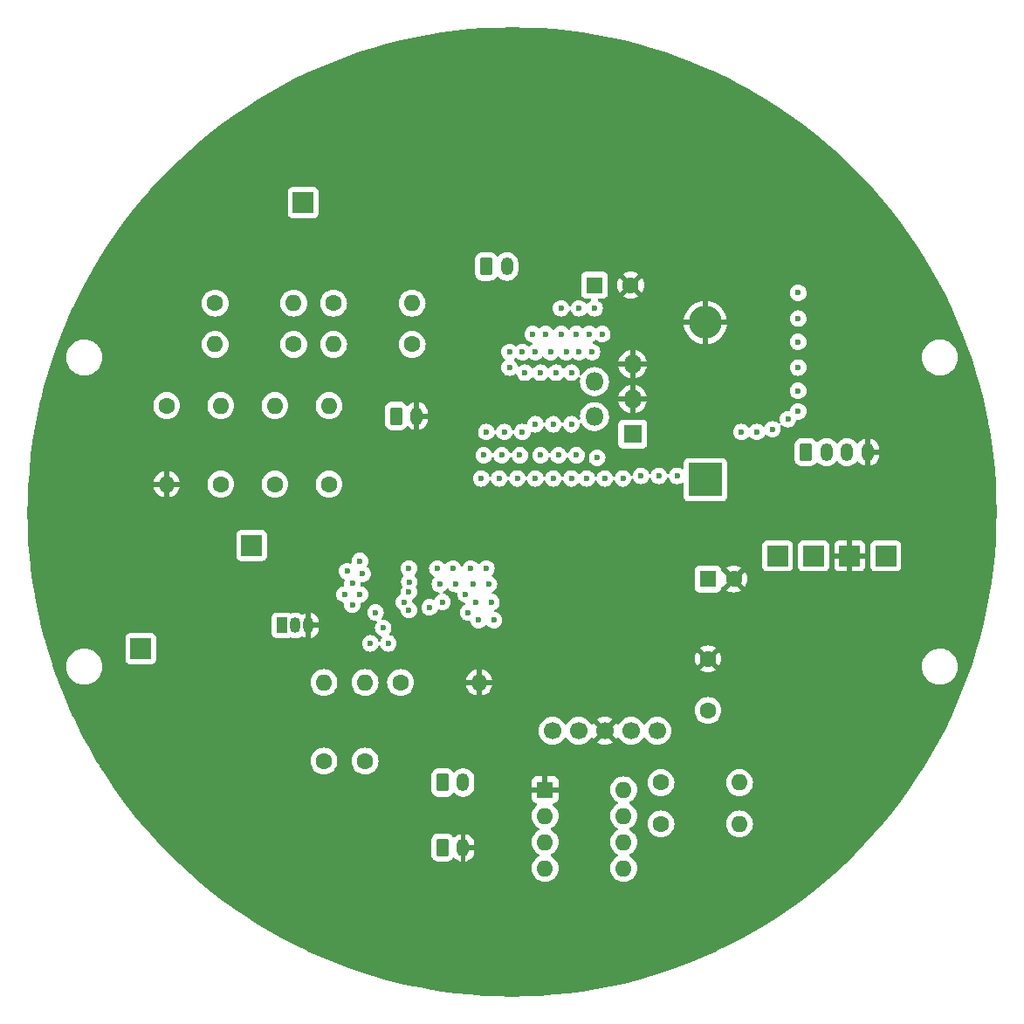
<source format=gbr>
%TF.GenerationSoftware,KiCad,Pcbnew,8.0.5*%
%TF.CreationDate,2025-05-01T20:40:53-04:00*%
%TF.ProjectId,CanSat_Power_Management_Board,43616e53-6174-45f5-906f-7765725f4d61,rev?*%
%TF.SameCoordinates,Original*%
%TF.FileFunction,Copper,L2,Inr*%
%TF.FilePolarity,Positive*%
%FSLAX46Y46*%
G04 Gerber Fmt 4.6, Leading zero omitted, Abs format (unit mm)*
G04 Created by KiCad (PCBNEW 8.0.5) date 2025-05-01 20:40:53*
%MOMM*%
%LPD*%
G01*
G04 APERTURE LIST*
G04 Aperture macros list*
%AMRoundRect*
0 Rectangle with rounded corners*
0 $1 Rounding radius*
0 $2 $3 $4 $5 $6 $7 $8 $9 X,Y pos of 4 corners*
0 Add a 4 corners polygon primitive as box body*
4,1,4,$2,$3,$4,$5,$6,$7,$8,$9,$2,$3,0*
0 Add four circle primitives for the rounded corners*
1,1,$1+$1,$2,$3*
1,1,$1+$1,$4,$5*
1,1,$1+$1,$6,$7*
1,1,$1+$1,$8,$9*
0 Add four rect primitives between the rounded corners*
20,1,$1+$1,$2,$3,$4,$5,0*
20,1,$1+$1,$4,$5,$6,$7,0*
20,1,$1+$1,$6,$7,$8,$9,0*
20,1,$1+$1,$8,$9,$2,$3,0*%
G04 Aperture macros list end*
%TA.AperFunction,ComponentPad*%
%ADD10R,2.000000X2.000000*%
%TD*%
%TA.AperFunction,ComponentPad*%
%ADD11C,1.600000*%
%TD*%
%TA.AperFunction,ComponentPad*%
%ADD12O,1.600000X1.600000*%
%TD*%
%TA.AperFunction,ComponentPad*%
%ADD13R,1.600000X1.600000*%
%TD*%
%TA.AperFunction,ComponentPad*%
%ADD14R,3.200000X3.200000*%
%TD*%
%TA.AperFunction,ComponentPad*%
%ADD15O,3.200000X3.200000*%
%TD*%
%TA.AperFunction,ComponentPad*%
%ADD16RoundRect,0.250000X-0.350000X-0.625000X0.350000X-0.625000X0.350000X0.625000X-0.350000X0.625000X0*%
%TD*%
%TA.AperFunction,ComponentPad*%
%ADD17O,1.200000X1.750000*%
%TD*%
%TA.AperFunction,ComponentPad*%
%ADD18C,1.700000*%
%TD*%
%TA.AperFunction,ComponentPad*%
%ADD19R,1.050000X1.500000*%
%TD*%
%TA.AperFunction,ComponentPad*%
%ADD20O,1.050000X1.500000*%
%TD*%
%TA.AperFunction,ComponentPad*%
%ADD21R,1.800000X1.800000*%
%TD*%
%TA.AperFunction,ComponentPad*%
%ADD22O,1.800000X1.800000*%
%TD*%
%TA.AperFunction,ViaPad*%
%ADD23C,0.600000*%
%TD*%
G04 APERTURE END LIST*
D10*
%TO.N,/5V*%
%TO.C,TP4*%
X186250000Y-104250000D03*
%TD*%
D11*
%TO.N,Net-(J4-Pin_1)*%
%TO.C,R9*%
X135750000Y-124157500D03*
D12*
%TO.N,Net-(Q1-G)*%
X135750000Y-116537500D03*
%TD*%
D11*
%TO.N,Net-(R1-Pad1)*%
%TO.C,R1*%
X116500000Y-89690000D03*
D12*
%TO.N,GND*%
X116500000Y-97310000D03*
%TD*%
D13*
%TO.N,GND*%
%TO.C,U3*%
X153200000Y-126950000D03*
D12*
%TO.N,Net-(U3-THR)*%
X153200000Y-129490000D03*
%TO.N,Net-(U3-Q)*%
X153200000Y-132030000D03*
%TO.N,/5V*%
X153200000Y-134570000D03*
%TO.N,Net-(U3-CV)*%
X160820000Y-134570000D03*
%TO.N,Net-(U3-THR)*%
X160820000Y-132030000D03*
%TO.N,Net-(BZ1-Aux)*%
X160820000Y-129490000D03*
%TO.N,/5V*%
X160820000Y-126950000D03*
%TD*%
D10*
%TO.N,Net-(Q1-G)*%
%TO.C,TP5*%
X114000000Y-113250000D03*
%TD*%
D11*
%TO.N,GND*%
%TO.C,Cout5*%
X161500000Y-78000000D03*
D13*
%TO.N,3.3V*%
X158000000Y-78000000D03*
%TD*%
D11*
%TO.N,Net-(R5-Pad2)*%
%TO.C,R6*%
X121190000Y-79750000D03*
D12*
%TO.N,ADC*%
X128810000Y-79750000D03*
%TD*%
D14*
%TO.N,/OUT*%
%TO.C,D1*%
X168750000Y-96870000D03*
D15*
%TO.N,GND*%
X168750000Y-81630000D03*
%TD*%
D11*
%TO.N,Net-(U3-CV)*%
%TO.C,C8*%
X169000000Y-119250000D03*
%TO.N,GND*%
X169000000Y-114250000D03*
%TD*%
%TO.N,Net-(J4-Pin_1)*%
%TO.C,R11*%
X131750000Y-124157500D03*
D12*
%TO.N,Net-(Q1-D)*%
X131750000Y-116537500D03*
%TD*%
D11*
%TO.N,Net-(R4-Pad2)*%
%TO.C,R5*%
X128810000Y-83750000D03*
D12*
%TO.N,Net-(R5-Pad2)*%
X121190000Y-83750000D03*
%TD*%
D10*
%TO.N,3.3V*%
%TO.C,TP3*%
X175750000Y-104250000D03*
%TD*%
%TO.N,GND*%
%TO.C,TP7*%
X182750000Y-104250000D03*
%TD*%
D11*
%TO.N,Net-(R7-Pad2)*%
%TO.C,R8*%
X140310000Y-83750000D03*
D12*
%TO.N,7.4V*%
X132690000Y-83750000D03*
%TD*%
D16*
%TO.N,Net-(J4-Pin_2)*%
%TO.C,J5*%
X143250000Y-132550000D03*
D17*
%TO.N,GND*%
X145250000Y-132550000D03*
%TD*%
D18*
%TO.N,Net-(BZ1-Aux)*%
%TO.C,BZ1*%
X153920000Y-121230000D03*
%TO.N,/5V*%
X156460000Y-121230000D03*
%TO.N,GND*%
X159000000Y-121230000D03*
%TO.N,unconnected-(BZ1-B-Pad4)*%
X161540000Y-121230000D03*
%TO.N,unconnected-(BZ1-Pad5)*%
X164080000Y-121230000D03*
%TD*%
D13*
%TO.N,Net-(U3-THR)*%
%TO.C,C9*%
X169000000Y-106500000D03*
D11*
%TO.N,GND*%
X171500000Y-106500000D03*
%TD*%
D16*
%TO.N,3.3V*%
%TO.C,J3*%
X178500000Y-94200000D03*
D17*
%TO.N,7.4V*%
X180500000Y-94200000D03*
%TO.N,ADC*%
X182500000Y-94200000D03*
%TO.N,GND*%
X184500000Y-94200000D03*
%TD*%
D10*
%TO.N,Net-(Q1-D)*%
%TO.C,TP6*%
X124750000Y-103250000D03*
%TD*%
D16*
%TO.N,7.4V*%
%TO.C,J1*%
X147500000Y-76200000D03*
D17*
%TO.N,Net-(J1-Pin_2)*%
X149500000Y-76200000D03*
%TD*%
D19*
%TO.N,Net-(Q1-D)*%
%TO.C,Q1*%
X127710000Y-111000000D03*
D20*
%TO.N,Net-(Q1-G)*%
X128980000Y-111000000D03*
%TO.N,GND*%
X130250000Y-111000000D03*
%TD*%
D21*
%TO.N,7.4V*%
%TO.C,U1*%
X161700000Y-92450000D03*
D22*
%TO.N,/OUT*%
X158000000Y-90750000D03*
%TO.N,GND*%
X161700000Y-89050000D03*
%TO.N,3.3V*%
X158000000Y-87350000D03*
%TO.N,GND*%
X161700000Y-85650000D03*
%TD*%
D11*
%TO.N,/5V*%
%TO.C,R12*%
X164440000Y-126250000D03*
D12*
%TO.N,Net-(U3-THR)*%
X172060000Y-126250000D03*
%TD*%
D11*
%TO.N,Net-(U3-THR)*%
%TO.C,R13*%
X164440000Y-130250000D03*
D12*
%TO.N,Net-(U3-Q)*%
X172060000Y-130250000D03*
%TD*%
D11*
%TO.N,Net-(R2-Pad1)*%
%TO.C,R3*%
X127000000Y-97310000D03*
D12*
%TO.N,Net-(R1-Pad1)*%
X127000000Y-89690000D03*
%TD*%
D11*
%TO.N,Net-(R2-Pad1)*%
%TO.C,R4*%
X132250000Y-97310000D03*
D12*
%TO.N,Net-(R4-Pad2)*%
X132250000Y-89690000D03*
%TD*%
D11*
%TO.N,ADC*%
%TO.C,R7*%
X132690000Y-79750000D03*
D12*
%TO.N,Net-(R7-Pad2)*%
X140310000Y-79750000D03*
%TD*%
D11*
%TO.N,Net-(R2-Pad1)*%
%TO.C,R2*%
X121750000Y-97310000D03*
D12*
%TO.N,Net-(R1-Pad1)*%
X121750000Y-89690000D03*
%TD*%
D11*
%TO.N,Net-(Q1-G)*%
%TO.C,R10*%
X139190000Y-116537500D03*
D12*
%TO.N,GND*%
X146810000Y-116537500D03*
%TD*%
D16*
%TO.N,Net-(J1-Pin_2)*%
%TO.C,J2*%
X138750000Y-90700000D03*
D17*
%TO.N,GND*%
X140750000Y-90700000D03*
%TD*%
D16*
%TO.N,Net-(J4-Pin_1)*%
%TO.C,J4*%
X143250000Y-126250000D03*
D17*
%TO.N,Net-(J4-Pin_2)*%
X145250000Y-126250000D03*
%TD*%
D10*
%TO.N,7.4V*%
%TO.C,TP2*%
X179250000Y-104250000D03*
%TD*%
%TO.N,ADC*%
%TO.C,TP1*%
X129750000Y-70000000D03*
%TD*%
D23*
%TO.N,GND*%
X147250000Y-112250000D03*
X164750000Y-78750000D03*
X167750000Y-85750000D03*
X171750000Y-85750000D03*
X168750000Y-78750000D03*
X165750000Y-79750000D03*
X162750000Y-80750000D03*
X163750000Y-81750000D03*
X169500000Y-84750000D03*
X145250000Y-114250000D03*
X148250000Y-117250000D03*
X166750000Y-84750000D03*
X127500000Y-76250000D03*
X168750000Y-86750000D03*
X169750000Y-87750000D03*
X170750000Y-88750000D03*
X165750000Y-83750000D03*
X147250000Y-114250000D03*
X146250000Y-113250000D03*
X160750000Y-82750000D03*
X143250000Y-114250000D03*
X164750000Y-88750000D03*
X164750000Y-82750000D03*
X144250000Y-115250000D03*
X148250000Y-115250000D03*
X166750000Y-78750000D03*
X171750000Y-81750000D03*
X166750000Y-88750000D03*
X167750000Y-77750000D03*
X172750000Y-86750000D03*
X143500000Y-116250000D03*
X163750000Y-87750000D03*
X161750000Y-83750000D03*
X134000000Y-113250000D03*
X163750000Y-85750000D03*
X173750000Y-83750000D03*
X148250000Y-113250000D03*
X171750000Y-83750000D03*
X145000000Y-117000000D03*
X165750000Y-77750000D03*
X165750000Y-87750000D03*
X164750000Y-86750000D03*
%TO.N,3.3V*%
X155750000Y-86500000D03*
X158750000Y-82750000D03*
X153250000Y-82750000D03*
X157750000Y-84500000D03*
X155250000Y-84500000D03*
X153750000Y-84500000D03*
X149750000Y-84500000D03*
X154250000Y-86500000D03*
X152750000Y-86500000D03*
X158000000Y-80250000D03*
X156500000Y-84500000D03*
X152000000Y-82750000D03*
X149750000Y-86000000D03*
X154750000Y-82750000D03*
X151250000Y-86500000D03*
X156500000Y-80250000D03*
X156250000Y-82750000D03*
X157500000Y-82750000D03*
X152250000Y-84500000D03*
X154750000Y-80250000D03*
X151000000Y-84500000D03*
%TO.N,/5V*%
X146250000Y-107000000D03*
X146000000Y-105500000D03*
X142750000Y-105500000D03*
X148250000Y-110500000D03*
X145500000Y-108000000D03*
X148000000Y-108750000D03*
X144250000Y-105500000D03*
X146750000Y-110500000D03*
X143000000Y-107000000D03*
X143250000Y-108750000D03*
X146500000Y-108750000D03*
X145750000Y-109750000D03*
X147750000Y-107000000D03*
X144500000Y-107000000D03*
X142000000Y-109250000D03*
X147500000Y-105500000D03*
%TO.N,7.4V*%
X172250000Y-92250000D03*
X176750000Y-91000000D03*
X177750000Y-83500000D03*
X173750000Y-92250000D03*
X177750000Y-86000000D03*
X175250000Y-92000000D03*
X177750000Y-78750000D03*
X177750000Y-90250000D03*
X177750000Y-88250000D03*
X177750000Y-81250000D03*
%TO.N,/VIN*%
X134500000Y-109000000D03*
X134500000Y-106906030D03*
X138000000Y-112750000D03*
X136750000Y-109750000D03*
X136250000Y-112750000D03*
X135250000Y-104750000D03*
X135500000Y-106000000D03*
X137500000Y-111250000D03*
X133750000Y-108000000D03*
X134000000Y-105750000D03*
X135250000Y-108000000D03*
%TO.N,/SW*%
X140000000Y-107750000D03*
X140000000Y-105500000D03*
X140025000Y-106787500D03*
X139500000Y-108750000D03*
X140000000Y-109500000D03*
%TO.N,/OUT*%
X149000000Y-94500000D03*
X164250000Y-96500000D03*
X148750000Y-96750000D03*
X166000000Y-96500000D03*
X152750000Y-94500000D03*
X155750000Y-96750000D03*
X151000000Y-92250000D03*
X157250000Y-96750000D03*
X158250000Y-94750000D03*
X160750000Y-96750000D03*
X159000000Y-96750000D03*
X150750000Y-94500000D03*
X147500000Y-92250000D03*
X162500000Y-96500000D03*
X147250000Y-94500000D03*
X155750000Y-91500000D03*
X154000000Y-96750000D03*
X149250000Y-92250000D03*
X156250000Y-94500000D03*
X154500000Y-94500000D03*
X154000000Y-91500000D03*
X152250000Y-96750000D03*
X152250000Y-91500000D03*
X150500000Y-96750000D03*
X147000000Y-96750000D03*
%TD*%
%TA.AperFunction,Conductor*%
%TO.N,GND*%
G36*
X151365219Y-53020357D02*
G01*
X151368718Y-53020459D01*
X152731033Y-53079939D01*
X152734536Y-53080144D01*
X154094469Y-53179215D01*
X154098054Y-53179528D01*
X155454574Y-53318116D01*
X155458058Y-53318524D01*
X156809979Y-53496508D01*
X156813477Y-53497020D01*
X158159653Y-53714249D01*
X158163073Y-53714852D01*
X159502379Y-53971145D01*
X159505827Y-53971857D01*
X160837081Y-54266990D01*
X160840589Y-54267821D01*
X162162651Y-54601536D01*
X162166096Y-54602459D01*
X163477897Y-54974486D01*
X163481265Y-54975494D01*
X164675262Y-55351959D01*
X164781749Y-55385535D01*
X164785172Y-55386670D01*
X166073065Y-55834322D01*
X166076417Y-55835541D01*
X167350841Y-56320498D01*
X167354166Y-56321819D01*
X168613931Y-56843631D01*
X168617169Y-56845028D01*
X169678843Y-57321421D01*
X169861191Y-57403244D01*
X169864460Y-57404768D01*
X171091756Y-57998947D01*
X171094913Y-58000533D01*
X171787546Y-58361095D01*
X172304354Y-58630129D01*
X172307529Y-58631840D01*
X172985681Y-59010328D01*
X173498217Y-59296383D01*
X173501304Y-59298166D01*
X174672095Y-59997021D01*
X174675122Y-59998888D01*
X174885645Y-60133006D01*
X175825117Y-60731516D01*
X175828118Y-60733489D01*
X176956327Y-61499259D01*
X176959275Y-61501324D01*
X178064737Y-62299587D01*
X178067552Y-62301683D01*
X179149331Y-63131761D01*
X179152124Y-63133969D01*
X179569402Y-63473888D01*
X180209309Y-63995164D01*
X180212072Y-63997483D01*
X181243718Y-64889024D01*
X181246412Y-64891422D01*
X182251672Y-65812574D01*
X182254296Y-65815049D01*
X183232371Y-66765078D01*
X183234921Y-66767628D01*
X184184950Y-67745703D01*
X184187425Y-67748327D01*
X185108577Y-68753587D01*
X185110975Y-68756281D01*
X186002516Y-69787927D01*
X186004835Y-69790690D01*
X186866016Y-70847857D01*
X186868245Y-70850677D01*
X187698308Y-71932436D01*
X187700420Y-71935273D01*
X188242524Y-72685997D01*
X188498671Y-73040718D01*
X188500740Y-73043672D01*
X189266501Y-74171868D01*
X189268483Y-74174882D01*
X190001098Y-75324856D01*
X190002989Y-75327924D01*
X190120616Y-75524983D01*
X190701822Y-76498677D01*
X190703626Y-76501800D01*
X191368159Y-77692470D01*
X191369870Y-77695645D01*
X191999449Y-78905053D01*
X192001068Y-78908276D01*
X192595231Y-80135539D01*
X192596755Y-80138808D01*
X193154955Y-81382793D01*
X193156384Y-81386105D01*
X193678174Y-82645819D01*
X193679506Y-82649171D01*
X194164451Y-83923564D01*
X194165684Y-83926954D01*
X194613329Y-85214827D01*
X194614464Y-85218250D01*
X195024492Y-86518691D01*
X195025526Y-86522147D01*
X195397534Y-87833883D01*
X195398468Y-87837367D01*
X195732177Y-89159409D01*
X195733009Y-89162918D01*
X196028133Y-90494130D01*
X196028862Y-90497663D01*
X196077149Y-90749993D01*
X196283602Y-91828852D01*
X196285135Y-91836860D01*
X196285759Y-91840401D01*
X196317473Y-92036935D01*
X196502973Y-93186486D01*
X196503496Y-93190055D01*
X196681469Y-94541892D01*
X196681888Y-94545474D01*
X196820470Y-95901941D01*
X196820784Y-95905534D01*
X196919852Y-97265413D01*
X196920062Y-97269014D01*
X196979538Y-98631228D01*
X196979643Y-98634834D01*
X196999473Y-99998197D01*
X196999473Y-100001803D01*
X196979643Y-101365165D01*
X196979538Y-101368771D01*
X196920062Y-102730985D01*
X196919852Y-102734586D01*
X196820784Y-104094465D01*
X196820470Y-104098058D01*
X196681888Y-105454525D01*
X196681469Y-105458107D01*
X196503496Y-106809944D01*
X196502973Y-106813513D01*
X196285761Y-108159587D01*
X196285135Y-108163139D01*
X196028862Y-109502336D01*
X196028133Y-109505869D01*
X195733009Y-110837081D01*
X195732177Y-110840590D01*
X195398468Y-112162632D01*
X195397534Y-112166116D01*
X195025526Y-113477852D01*
X195024492Y-113481308D01*
X194614464Y-114781749D01*
X194613329Y-114785172D01*
X194165684Y-116073045D01*
X194164451Y-116076435D01*
X193679506Y-117350828D01*
X193678174Y-117354180D01*
X193156384Y-118613894D01*
X193154955Y-118617206D01*
X192596755Y-119861191D01*
X192595231Y-119864460D01*
X192001068Y-121091723D01*
X191999449Y-121094946D01*
X191369870Y-122304354D01*
X191368159Y-122307529D01*
X190703626Y-123498199D01*
X190701822Y-123501322D01*
X190002991Y-124672073D01*
X190001098Y-124675143D01*
X189268483Y-125825117D01*
X189266501Y-125828131D01*
X188500740Y-126956327D01*
X188498671Y-126959281D01*
X187700441Y-128064698D01*
X187698287Y-128067591D01*
X186868253Y-129149312D01*
X186866016Y-129152142D01*
X186004835Y-130209309D01*
X186002516Y-130212072D01*
X185110975Y-131243718D01*
X185108577Y-131246412D01*
X184187425Y-132251672D01*
X184184950Y-132254296D01*
X183234921Y-133232371D01*
X183232371Y-133234921D01*
X182254296Y-134184950D01*
X182251672Y-134187425D01*
X181246412Y-135108577D01*
X181243718Y-135110975D01*
X180212072Y-136002516D01*
X180209309Y-136004835D01*
X179152142Y-136866016D01*
X179149312Y-136868253D01*
X178067591Y-137698287D01*
X178064698Y-137700441D01*
X176959281Y-138498671D01*
X176956327Y-138500740D01*
X175828131Y-139266501D01*
X175825117Y-139268483D01*
X174675143Y-140001098D01*
X174672073Y-140002991D01*
X173501322Y-140701822D01*
X173498199Y-140703626D01*
X172307529Y-141368159D01*
X172304354Y-141369870D01*
X171094946Y-141999449D01*
X171091723Y-142001068D01*
X169864460Y-142595231D01*
X169861191Y-142596755D01*
X168617206Y-143154955D01*
X168613894Y-143156384D01*
X167354180Y-143678174D01*
X167350828Y-143679506D01*
X166076435Y-144164451D01*
X166073045Y-144165684D01*
X164785172Y-144613329D01*
X164781749Y-144614464D01*
X163481308Y-145024492D01*
X163477852Y-145025526D01*
X162166116Y-145397534D01*
X162162632Y-145398468D01*
X160840590Y-145732177D01*
X160837081Y-145733009D01*
X159505869Y-146028133D01*
X159502336Y-146028862D01*
X158163139Y-146285135D01*
X158159587Y-146285761D01*
X156813513Y-146502973D01*
X156809944Y-146503496D01*
X155458107Y-146681469D01*
X155454525Y-146681888D01*
X154098058Y-146820470D01*
X154094465Y-146820784D01*
X152734586Y-146919852D01*
X152730985Y-146920062D01*
X151368771Y-146979538D01*
X151365165Y-146979643D01*
X150001803Y-146999473D01*
X149998197Y-146999473D01*
X148634834Y-146979643D01*
X148631228Y-146979538D01*
X147269014Y-146920062D01*
X147265413Y-146919852D01*
X145905534Y-146820784D01*
X145901941Y-146820470D01*
X144545474Y-146681888D01*
X144541892Y-146681469D01*
X143190055Y-146503496D01*
X143186486Y-146502973D01*
X142280420Y-146356763D01*
X141840401Y-146285759D01*
X141836871Y-146285137D01*
X141118656Y-146147697D01*
X140497663Y-146028862D01*
X140494130Y-146028133D01*
X139162918Y-145733009D01*
X139159409Y-145732177D01*
X137837367Y-145398468D01*
X137833883Y-145397534D01*
X136522147Y-145025526D01*
X136518691Y-145024492D01*
X135218250Y-144614464D01*
X135214827Y-144613329D01*
X133926954Y-144165684D01*
X133923564Y-144164451D01*
X132649171Y-143679506D01*
X132645819Y-143678174D01*
X131386105Y-143156384D01*
X131382793Y-143154955D01*
X130138808Y-142596755D01*
X130135539Y-142595231D01*
X128908276Y-142001068D01*
X128905053Y-141999449D01*
X127695645Y-141369870D01*
X127692470Y-141368159D01*
X126501800Y-140703626D01*
X126498677Y-140701822D01*
X125327926Y-140002991D01*
X125324856Y-140001098D01*
X124174882Y-139268483D01*
X124171868Y-139266501D01*
X123043672Y-138500740D01*
X123040718Y-138498671D01*
X122710338Y-138260101D01*
X121935273Y-137700420D01*
X121932436Y-137698308D01*
X120850677Y-136868245D01*
X120847857Y-136866016D01*
X119790690Y-136004835D01*
X119787927Y-136002516D01*
X118756281Y-135110975D01*
X118753587Y-135108577D01*
X117748327Y-134187425D01*
X117745703Y-134184950D01*
X116767628Y-133234921D01*
X116765078Y-133232371D01*
X115815049Y-132254296D01*
X115812574Y-132251672D01*
X115467402Y-131874983D01*
X142149500Y-131874983D01*
X142149500Y-133225001D01*
X142149501Y-133225018D01*
X142160000Y-133327796D01*
X142160001Y-133327799D01*
X142196992Y-133439429D01*
X142215186Y-133494334D01*
X142307288Y-133643656D01*
X142431344Y-133767712D01*
X142580666Y-133859814D01*
X142747203Y-133914999D01*
X142849991Y-133925500D01*
X143650008Y-133925499D01*
X143650016Y-133925498D01*
X143650019Y-133925498D01*
X143706302Y-133919748D01*
X143752797Y-133914999D01*
X143919334Y-133859814D01*
X144068656Y-133767712D01*
X144192712Y-133643656D01*
X144232581Y-133579016D01*
X144284525Y-133532294D01*
X144353488Y-133521071D01*
X144417570Y-133548914D01*
X144425799Y-133556434D01*
X144533397Y-133664032D01*
X144673475Y-133765804D01*
X144827744Y-133844408D01*
X144992415Y-133897914D01*
X144992414Y-133897914D01*
X144999999Y-133899115D01*
X145000000Y-133899114D01*
X145000000Y-132830330D01*
X145019745Y-132850075D01*
X145105255Y-132899444D01*
X145200630Y-132925000D01*
X145299370Y-132925000D01*
X145394745Y-132899444D01*
X145480255Y-132850075D01*
X145500000Y-132830330D01*
X145500000Y-133899115D01*
X145507584Y-133897914D01*
X145672255Y-133844408D01*
X145826524Y-133765804D01*
X145966602Y-133664032D01*
X146089032Y-133541602D01*
X146190804Y-133401524D01*
X146269408Y-133247257D01*
X146322914Y-133082584D01*
X146350000Y-132911571D01*
X146350000Y-132800000D01*
X145530330Y-132800000D01*
X145550075Y-132780255D01*
X145599444Y-132694745D01*
X145625000Y-132599370D01*
X145625000Y-132500630D01*
X145599444Y-132405255D01*
X145550075Y-132319745D01*
X145530330Y-132300000D01*
X146350000Y-132300000D01*
X146350000Y-132188428D01*
X146322914Y-132017415D01*
X146269408Y-131852742D01*
X146190804Y-131698475D01*
X146089032Y-131558397D01*
X145966602Y-131435967D01*
X145826524Y-131334195D01*
X145672257Y-131255591D01*
X145507589Y-131202087D01*
X145507581Y-131202085D01*
X145500000Y-131200884D01*
X145500000Y-132269670D01*
X145480255Y-132249925D01*
X145394745Y-132200556D01*
X145299370Y-132175000D01*
X145200630Y-132175000D01*
X145105255Y-132200556D01*
X145019745Y-132249925D01*
X145000000Y-132269670D01*
X145000000Y-131200884D01*
X144999999Y-131200884D01*
X144992418Y-131202085D01*
X144992410Y-131202087D01*
X144827742Y-131255591D01*
X144673475Y-131334195D01*
X144533401Y-131435964D01*
X144425799Y-131543566D01*
X144364476Y-131577050D01*
X144294784Y-131572066D01*
X144238851Y-131530194D01*
X144232585Y-131520988D01*
X144192712Y-131456344D01*
X144068656Y-131332288D01*
X143944310Y-131255591D01*
X143919336Y-131240187D01*
X143919331Y-131240185D01*
X143917862Y-131239698D01*
X143752797Y-131185001D01*
X143752795Y-131185000D01*
X143650010Y-131174500D01*
X142849998Y-131174500D01*
X142849980Y-131174501D01*
X142747203Y-131185000D01*
X142747200Y-131185001D01*
X142580668Y-131240185D01*
X142580663Y-131240187D01*
X142431342Y-131332289D01*
X142307289Y-131456342D01*
X142215187Y-131605663D01*
X142215186Y-131605666D01*
X142160001Y-131772203D01*
X142160001Y-131772204D01*
X142160000Y-131772204D01*
X142149500Y-131874983D01*
X115467402Y-131874983D01*
X114891422Y-131246412D01*
X114889024Y-131243718D01*
X114350502Y-130620568D01*
X113997478Y-130212066D01*
X113995164Y-130209309D01*
X113940930Y-130142732D01*
X113409205Y-129489998D01*
X151894532Y-129489998D01*
X151894532Y-129490001D01*
X151914364Y-129716686D01*
X151914366Y-129716697D01*
X151973258Y-129936488D01*
X151973261Y-129936497D01*
X152069431Y-130142732D01*
X152069432Y-130142734D01*
X152199954Y-130329141D01*
X152360858Y-130490045D01*
X152360861Y-130490047D01*
X152547266Y-130620568D01*
X152605275Y-130647618D01*
X152657714Y-130693791D01*
X152676866Y-130760984D01*
X152656650Y-130827865D01*
X152605275Y-130872382D01*
X152547267Y-130899431D01*
X152547265Y-130899432D01*
X152360858Y-131029954D01*
X152199954Y-131190858D01*
X152069432Y-131377265D01*
X152069431Y-131377267D01*
X151973261Y-131583502D01*
X151973258Y-131583511D01*
X151914366Y-131803302D01*
X151914364Y-131803313D01*
X151894532Y-132029998D01*
X151894532Y-132030001D01*
X151914364Y-132256686D01*
X151914366Y-132256697D01*
X151973258Y-132476488D01*
X151973261Y-132476497D01*
X152069431Y-132682732D01*
X152069432Y-132682734D01*
X152199954Y-132869141D01*
X152360858Y-133030045D01*
X152360861Y-133030047D01*
X152547266Y-133160568D01*
X152605275Y-133187618D01*
X152657714Y-133233791D01*
X152676866Y-133300984D01*
X152656650Y-133367865D01*
X152605275Y-133412382D01*
X152547267Y-133439431D01*
X152547265Y-133439432D01*
X152360858Y-133569954D01*
X152199954Y-133730858D01*
X152069432Y-133917265D01*
X152069431Y-133917267D01*
X151973261Y-134123502D01*
X151973258Y-134123511D01*
X151914366Y-134343302D01*
X151914364Y-134343313D01*
X151894532Y-134569998D01*
X151894532Y-134570001D01*
X151914364Y-134796686D01*
X151914366Y-134796697D01*
X151973258Y-135016488D01*
X151973261Y-135016497D01*
X152069431Y-135222732D01*
X152069432Y-135222734D01*
X152199954Y-135409141D01*
X152360858Y-135570045D01*
X152360861Y-135570047D01*
X152547266Y-135700568D01*
X152753504Y-135796739D01*
X152973308Y-135855635D01*
X153135230Y-135869801D01*
X153199998Y-135875468D01*
X153200000Y-135875468D01*
X153200002Y-135875468D01*
X153256673Y-135870509D01*
X153426692Y-135855635D01*
X153646496Y-135796739D01*
X153852734Y-135700568D01*
X154039139Y-135570047D01*
X154200047Y-135409139D01*
X154330568Y-135222734D01*
X154426739Y-135016496D01*
X154485635Y-134796692D01*
X154505468Y-134570000D01*
X154485635Y-134343308D01*
X154426739Y-134123504D01*
X154330568Y-133917266D01*
X154200047Y-133730861D01*
X154200045Y-133730858D01*
X154039141Y-133569954D01*
X153852734Y-133439432D01*
X153852728Y-133439429D01*
X153794725Y-133412382D01*
X153742285Y-133366210D01*
X153723133Y-133299017D01*
X153743348Y-133232135D01*
X153794725Y-133187618D01*
X153852734Y-133160568D01*
X154039139Y-133030047D01*
X154200047Y-132869139D01*
X154330568Y-132682734D01*
X154426739Y-132476496D01*
X154485635Y-132256692D01*
X154505468Y-132030000D01*
X154485635Y-131803308D01*
X154432677Y-131605666D01*
X154426741Y-131583511D01*
X154426738Y-131583502D01*
X154415031Y-131558397D01*
X154330568Y-131377266D01*
X154232839Y-131237693D01*
X154200045Y-131190858D01*
X154039141Y-131029954D01*
X153852734Y-130899432D01*
X153852728Y-130899429D01*
X153794725Y-130872382D01*
X153742285Y-130826210D01*
X153723133Y-130759017D01*
X153743348Y-130692135D01*
X153794725Y-130647618D01*
X153852734Y-130620568D01*
X154039139Y-130490047D01*
X154200047Y-130329139D01*
X154330568Y-130142734D01*
X154426739Y-129936496D01*
X154485635Y-129716692D01*
X154505468Y-129490000D01*
X154485635Y-129263308D01*
X154426739Y-129043504D01*
X154330568Y-128837266D01*
X154200047Y-128650861D01*
X154200045Y-128650858D01*
X154039143Y-128489956D01*
X154013912Y-128472289D01*
X153970287Y-128417712D01*
X153963095Y-128348213D01*
X153994617Y-128285859D01*
X154054847Y-128250445D01*
X154071781Y-128247424D01*
X154107380Y-128243596D01*
X154242086Y-128193354D01*
X154242093Y-128193350D01*
X154357187Y-128107190D01*
X154357190Y-128107187D01*
X154443350Y-127992093D01*
X154443354Y-127992086D01*
X154493596Y-127857379D01*
X154493598Y-127857372D01*
X154499999Y-127797844D01*
X154500000Y-127797827D01*
X154500000Y-127200000D01*
X153515686Y-127200000D01*
X153520080Y-127195606D01*
X153572741Y-127104394D01*
X153600000Y-127002661D01*
X153600000Y-126949998D01*
X159514532Y-126949998D01*
X159514532Y-126950001D01*
X159534364Y-127176686D01*
X159534366Y-127176697D01*
X159593258Y-127396488D01*
X159593261Y-127396497D01*
X159689431Y-127602732D01*
X159689432Y-127602734D01*
X159819954Y-127789141D01*
X159980858Y-127950045D01*
X159980861Y-127950047D01*
X160167266Y-128080568D01*
X160224357Y-128107190D01*
X160225275Y-128107618D01*
X160277714Y-128153791D01*
X160296866Y-128220984D01*
X160276650Y-128287865D01*
X160225275Y-128332382D01*
X160167267Y-128359431D01*
X160167265Y-128359432D01*
X159980858Y-128489954D01*
X159819954Y-128650858D01*
X159689432Y-128837265D01*
X159689431Y-128837267D01*
X159593261Y-129043502D01*
X159593258Y-129043511D01*
X159534366Y-129263302D01*
X159534364Y-129263313D01*
X159514532Y-129489998D01*
X159514532Y-129490001D01*
X159534364Y-129716686D01*
X159534366Y-129716697D01*
X159593258Y-129936488D01*
X159593261Y-129936497D01*
X159689431Y-130142732D01*
X159689432Y-130142734D01*
X159819954Y-130329141D01*
X159980858Y-130490045D01*
X159980861Y-130490047D01*
X160167266Y-130620568D01*
X160225275Y-130647618D01*
X160277714Y-130693791D01*
X160296866Y-130760984D01*
X160276650Y-130827865D01*
X160225275Y-130872382D01*
X160167267Y-130899431D01*
X160167265Y-130899432D01*
X159980858Y-131029954D01*
X159819954Y-131190858D01*
X159689432Y-131377265D01*
X159689431Y-131377267D01*
X159593261Y-131583502D01*
X159593258Y-131583511D01*
X159534366Y-131803302D01*
X159534364Y-131803313D01*
X159514532Y-132029998D01*
X159514532Y-132030001D01*
X159534364Y-132256686D01*
X159534366Y-132256697D01*
X159593258Y-132476488D01*
X159593261Y-132476497D01*
X159689431Y-132682732D01*
X159689432Y-132682734D01*
X159819954Y-132869141D01*
X159980858Y-133030045D01*
X159980861Y-133030047D01*
X160167266Y-133160568D01*
X160225275Y-133187618D01*
X160277714Y-133233791D01*
X160296866Y-133300984D01*
X160276650Y-133367865D01*
X160225275Y-133412382D01*
X160167267Y-133439431D01*
X160167265Y-133439432D01*
X159980858Y-133569954D01*
X159819954Y-133730858D01*
X159689432Y-133917265D01*
X159689431Y-133917267D01*
X159593261Y-134123502D01*
X159593258Y-134123511D01*
X159534366Y-134343302D01*
X159534364Y-134343313D01*
X159514532Y-134569998D01*
X159514532Y-134570001D01*
X159534364Y-134796686D01*
X159534366Y-134796697D01*
X159593258Y-135016488D01*
X159593261Y-135016497D01*
X159689431Y-135222732D01*
X159689432Y-135222734D01*
X159819954Y-135409141D01*
X159980858Y-135570045D01*
X159980861Y-135570047D01*
X160167266Y-135700568D01*
X160373504Y-135796739D01*
X160593308Y-135855635D01*
X160755230Y-135869801D01*
X160819998Y-135875468D01*
X160820000Y-135875468D01*
X160820002Y-135875468D01*
X160876673Y-135870509D01*
X161046692Y-135855635D01*
X161266496Y-135796739D01*
X161472734Y-135700568D01*
X161659139Y-135570047D01*
X161820047Y-135409139D01*
X161950568Y-135222734D01*
X162046739Y-135016496D01*
X162105635Y-134796692D01*
X162125468Y-134570000D01*
X162105635Y-134343308D01*
X162046739Y-134123504D01*
X161950568Y-133917266D01*
X161820047Y-133730861D01*
X161820045Y-133730858D01*
X161659141Y-133569954D01*
X161472734Y-133439432D01*
X161472728Y-133439429D01*
X161414725Y-133412382D01*
X161362285Y-133366210D01*
X161343133Y-133299017D01*
X161363348Y-133232135D01*
X161414725Y-133187618D01*
X161472734Y-133160568D01*
X161659139Y-133030047D01*
X161820047Y-132869139D01*
X161950568Y-132682734D01*
X162046739Y-132476496D01*
X162105635Y-132256692D01*
X162125468Y-132030000D01*
X162105635Y-131803308D01*
X162052677Y-131605666D01*
X162046741Y-131583511D01*
X162046738Y-131583502D01*
X162035031Y-131558397D01*
X161950568Y-131377266D01*
X161852839Y-131237693D01*
X161820045Y-131190858D01*
X161659141Y-131029954D01*
X161472734Y-130899432D01*
X161472728Y-130899429D01*
X161414725Y-130872382D01*
X161362285Y-130826210D01*
X161343133Y-130759017D01*
X161363348Y-130692135D01*
X161414725Y-130647618D01*
X161472734Y-130620568D01*
X161659139Y-130490047D01*
X161820047Y-130329139D01*
X161875462Y-130249998D01*
X163134532Y-130249998D01*
X163134532Y-130250001D01*
X163154364Y-130476686D01*
X163154366Y-130476697D01*
X163213258Y-130696488D01*
X163213261Y-130696497D01*
X163309431Y-130902732D01*
X163309432Y-130902734D01*
X163439954Y-131089141D01*
X163600858Y-131250045D01*
X163600861Y-131250047D01*
X163787266Y-131380568D01*
X163993504Y-131476739D01*
X164213308Y-131535635D01*
X164375230Y-131549801D01*
X164439998Y-131555468D01*
X164440000Y-131555468D01*
X164440002Y-131555468D01*
X164496673Y-131550509D01*
X164666692Y-131535635D01*
X164886496Y-131476739D01*
X165092734Y-131380568D01*
X165279139Y-131250047D01*
X165440047Y-131089139D01*
X165570568Y-130902734D01*
X165666739Y-130696496D01*
X165725635Y-130476692D01*
X165745468Y-130250000D01*
X165745468Y-130249998D01*
X170754532Y-130249998D01*
X170754532Y-130250001D01*
X170774364Y-130476686D01*
X170774366Y-130476697D01*
X170833258Y-130696488D01*
X170833261Y-130696497D01*
X170929431Y-130902732D01*
X170929432Y-130902734D01*
X171059954Y-131089141D01*
X171220858Y-131250045D01*
X171220861Y-131250047D01*
X171407266Y-131380568D01*
X171613504Y-131476739D01*
X171833308Y-131535635D01*
X171995230Y-131549801D01*
X172059998Y-131555468D01*
X172060000Y-131555468D01*
X172060002Y-131555468D01*
X172116673Y-131550509D01*
X172286692Y-131535635D01*
X172506496Y-131476739D01*
X172712734Y-131380568D01*
X172899139Y-131250047D01*
X173060047Y-131089139D01*
X173190568Y-130902734D01*
X173286739Y-130696496D01*
X173345635Y-130476692D01*
X173365468Y-130250000D01*
X173345635Y-130023308D01*
X173286739Y-129803504D01*
X173190568Y-129597266D01*
X173060047Y-129410861D01*
X173060045Y-129410858D01*
X172899141Y-129249954D01*
X172712734Y-129119432D01*
X172712732Y-129119431D01*
X172506497Y-129023261D01*
X172506488Y-129023258D01*
X172286697Y-128964366D01*
X172286693Y-128964365D01*
X172286692Y-128964365D01*
X172286691Y-128964364D01*
X172286686Y-128964364D01*
X172060002Y-128944532D01*
X172059998Y-128944532D01*
X171833313Y-128964364D01*
X171833302Y-128964366D01*
X171613511Y-129023258D01*
X171613502Y-129023261D01*
X171407267Y-129119431D01*
X171407265Y-129119432D01*
X171220858Y-129249954D01*
X171059954Y-129410858D01*
X170929432Y-129597265D01*
X170929431Y-129597267D01*
X170833261Y-129803502D01*
X170833258Y-129803511D01*
X170774366Y-130023302D01*
X170774364Y-130023313D01*
X170754532Y-130249998D01*
X165745468Y-130249998D01*
X165725635Y-130023308D01*
X165666739Y-129803504D01*
X165570568Y-129597266D01*
X165440047Y-129410861D01*
X165440045Y-129410858D01*
X165279141Y-129249954D01*
X165092734Y-129119432D01*
X165092732Y-129119431D01*
X164886497Y-129023261D01*
X164886488Y-129023258D01*
X164666697Y-128964366D01*
X164666693Y-128964365D01*
X164666692Y-128964365D01*
X164666691Y-128964364D01*
X164666686Y-128964364D01*
X164440002Y-128944532D01*
X164439998Y-128944532D01*
X164213313Y-128964364D01*
X164213302Y-128964366D01*
X163993511Y-129023258D01*
X163993502Y-129023261D01*
X163787267Y-129119431D01*
X163787265Y-129119432D01*
X163600858Y-129249954D01*
X163439954Y-129410858D01*
X163309432Y-129597265D01*
X163309431Y-129597267D01*
X163213261Y-129803502D01*
X163213258Y-129803511D01*
X163154366Y-130023302D01*
X163154364Y-130023313D01*
X163134532Y-130249998D01*
X161875462Y-130249998D01*
X161950568Y-130142734D01*
X162046739Y-129936496D01*
X162105635Y-129716692D01*
X162125468Y-129490000D01*
X162105635Y-129263308D01*
X162046739Y-129043504D01*
X161950568Y-128837266D01*
X161820047Y-128650861D01*
X161820045Y-128650858D01*
X161659141Y-128489954D01*
X161472734Y-128359432D01*
X161472728Y-128359429D01*
X161414725Y-128332382D01*
X161362285Y-128286210D01*
X161343133Y-128219017D01*
X161363348Y-128152135D01*
X161414725Y-128107618D01*
X161415643Y-128107190D01*
X161472734Y-128080568D01*
X161659139Y-127950047D01*
X161820047Y-127789139D01*
X161950568Y-127602734D01*
X162046739Y-127396496D01*
X162105635Y-127176692D01*
X162124785Y-126957806D01*
X162125468Y-126950001D01*
X162125468Y-126949998D01*
X162105635Y-126723313D01*
X162105635Y-126723308D01*
X162046739Y-126503504D01*
X161950568Y-126297266D01*
X161917471Y-126249998D01*
X163134532Y-126249998D01*
X163134532Y-126250001D01*
X163154364Y-126476686D01*
X163154366Y-126476697D01*
X163213258Y-126696488D01*
X163213261Y-126696497D01*
X163309431Y-126902732D01*
X163309432Y-126902734D01*
X163439954Y-127089141D01*
X163600858Y-127250045D01*
X163600861Y-127250047D01*
X163787266Y-127380568D01*
X163993504Y-127476739D01*
X164213308Y-127535635D01*
X164375230Y-127549801D01*
X164439998Y-127555468D01*
X164440000Y-127555468D01*
X164440002Y-127555468D01*
X164496673Y-127550509D01*
X164666692Y-127535635D01*
X164886496Y-127476739D01*
X165092734Y-127380568D01*
X165279139Y-127250047D01*
X165440047Y-127089139D01*
X165570568Y-126902734D01*
X165666739Y-126696496D01*
X165725635Y-126476692D01*
X165745468Y-126250000D01*
X165745468Y-126249998D01*
X170754532Y-126249998D01*
X170754532Y-126250001D01*
X170774364Y-126476686D01*
X170774366Y-126476697D01*
X170833258Y-126696488D01*
X170833261Y-126696497D01*
X170929431Y-126902732D01*
X170929432Y-126902734D01*
X171059954Y-127089141D01*
X171220858Y-127250045D01*
X171220861Y-127250047D01*
X171407266Y-127380568D01*
X171613504Y-127476739D01*
X171833308Y-127535635D01*
X171995230Y-127549801D01*
X172059998Y-127555468D01*
X172060000Y-127555468D01*
X172060002Y-127555468D01*
X172116673Y-127550509D01*
X172286692Y-127535635D01*
X172506496Y-127476739D01*
X172712734Y-127380568D01*
X172899139Y-127250047D01*
X173060047Y-127089139D01*
X173190568Y-126902734D01*
X173286739Y-126696496D01*
X173345635Y-126476692D01*
X173365468Y-126250000D01*
X173345635Y-126023308D01*
X173286739Y-125803504D01*
X173190568Y-125597266D01*
X173060047Y-125410861D01*
X173060045Y-125410858D01*
X172899141Y-125249954D01*
X172712734Y-125119432D01*
X172712732Y-125119431D01*
X172506497Y-125023261D01*
X172506488Y-125023258D01*
X172286697Y-124964366D01*
X172286693Y-124964365D01*
X172286692Y-124964365D01*
X172286691Y-124964364D01*
X172286686Y-124964364D01*
X172060002Y-124944532D01*
X172059998Y-124944532D01*
X171833313Y-124964364D01*
X171833302Y-124964366D01*
X171613511Y-125023258D01*
X171613502Y-125023261D01*
X171407267Y-125119431D01*
X171407265Y-125119432D01*
X171220858Y-125249954D01*
X171059954Y-125410858D01*
X170929432Y-125597265D01*
X170929431Y-125597267D01*
X170833261Y-125803502D01*
X170833258Y-125803511D01*
X170774366Y-126023302D01*
X170774364Y-126023313D01*
X170754532Y-126249998D01*
X165745468Y-126249998D01*
X165725635Y-126023308D01*
X165666739Y-125803504D01*
X165570568Y-125597266D01*
X165440047Y-125410861D01*
X165440045Y-125410858D01*
X165279141Y-125249954D01*
X165092734Y-125119432D01*
X165092732Y-125119431D01*
X164886497Y-125023261D01*
X164886488Y-125023258D01*
X164666697Y-124964366D01*
X164666693Y-124964365D01*
X164666692Y-124964365D01*
X164666691Y-124964364D01*
X164666686Y-124964364D01*
X164440002Y-124944532D01*
X164439998Y-124944532D01*
X164213313Y-124964364D01*
X164213302Y-124964366D01*
X163993511Y-125023258D01*
X163993502Y-125023261D01*
X163787267Y-125119431D01*
X163787265Y-125119432D01*
X163600858Y-125249954D01*
X163439954Y-125410858D01*
X163309432Y-125597265D01*
X163309431Y-125597267D01*
X163213261Y-125803502D01*
X163213258Y-125803511D01*
X163154366Y-126023302D01*
X163154364Y-126023313D01*
X163134532Y-126249998D01*
X161917471Y-126249998D01*
X161820047Y-126110861D01*
X161820045Y-126110858D01*
X161659141Y-125949954D01*
X161472734Y-125819432D01*
X161472732Y-125819431D01*
X161266497Y-125723261D01*
X161266488Y-125723258D01*
X161046697Y-125664366D01*
X161046693Y-125664365D01*
X161046692Y-125664365D01*
X161046691Y-125664364D01*
X161046686Y-125664364D01*
X160820002Y-125644532D01*
X160819998Y-125644532D01*
X160593313Y-125664364D01*
X160593302Y-125664366D01*
X160373511Y-125723258D01*
X160373502Y-125723261D01*
X160167267Y-125819431D01*
X160167265Y-125819432D01*
X159980858Y-125949954D01*
X159819954Y-126110858D01*
X159689432Y-126297265D01*
X159689431Y-126297267D01*
X159593261Y-126503502D01*
X159593258Y-126503511D01*
X159534366Y-126723302D01*
X159534364Y-126723313D01*
X159514532Y-126949998D01*
X153600000Y-126949998D01*
X153600000Y-126897339D01*
X153572741Y-126795606D01*
X153520080Y-126704394D01*
X153515686Y-126700000D01*
X154500000Y-126700000D01*
X154500000Y-126102172D01*
X154499999Y-126102155D01*
X154493598Y-126042627D01*
X154493596Y-126042620D01*
X154443354Y-125907913D01*
X154443350Y-125907906D01*
X154357190Y-125792812D01*
X154357187Y-125792809D01*
X154242093Y-125706649D01*
X154242086Y-125706645D01*
X154107379Y-125656403D01*
X154107372Y-125656401D01*
X154047844Y-125650000D01*
X153450000Y-125650000D01*
X153450000Y-126634314D01*
X153445606Y-126629920D01*
X153354394Y-126577259D01*
X153252661Y-126550000D01*
X153147339Y-126550000D01*
X153045606Y-126577259D01*
X152954394Y-126629920D01*
X152950000Y-126634314D01*
X152950000Y-125650000D01*
X152352155Y-125650000D01*
X152292627Y-125656401D01*
X152292620Y-125656403D01*
X152157913Y-125706645D01*
X152157906Y-125706649D01*
X152042812Y-125792809D01*
X152042809Y-125792812D01*
X151956649Y-125907906D01*
X151956645Y-125907913D01*
X151906403Y-126042620D01*
X151906401Y-126042627D01*
X151900000Y-126102155D01*
X151900000Y-126700000D01*
X152884314Y-126700000D01*
X152879920Y-126704394D01*
X152827259Y-126795606D01*
X152800000Y-126897339D01*
X152800000Y-127002661D01*
X152827259Y-127104394D01*
X152879920Y-127195606D01*
X152884314Y-127200000D01*
X151900000Y-127200000D01*
X151900000Y-127797844D01*
X151906401Y-127857372D01*
X151906403Y-127857379D01*
X151956645Y-127992086D01*
X151956649Y-127992093D01*
X152042809Y-128107187D01*
X152042812Y-128107190D01*
X152157906Y-128193350D01*
X152157913Y-128193354D01*
X152292620Y-128243596D01*
X152292627Y-128243598D01*
X152328218Y-128247425D01*
X152392769Y-128274163D01*
X152432618Y-128331555D01*
X152435111Y-128401380D01*
X152399459Y-128461469D01*
X152386088Y-128472287D01*
X152360861Y-128489951D01*
X152199954Y-128650858D01*
X152069432Y-128837265D01*
X152069431Y-128837267D01*
X151973261Y-129043502D01*
X151973258Y-129043511D01*
X151914366Y-129263302D01*
X151914364Y-129263313D01*
X151894532Y-129489998D01*
X113409205Y-129489998D01*
X113133969Y-129152124D01*
X113131746Y-129149312D01*
X112301683Y-128067552D01*
X112299587Y-128064737D01*
X111501324Y-126959275D01*
X111499259Y-126956327D01*
X111462883Y-126902734D01*
X110733489Y-125828118D01*
X110731516Y-125825117D01*
X110572163Y-125574983D01*
X142149500Y-125574983D01*
X142149500Y-126925001D01*
X142149501Y-126925018D01*
X142160000Y-127027796D01*
X142160001Y-127027799D01*
X142215185Y-127194331D01*
X142215187Y-127194336D01*
X142238870Y-127232732D01*
X142307288Y-127343656D01*
X142431344Y-127467712D01*
X142580666Y-127559814D01*
X142747203Y-127614999D01*
X142849991Y-127625500D01*
X143650008Y-127625499D01*
X143650016Y-127625498D01*
X143650019Y-127625498D01*
X143706302Y-127619748D01*
X143752797Y-127614999D01*
X143919334Y-127559814D01*
X144068656Y-127467712D01*
X144192712Y-127343656D01*
X144232310Y-127279456D01*
X144284258Y-127232732D01*
X144353220Y-127221509D01*
X144417303Y-127249352D01*
X144425530Y-127256872D01*
X144533072Y-127364414D01*
X144673212Y-127466232D01*
X144827555Y-127544873D01*
X144992299Y-127598402D01*
X145163389Y-127625500D01*
X145163390Y-127625500D01*
X145336610Y-127625500D01*
X145336611Y-127625500D01*
X145507701Y-127598402D01*
X145672445Y-127544873D01*
X145826788Y-127466232D01*
X145966928Y-127364414D01*
X146089414Y-127241928D01*
X146191232Y-127101788D01*
X146269873Y-126947445D01*
X146323402Y-126782701D01*
X146350500Y-126611611D01*
X146350500Y-125888389D01*
X146323402Y-125717299D01*
X146269873Y-125552555D01*
X146191232Y-125398212D01*
X146089414Y-125258072D01*
X145966928Y-125135586D01*
X145826788Y-125033768D01*
X145672445Y-124955127D01*
X145507701Y-124901598D01*
X145507699Y-124901597D01*
X145507698Y-124901597D01*
X145376271Y-124880781D01*
X145336611Y-124874500D01*
X145163389Y-124874500D01*
X145123728Y-124880781D01*
X144992302Y-124901597D01*
X144827552Y-124955128D01*
X144673211Y-125033768D01*
X144533073Y-125135585D01*
X144425530Y-125243128D01*
X144364207Y-125276612D01*
X144294515Y-125271628D01*
X144238582Y-125229756D01*
X144232310Y-125220543D01*
X144192712Y-125156344D01*
X144068656Y-125032288D01*
X143943559Y-124955128D01*
X143919336Y-124940187D01*
X143919331Y-124940185D01*
X143917862Y-124939698D01*
X143752797Y-124885001D01*
X143752795Y-124885000D01*
X143650010Y-124874500D01*
X142849998Y-124874500D01*
X142849980Y-124874501D01*
X142747203Y-124885000D01*
X142747200Y-124885001D01*
X142580668Y-124940185D01*
X142580663Y-124940187D01*
X142431342Y-125032289D01*
X142307289Y-125156342D01*
X142215187Y-125305663D01*
X142215186Y-125305666D01*
X142160001Y-125472203D01*
X142160001Y-125472204D01*
X142160000Y-125472204D01*
X142149500Y-125574983D01*
X110572163Y-125574983D01*
X109998888Y-124675122D01*
X109997008Y-124672073D01*
X109956372Y-124603996D01*
X109689854Y-124157498D01*
X130444532Y-124157498D01*
X130444532Y-124157501D01*
X130464364Y-124384186D01*
X130464366Y-124384197D01*
X130523258Y-124603988D01*
X130523261Y-124603997D01*
X130619431Y-124810232D01*
X130619432Y-124810234D01*
X130749954Y-124996641D01*
X130910858Y-125157545D01*
X130910861Y-125157547D01*
X131097266Y-125288068D01*
X131303504Y-125384239D01*
X131523308Y-125443135D01*
X131685230Y-125457301D01*
X131749998Y-125462968D01*
X131750000Y-125462968D01*
X131750002Y-125462968D01*
X131806673Y-125458009D01*
X131976692Y-125443135D01*
X132196496Y-125384239D01*
X132402734Y-125288068D01*
X132589139Y-125157547D01*
X132750047Y-124996639D01*
X132880568Y-124810234D01*
X132976739Y-124603996D01*
X133035635Y-124384192D01*
X133055468Y-124157500D01*
X133055468Y-124157498D01*
X134444532Y-124157498D01*
X134444532Y-124157501D01*
X134464364Y-124384186D01*
X134464366Y-124384197D01*
X134523258Y-124603988D01*
X134523261Y-124603997D01*
X134619431Y-124810232D01*
X134619432Y-124810234D01*
X134749954Y-124996641D01*
X134910858Y-125157545D01*
X134910861Y-125157547D01*
X135097266Y-125288068D01*
X135303504Y-125384239D01*
X135523308Y-125443135D01*
X135685230Y-125457301D01*
X135749998Y-125462968D01*
X135750000Y-125462968D01*
X135750002Y-125462968D01*
X135806673Y-125458009D01*
X135976692Y-125443135D01*
X136196496Y-125384239D01*
X136402734Y-125288068D01*
X136589139Y-125157547D01*
X136750047Y-124996639D01*
X136880568Y-124810234D01*
X136976739Y-124603996D01*
X137035635Y-124384192D01*
X137055468Y-124157500D01*
X137035635Y-123930808D01*
X136976739Y-123711004D01*
X136880568Y-123504766D01*
X136750047Y-123318361D01*
X136750045Y-123318358D01*
X136589141Y-123157454D01*
X136402734Y-123026932D01*
X136402732Y-123026931D01*
X136196497Y-122930761D01*
X136196488Y-122930758D01*
X135976697Y-122871866D01*
X135976693Y-122871865D01*
X135976692Y-122871865D01*
X135976691Y-122871864D01*
X135976686Y-122871864D01*
X135750002Y-122852032D01*
X135749998Y-122852032D01*
X135523313Y-122871864D01*
X135523302Y-122871866D01*
X135303511Y-122930758D01*
X135303502Y-122930761D01*
X135097267Y-123026931D01*
X135097265Y-123026932D01*
X134910858Y-123157454D01*
X134749954Y-123318358D01*
X134619432Y-123504765D01*
X134619431Y-123504767D01*
X134523261Y-123711002D01*
X134523258Y-123711011D01*
X134464366Y-123930802D01*
X134464364Y-123930813D01*
X134444532Y-124157498D01*
X133055468Y-124157498D01*
X133035635Y-123930808D01*
X132976739Y-123711004D01*
X132880568Y-123504766D01*
X132750047Y-123318361D01*
X132750045Y-123318358D01*
X132589141Y-123157454D01*
X132402734Y-123026932D01*
X132402732Y-123026931D01*
X132196497Y-122930761D01*
X132196488Y-122930758D01*
X131976697Y-122871866D01*
X131976693Y-122871865D01*
X131976692Y-122871865D01*
X131976691Y-122871864D01*
X131976686Y-122871864D01*
X131750002Y-122852032D01*
X131749998Y-122852032D01*
X131523313Y-122871864D01*
X131523302Y-122871866D01*
X131303511Y-122930758D01*
X131303502Y-122930761D01*
X131097267Y-123026931D01*
X131097265Y-123026932D01*
X130910858Y-123157454D01*
X130749954Y-123318358D01*
X130619432Y-123504765D01*
X130619431Y-123504767D01*
X130523261Y-123711002D01*
X130523258Y-123711011D01*
X130464366Y-123930802D01*
X130464364Y-123930813D01*
X130444532Y-124157498D01*
X109689854Y-124157498D01*
X109298166Y-123501304D01*
X109296373Y-123498199D01*
X109196002Y-123318361D01*
X108935736Y-122852032D01*
X108631840Y-122307529D01*
X108630129Y-122304354D01*
X108331139Y-121730000D01*
X108070854Y-121229999D01*
X152564341Y-121229999D01*
X152564341Y-121230000D01*
X152584936Y-121465403D01*
X152584938Y-121465413D01*
X152646094Y-121693655D01*
X152646096Y-121693659D01*
X152646097Y-121693663D01*
X152725800Y-121864586D01*
X152745965Y-121907830D01*
X152745967Y-121907834D01*
X152804462Y-121991373D01*
X152881505Y-122101401D01*
X153048599Y-122268495D01*
X153145384Y-122336265D01*
X153242165Y-122404032D01*
X153242167Y-122404033D01*
X153242170Y-122404035D01*
X153456337Y-122503903D01*
X153684592Y-122565063D01*
X153872918Y-122581539D01*
X153919999Y-122585659D01*
X153920000Y-122585659D01*
X153920001Y-122585659D01*
X153959234Y-122582226D01*
X154155408Y-122565063D01*
X154383663Y-122503903D01*
X154597830Y-122404035D01*
X154791401Y-122268495D01*
X154958495Y-122101401D01*
X155088425Y-121915842D01*
X155143002Y-121872217D01*
X155212500Y-121865023D01*
X155274855Y-121896546D01*
X155291575Y-121915842D01*
X155421500Y-122101395D01*
X155421505Y-122101401D01*
X155588599Y-122268495D01*
X155685384Y-122336265D01*
X155782165Y-122404032D01*
X155782167Y-122404033D01*
X155782170Y-122404035D01*
X155996337Y-122503903D01*
X156224592Y-122565063D01*
X156412918Y-122581539D01*
X156459999Y-122585659D01*
X156460000Y-122585659D01*
X156460001Y-122585659D01*
X156499234Y-122582226D01*
X156695408Y-122565063D01*
X156923663Y-122503903D01*
X157137830Y-122404035D01*
X157331401Y-122268495D01*
X157498495Y-122101401D01*
X157628732Y-121915403D01*
X157683307Y-121871780D01*
X157752805Y-121864586D01*
X157815160Y-121896109D01*
X157831880Y-121915405D01*
X157885073Y-121991373D01*
X158517037Y-121359409D01*
X158534075Y-121422993D01*
X158599901Y-121537007D01*
X158692993Y-121630099D01*
X158807007Y-121695925D01*
X158870590Y-121712962D01*
X158238625Y-122344925D01*
X158322421Y-122403599D01*
X158536507Y-122503429D01*
X158536516Y-122503433D01*
X158764673Y-122564567D01*
X158764684Y-122564569D01*
X158999998Y-122585157D01*
X159000002Y-122585157D01*
X159235315Y-122564569D01*
X159235326Y-122564567D01*
X159463483Y-122503433D01*
X159463492Y-122503429D01*
X159677578Y-122403600D01*
X159677582Y-122403598D01*
X159761373Y-122344926D01*
X159761373Y-122344925D01*
X159129409Y-121712962D01*
X159192993Y-121695925D01*
X159307007Y-121630099D01*
X159400099Y-121537007D01*
X159465925Y-121422993D01*
X159482962Y-121359410D01*
X160114925Y-121991373D01*
X160168119Y-121915405D01*
X160222696Y-121871781D01*
X160292195Y-121864588D01*
X160354549Y-121896110D01*
X160371269Y-121915405D01*
X160501505Y-122101401D01*
X160668599Y-122268495D01*
X160765384Y-122336265D01*
X160862165Y-122404032D01*
X160862167Y-122404033D01*
X160862170Y-122404035D01*
X161076337Y-122503903D01*
X161304592Y-122565063D01*
X161492918Y-122581539D01*
X161539999Y-122585659D01*
X161540000Y-122585659D01*
X161540001Y-122585659D01*
X161579234Y-122582226D01*
X161775408Y-122565063D01*
X162003663Y-122503903D01*
X162217830Y-122404035D01*
X162411401Y-122268495D01*
X162578495Y-122101401D01*
X162708425Y-121915842D01*
X162763002Y-121872217D01*
X162832500Y-121865023D01*
X162894855Y-121896546D01*
X162911575Y-121915842D01*
X163041500Y-122101395D01*
X163041505Y-122101401D01*
X163208599Y-122268495D01*
X163305384Y-122336265D01*
X163402165Y-122404032D01*
X163402167Y-122404033D01*
X163402170Y-122404035D01*
X163616337Y-122503903D01*
X163844592Y-122565063D01*
X164032918Y-122581539D01*
X164079999Y-122585659D01*
X164080000Y-122585659D01*
X164080001Y-122585659D01*
X164119234Y-122582226D01*
X164315408Y-122565063D01*
X164543663Y-122503903D01*
X164757830Y-122404035D01*
X164951401Y-122268495D01*
X165118495Y-122101401D01*
X165254035Y-121907830D01*
X165353903Y-121693663D01*
X165415063Y-121465408D01*
X165435659Y-121230000D01*
X165415063Y-120994592D01*
X165353903Y-120766337D01*
X165254035Y-120552171D01*
X165248731Y-120544595D01*
X165118494Y-120358597D01*
X164951402Y-120191506D01*
X164951395Y-120191501D01*
X164757834Y-120055967D01*
X164757830Y-120055965D01*
X164757828Y-120055964D01*
X164543663Y-119956097D01*
X164543659Y-119956096D01*
X164543655Y-119956094D01*
X164315413Y-119894938D01*
X164315403Y-119894936D01*
X164080001Y-119874341D01*
X164079999Y-119874341D01*
X163844596Y-119894936D01*
X163844586Y-119894938D01*
X163616344Y-119956094D01*
X163616335Y-119956098D01*
X163402171Y-120055964D01*
X163402169Y-120055965D01*
X163208597Y-120191505D01*
X163041505Y-120358597D01*
X162911575Y-120544158D01*
X162856998Y-120587783D01*
X162787500Y-120594977D01*
X162725145Y-120563454D01*
X162708425Y-120544158D01*
X162578494Y-120358597D01*
X162411402Y-120191506D01*
X162411395Y-120191501D01*
X162217834Y-120055967D01*
X162217830Y-120055965D01*
X162217828Y-120055964D01*
X162003663Y-119956097D01*
X162003659Y-119956096D01*
X162003655Y-119956094D01*
X161775413Y-119894938D01*
X161775403Y-119894936D01*
X161540001Y-119874341D01*
X161539999Y-119874341D01*
X161304596Y-119894936D01*
X161304586Y-119894938D01*
X161076344Y-119956094D01*
X161076335Y-119956098D01*
X160862171Y-120055964D01*
X160862169Y-120055965D01*
X160668597Y-120191505D01*
X160501505Y-120358597D01*
X160371269Y-120544595D01*
X160316692Y-120588220D01*
X160247194Y-120595414D01*
X160184839Y-120563891D01*
X160168119Y-120544595D01*
X160114925Y-120468626D01*
X160114925Y-120468625D01*
X159482962Y-121100589D01*
X159465925Y-121037007D01*
X159400099Y-120922993D01*
X159307007Y-120829901D01*
X159192993Y-120764075D01*
X159129410Y-120747037D01*
X159761373Y-120115073D01*
X159761373Y-120115072D01*
X159677583Y-120056402D01*
X159677579Y-120056400D01*
X159463492Y-119956570D01*
X159463483Y-119956566D01*
X159235326Y-119895432D01*
X159235315Y-119895430D01*
X159000002Y-119874843D01*
X158999998Y-119874843D01*
X158764684Y-119895430D01*
X158764673Y-119895432D01*
X158536516Y-119956566D01*
X158536507Y-119956570D01*
X158322419Y-120056401D01*
X158238625Y-120115072D01*
X158870590Y-120747037D01*
X158807007Y-120764075D01*
X158692993Y-120829901D01*
X158599901Y-120922993D01*
X158534075Y-121037007D01*
X158517037Y-121100589D01*
X157885073Y-120468626D01*
X157831881Y-120544594D01*
X157777304Y-120588219D01*
X157707806Y-120595413D01*
X157645451Y-120563891D01*
X157628730Y-120544594D01*
X157498494Y-120358597D01*
X157331402Y-120191506D01*
X157331395Y-120191501D01*
X157137834Y-120055967D01*
X157137830Y-120055965D01*
X157137828Y-120055964D01*
X156923663Y-119956097D01*
X156923659Y-119956096D01*
X156923655Y-119956094D01*
X156695413Y-119894938D01*
X156695403Y-119894936D01*
X156460001Y-119874341D01*
X156459999Y-119874341D01*
X156224596Y-119894936D01*
X156224586Y-119894938D01*
X155996344Y-119956094D01*
X155996335Y-119956098D01*
X155782171Y-120055964D01*
X155782169Y-120055965D01*
X155588597Y-120191505D01*
X155421505Y-120358597D01*
X155291575Y-120544158D01*
X155236998Y-120587783D01*
X155167500Y-120594977D01*
X155105145Y-120563454D01*
X155088425Y-120544158D01*
X154958494Y-120358597D01*
X154791402Y-120191506D01*
X154791395Y-120191501D01*
X154597834Y-120055967D01*
X154597830Y-120055965D01*
X154597828Y-120055964D01*
X154383663Y-119956097D01*
X154383659Y-119956096D01*
X154383655Y-119956094D01*
X154155413Y-119894938D01*
X154155403Y-119894936D01*
X153920001Y-119874341D01*
X153919999Y-119874341D01*
X153684596Y-119894936D01*
X153684586Y-119894938D01*
X153456344Y-119956094D01*
X153456335Y-119956098D01*
X153242171Y-120055964D01*
X153242169Y-120055965D01*
X153048597Y-120191505D01*
X152881505Y-120358597D01*
X152745965Y-120552169D01*
X152745964Y-120552171D01*
X152646098Y-120766335D01*
X152646094Y-120766344D01*
X152584938Y-120994586D01*
X152584936Y-120994596D01*
X152564341Y-121229999D01*
X108070854Y-121229999D01*
X108000533Y-121094913D01*
X107998947Y-121091756D01*
X107419762Y-119895430D01*
X107404768Y-119864460D01*
X107403244Y-119861191D01*
X107230709Y-119476686D01*
X107128990Y-119249998D01*
X167694532Y-119249998D01*
X167694532Y-119250001D01*
X167714364Y-119476686D01*
X167714366Y-119476697D01*
X167773258Y-119696488D01*
X167773261Y-119696497D01*
X167869431Y-119902732D01*
X167869432Y-119902734D01*
X167999954Y-120089141D01*
X168160858Y-120250045D01*
X168160861Y-120250047D01*
X168347266Y-120380568D01*
X168553504Y-120476739D01*
X168773308Y-120535635D01*
X168935230Y-120549801D01*
X168999998Y-120555468D01*
X169000000Y-120555468D01*
X169000002Y-120555468D01*
X169056673Y-120550509D01*
X169226692Y-120535635D01*
X169446496Y-120476739D01*
X169652734Y-120380568D01*
X169839139Y-120250047D01*
X170000047Y-120089139D01*
X170130568Y-119902734D01*
X170226739Y-119696496D01*
X170285635Y-119476692D01*
X170305468Y-119250000D01*
X170285635Y-119023308D01*
X170226739Y-118803504D01*
X170130568Y-118597266D01*
X170000047Y-118410861D01*
X170000045Y-118410858D01*
X169839141Y-118249954D01*
X169652734Y-118119432D01*
X169652732Y-118119431D01*
X169446497Y-118023261D01*
X169446488Y-118023258D01*
X169226697Y-117964366D01*
X169226693Y-117964365D01*
X169226692Y-117964365D01*
X169226691Y-117964364D01*
X169226686Y-117964364D01*
X169000002Y-117944532D01*
X168999998Y-117944532D01*
X168773313Y-117964364D01*
X168773302Y-117964366D01*
X168553511Y-118023258D01*
X168553502Y-118023261D01*
X168347267Y-118119431D01*
X168347265Y-118119432D01*
X168160858Y-118249954D01*
X167999954Y-118410858D01*
X167869432Y-118597265D01*
X167869431Y-118597267D01*
X167773261Y-118803502D01*
X167773258Y-118803511D01*
X167714366Y-119023302D01*
X167714364Y-119023313D01*
X167694532Y-119249998D01*
X107128990Y-119249998D01*
X106845028Y-118617169D01*
X106843631Y-118613931D01*
X106321819Y-117354166D01*
X106320493Y-117350828D01*
X106259382Y-117190234D01*
X105835541Y-116076417D01*
X105834315Y-116073045D01*
X105768959Y-115885017D01*
X105421458Y-114885258D01*
X106749500Y-114885258D01*
X106749500Y-115114741D01*
X106767554Y-115251864D01*
X106779452Y-115342238D01*
X106796787Y-115406932D01*
X106838842Y-115563887D01*
X106926650Y-115775876D01*
X106926657Y-115775890D01*
X107041392Y-115974617D01*
X107181081Y-116156661D01*
X107181089Y-116156670D01*
X107343330Y-116318911D01*
X107343338Y-116318918D01*
X107525382Y-116458607D01*
X107525385Y-116458608D01*
X107525388Y-116458611D01*
X107724112Y-116573344D01*
X107724117Y-116573346D01*
X107724123Y-116573349D01*
X107815480Y-116611190D01*
X107936113Y-116661158D01*
X108157762Y-116720548D01*
X108385266Y-116750500D01*
X108385273Y-116750500D01*
X108614727Y-116750500D01*
X108614734Y-116750500D01*
X108842238Y-116720548D01*
X109063887Y-116661158D01*
X109275888Y-116573344D01*
X109337975Y-116537498D01*
X130444532Y-116537498D01*
X130444532Y-116537501D01*
X130464364Y-116764186D01*
X130464366Y-116764197D01*
X130523258Y-116983988D01*
X130523261Y-116983997D01*
X130619431Y-117190232D01*
X130619432Y-117190234D01*
X130749954Y-117376641D01*
X130910858Y-117537545D01*
X130910861Y-117537547D01*
X131097266Y-117668068D01*
X131303504Y-117764239D01*
X131523308Y-117823135D01*
X131685230Y-117837301D01*
X131749998Y-117842968D01*
X131750000Y-117842968D01*
X131750002Y-117842968D01*
X131806673Y-117838009D01*
X131976692Y-117823135D01*
X132196496Y-117764239D01*
X132402734Y-117668068D01*
X132589139Y-117537547D01*
X132750047Y-117376639D01*
X132880568Y-117190234D01*
X132976739Y-116983996D01*
X133035635Y-116764192D01*
X133055468Y-116537500D01*
X133055468Y-116537498D01*
X134444532Y-116537498D01*
X134444532Y-116537501D01*
X134464364Y-116764186D01*
X134464366Y-116764197D01*
X134523258Y-116983988D01*
X134523261Y-116983997D01*
X134619431Y-117190232D01*
X134619432Y-117190234D01*
X134749954Y-117376641D01*
X134910858Y-117537545D01*
X134910861Y-117537547D01*
X135097266Y-117668068D01*
X135303504Y-117764239D01*
X135523308Y-117823135D01*
X135685230Y-117837301D01*
X135749998Y-117842968D01*
X135750000Y-117842968D01*
X135750002Y-117842968D01*
X135806673Y-117838009D01*
X135976692Y-117823135D01*
X136196496Y-117764239D01*
X136402734Y-117668068D01*
X136589139Y-117537547D01*
X136750047Y-117376639D01*
X136880568Y-117190234D01*
X136976739Y-116983996D01*
X137035635Y-116764192D01*
X137055468Y-116537500D01*
X137055468Y-116537498D01*
X137884532Y-116537498D01*
X137884532Y-116537501D01*
X137904364Y-116764186D01*
X137904366Y-116764197D01*
X137963258Y-116983988D01*
X137963261Y-116983997D01*
X138059431Y-117190232D01*
X138059432Y-117190234D01*
X138189954Y-117376641D01*
X138350858Y-117537545D01*
X138350861Y-117537547D01*
X138537266Y-117668068D01*
X138743504Y-117764239D01*
X138963308Y-117823135D01*
X139125230Y-117837301D01*
X139189998Y-117842968D01*
X139190000Y-117842968D01*
X139190002Y-117842968D01*
X139246673Y-117838009D01*
X139416692Y-117823135D01*
X139636496Y-117764239D01*
X139842734Y-117668068D01*
X140029139Y-117537547D01*
X140190047Y-117376639D01*
X140320568Y-117190234D01*
X140416739Y-116983996D01*
X140475635Y-116764192D01*
X140495468Y-116537500D01*
X140475635Y-116310808D01*
X140469389Y-116287499D01*
X145531127Y-116287499D01*
X145531128Y-116287500D01*
X146494314Y-116287500D01*
X146489920Y-116291894D01*
X146437259Y-116383106D01*
X146410000Y-116484839D01*
X146410000Y-116590161D01*
X146437259Y-116691894D01*
X146489920Y-116783106D01*
X146494314Y-116787500D01*
X145531128Y-116787500D01*
X145583730Y-116983817D01*
X145583734Y-116983826D01*
X145679865Y-117189982D01*
X145810342Y-117376320D01*
X145971179Y-117537157D01*
X146157517Y-117667634D01*
X146363673Y-117763765D01*
X146363682Y-117763769D01*
X146559999Y-117816372D01*
X146560000Y-117816371D01*
X146560000Y-116853186D01*
X146564394Y-116857580D01*
X146655606Y-116910241D01*
X146757339Y-116937500D01*
X146862661Y-116937500D01*
X146964394Y-116910241D01*
X147055606Y-116857580D01*
X147060000Y-116853186D01*
X147060000Y-117816372D01*
X147256317Y-117763769D01*
X147256326Y-117763765D01*
X147462482Y-117667634D01*
X147648820Y-117537157D01*
X147809657Y-117376320D01*
X147940134Y-117189982D01*
X148036265Y-116983826D01*
X148036269Y-116983817D01*
X148088872Y-116787500D01*
X147125686Y-116787500D01*
X147130080Y-116783106D01*
X147182741Y-116691894D01*
X147210000Y-116590161D01*
X147210000Y-116484839D01*
X147182741Y-116383106D01*
X147130080Y-116291894D01*
X147125686Y-116287500D01*
X148088872Y-116287500D01*
X148088872Y-116287499D01*
X148036269Y-116091182D01*
X148036265Y-116091173D01*
X147940134Y-115885017D01*
X147809657Y-115698679D01*
X147648820Y-115537842D01*
X147462482Y-115407365D01*
X147256328Y-115311234D01*
X147060000Y-115258627D01*
X147060000Y-116221814D01*
X147055606Y-116217420D01*
X146964394Y-116164759D01*
X146862661Y-116137500D01*
X146757339Y-116137500D01*
X146655606Y-116164759D01*
X146564394Y-116217420D01*
X146560000Y-116221814D01*
X146560000Y-115258627D01*
X146363671Y-115311234D01*
X146157517Y-115407365D01*
X145971179Y-115537842D01*
X145810342Y-115698679D01*
X145679865Y-115885017D01*
X145583734Y-116091173D01*
X145583730Y-116091182D01*
X145531127Y-116287499D01*
X140469389Y-116287499D01*
X140416739Y-116091004D01*
X140320568Y-115884766D01*
X140190047Y-115698361D01*
X140190045Y-115698358D01*
X140029141Y-115537454D01*
X139842734Y-115406932D01*
X139842732Y-115406931D01*
X139636497Y-115310761D01*
X139636488Y-115310758D01*
X139416697Y-115251866D01*
X139416693Y-115251865D01*
X139416692Y-115251865D01*
X139416691Y-115251864D01*
X139416686Y-115251864D01*
X139190002Y-115232032D01*
X139189998Y-115232032D01*
X138963313Y-115251864D01*
X138963302Y-115251866D01*
X138743511Y-115310758D01*
X138743502Y-115310761D01*
X138537267Y-115406931D01*
X138537265Y-115406932D01*
X138350858Y-115537454D01*
X138189954Y-115698358D01*
X138059432Y-115884765D01*
X138059431Y-115884767D01*
X137963261Y-116091002D01*
X137963258Y-116091011D01*
X137904366Y-116310802D01*
X137904364Y-116310813D01*
X137884532Y-116537498D01*
X137055468Y-116537498D01*
X137035635Y-116310808D01*
X136976739Y-116091004D01*
X136880568Y-115884766D01*
X136750047Y-115698361D01*
X136750045Y-115698358D01*
X136589141Y-115537454D01*
X136402734Y-115406932D01*
X136402732Y-115406931D01*
X136196497Y-115310761D01*
X136196488Y-115310758D01*
X135976697Y-115251866D01*
X135976693Y-115251865D01*
X135976692Y-115251865D01*
X135976691Y-115251864D01*
X135976686Y-115251864D01*
X135750002Y-115232032D01*
X135749998Y-115232032D01*
X135523313Y-115251864D01*
X135523302Y-115251866D01*
X135303511Y-115310758D01*
X135303502Y-115310761D01*
X135097267Y-115406931D01*
X135097265Y-115406932D01*
X134910858Y-115537454D01*
X134749954Y-115698358D01*
X134619432Y-115884765D01*
X134619431Y-115884767D01*
X134523261Y-116091002D01*
X134523258Y-116091011D01*
X134464366Y-116310802D01*
X134464364Y-116310813D01*
X134444532Y-116537498D01*
X133055468Y-116537498D01*
X133035635Y-116310808D01*
X132976739Y-116091004D01*
X132880568Y-115884766D01*
X132750047Y-115698361D01*
X132750045Y-115698358D01*
X132589141Y-115537454D01*
X132402734Y-115406932D01*
X132402732Y-115406931D01*
X132196497Y-115310761D01*
X132196488Y-115310758D01*
X131976697Y-115251866D01*
X131976693Y-115251865D01*
X131976692Y-115251865D01*
X131976691Y-115251864D01*
X131976686Y-115251864D01*
X131750002Y-115232032D01*
X131749998Y-115232032D01*
X131523313Y-115251864D01*
X131523302Y-115251866D01*
X131303511Y-115310758D01*
X131303502Y-115310761D01*
X131097267Y-115406931D01*
X131097265Y-115406932D01*
X130910858Y-115537454D01*
X130749954Y-115698358D01*
X130619432Y-115884765D01*
X130619431Y-115884767D01*
X130523261Y-116091002D01*
X130523258Y-116091011D01*
X130464366Y-116310802D01*
X130464364Y-116310813D01*
X130444532Y-116537498D01*
X109337975Y-116537498D01*
X109474612Y-116458611D01*
X109656661Y-116318919D01*
X109656665Y-116318914D01*
X109656670Y-116318911D01*
X109818911Y-116156670D01*
X109818914Y-116156665D01*
X109818919Y-116156661D01*
X109958611Y-115974612D01*
X110073344Y-115775888D01*
X110161158Y-115563887D01*
X110220548Y-115342238D01*
X110250500Y-115114734D01*
X110250500Y-114885266D01*
X110220548Y-114657762D01*
X110161158Y-114436113D01*
X110084068Y-114250002D01*
X110073349Y-114224123D01*
X110073346Y-114224117D01*
X110073344Y-114224112D01*
X109958611Y-114025388D01*
X109958608Y-114025385D01*
X109958607Y-114025382D01*
X109818918Y-113843338D01*
X109818911Y-113843330D01*
X109656670Y-113681089D01*
X109656661Y-113681081D01*
X109474617Y-113541392D01*
X109275890Y-113426657D01*
X109275876Y-113426650D01*
X109063887Y-113338842D01*
X108842238Y-113279452D01*
X108804215Y-113274446D01*
X108614741Y-113249500D01*
X108614734Y-113249500D01*
X108385266Y-113249500D01*
X108385258Y-113249500D01*
X108168715Y-113278009D01*
X108157762Y-113279452D01*
X108064076Y-113304554D01*
X107936112Y-113338842D01*
X107724123Y-113426650D01*
X107724109Y-113426657D01*
X107525382Y-113541392D01*
X107343338Y-113681081D01*
X107181081Y-113843338D01*
X107041392Y-114025382D01*
X106926657Y-114224109D01*
X106926650Y-114224123D01*
X106838842Y-114436112D01*
X106779453Y-114657759D01*
X106779451Y-114657770D01*
X106749500Y-114885258D01*
X105421458Y-114885258D01*
X105386670Y-114785172D01*
X105385535Y-114781749D01*
X105289325Y-114476610D01*
X104975494Y-113481265D01*
X104974486Y-113477897D01*
X104612680Y-112202135D01*
X112499500Y-112202135D01*
X112499500Y-114297870D01*
X112499501Y-114297876D01*
X112505908Y-114357483D01*
X112556202Y-114492328D01*
X112556206Y-114492335D01*
X112642452Y-114607544D01*
X112642455Y-114607547D01*
X112757664Y-114693793D01*
X112757671Y-114693797D01*
X112892517Y-114744091D01*
X112892516Y-114744091D01*
X112899444Y-114744835D01*
X112952127Y-114750500D01*
X115047872Y-114750499D01*
X115107483Y-114744091D01*
X115242331Y-114693796D01*
X115357546Y-114607546D01*
X115443796Y-114492331D01*
X115494091Y-114357483D01*
X115500500Y-114297873D01*
X115500500Y-114249997D01*
X167695034Y-114249997D01*
X167695034Y-114250002D01*
X167714858Y-114476599D01*
X167714860Y-114476610D01*
X167773730Y-114696317D01*
X167773735Y-114696331D01*
X167869863Y-114902478D01*
X167920974Y-114975472D01*
X168600000Y-114296446D01*
X168600000Y-114302661D01*
X168627259Y-114404394D01*
X168679920Y-114495606D01*
X168754394Y-114570080D01*
X168845606Y-114622741D01*
X168947339Y-114650000D01*
X168953553Y-114650000D01*
X168274526Y-115329025D01*
X168347513Y-115380132D01*
X168347521Y-115380136D01*
X168553668Y-115476264D01*
X168553682Y-115476269D01*
X168773389Y-115535139D01*
X168773400Y-115535141D01*
X168999998Y-115554966D01*
X169000002Y-115554966D01*
X169226599Y-115535141D01*
X169226610Y-115535139D01*
X169446317Y-115476269D01*
X169446331Y-115476264D01*
X169652478Y-115380136D01*
X169725471Y-115329024D01*
X169046447Y-114650000D01*
X169052661Y-114650000D01*
X169154394Y-114622741D01*
X169245606Y-114570080D01*
X169320080Y-114495606D01*
X169372741Y-114404394D01*
X169400000Y-114302661D01*
X169400000Y-114296447D01*
X170079024Y-114975471D01*
X170130136Y-114902478D01*
X170138166Y-114885258D01*
X189749500Y-114885258D01*
X189749500Y-115114741D01*
X189767554Y-115251864D01*
X189779452Y-115342238D01*
X189796787Y-115406932D01*
X189838842Y-115563887D01*
X189926650Y-115775876D01*
X189926657Y-115775890D01*
X190041392Y-115974617D01*
X190181081Y-116156661D01*
X190181089Y-116156670D01*
X190343330Y-116318911D01*
X190343338Y-116318918D01*
X190525382Y-116458607D01*
X190525385Y-116458608D01*
X190525388Y-116458611D01*
X190724112Y-116573344D01*
X190724117Y-116573346D01*
X190724123Y-116573349D01*
X190815480Y-116611190D01*
X190936113Y-116661158D01*
X191157762Y-116720548D01*
X191385266Y-116750500D01*
X191385273Y-116750500D01*
X191614727Y-116750500D01*
X191614734Y-116750500D01*
X191842238Y-116720548D01*
X192063887Y-116661158D01*
X192275888Y-116573344D01*
X192474612Y-116458611D01*
X192656661Y-116318919D01*
X192656665Y-116318914D01*
X192656670Y-116318911D01*
X192818911Y-116156670D01*
X192818914Y-116156665D01*
X192818919Y-116156661D01*
X192958611Y-115974612D01*
X193073344Y-115775888D01*
X193161158Y-115563887D01*
X193220548Y-115342238D01*
X193250500Y-115114734D01*
X193250500Y-114885266D01*
X193220548Y-114657762D01*
X193161158Y-114436113D01*
X193084068Y-114250002D01*
X193073349Y-114224123D01*
X193073346Y-114224117D01*
X193073344Y-114224112D01*
X192958611Y-114025388D01*
X192958608Y-114025385D01*
X192958607Y-114025382D01*
X192818918Y-113843338D01*
X192818911Y-113843330D01*
X192656670Y-113681089D01*
X192656661Y-113681081D01*
X192474617Y-113541392D01*
X192275890Y-113426657D01*
X192275876Y-113426650D01*
X192063887Y-113338842D01*
X191842238Y-113279452D01*
X191804215Y-113274446D01*
X191614741Y-113249500D01*
X191614734Y-113249500D01*
X191385266Y-113249500D01*
X191385258Y-113249500D01*
X191168715Y-113278009D01*
X191157762Y-113279452D01*
X191064076Y-113304554D01*
X190936112Y-113338842D01*
X190724123Y-113426650D01*
X190724109Y-113426657D01*
X190525382Y-113541392D01*
X190343338Y-113681081D01*
X190181081Y-113843338D01*
X190041392Y-114025382D01*
X189926657Y-114224109D01*
X189926650Y-114224123D01*
X189838842Y-114436112D01*
X189779453Y-114657759D01*
X189779451Y-114657770D01*
X189749500Y-114885258D01*
X170138166Y-114885258D01*
X170226264Y-114696331D01*
X170226269Y-114696317D01*
X170285139Y-114476610D01*
X170285141Y-114476599D01*
X170304966Y-114250002D01*
X170304966Y-114249997D01*
X170285141Y-114023400D01*
X170285139Y-114023389D01*
X170226269Y-113803682D01*
X170226264Y-113803668D01*
X170130136Y-113597521D01*
X170130132Y-113597513D01*
X170079025Y-113524526D01*
X169400000Y-114203551D01*
X169400000Y-114197339D01*
X169372741Y-114095606D01*
X169320080Y-114004394D01*
X169245606Y-113929920D01*
X169154394Y-113877259D01*
X169052661Y-113850000D01*
X169046448Y-113850000D01*
X169725472Y-113170974D01*
X169652478Y-113119863D01*
X169446331Y-113023735D01*
X169446317Y-113023730D01*
X169226610Y-112964860D01*
X169226599Y-112964858D01*
X169000002Y-112945034D01*
X168999998Y-112945034D01*
X168773400Y-112964858D01*
X168773389Y-112964860D01*
X168553682Y-113023730D01*
X168553673Y-113023734D01*
X168347516Y-113119866D01*
X168347512Y-113119868D01*
X168274526Y-113170973D01*
X168274526Y-113170974D01*
X168953553Y-113850000D01*
X168947339Y-113850000D01*
X168845606Y-113877259D01*
X168754394Y-113929920D01*
X168679920Y-114004394D01*
X168627259Y-114095606D01*
X168600000Y-114197339D01*
X168600000Y-114203552D01*
X167920974Y-113524526D01*
X167920973Y-113524526D01*
X167869868Y-113597512D01*
X167869866Y-113597516D01*
X167773734Y-113803673D01*
X167773730Y-113803682D01*
X167714860Y-114023389D01*
X167714858Y-114023400D01*
X167695034Y-114249997D01*
X115500500Y-114249997D01*
X115500499Y-112749996D01*
X135444435Y-112749996D01*
X135444435Y-112750003D01*
X135464630Y-112929249D01*
X135464631Y-112929254D01*
X135524211Y-113099523D01*
X135569107Y-113170974D01*
X135620184Y-113252262D01*
X135747738Y-113379816D01*
X135900478Y-113475789D01*
X136070745Y-113535368D01*
X136070750Y-113535369D01*
X136249996Y-113555565D01*
X136250000Y-113555565D01*
X136250004Y-113555565D01*
X136429249Y-113535369D01*
X136429252Y-113535368D01*
X136429255Y-113535368D01*
X136599522Y-113475789D01*
X136752262Y-113379816D01*
X136879816Y-113252262D01*
X136975789Y-113099522D01*
X137007958Y-113007587D01*
X137048680Y-112950812D01*
X137113633Y-112925065D01*
X137182194Y-112938521D01*
X137232597Y-112986908D01*
X137242042Y-113007588D01*
X137274211Y-113099523D01*
X137319107Y-113170974D01*
X137370184Y-113252262D01*
X137497738Y-113379816D01*
X137650478Y-113475789D01*
X137820745Y-113535368D01*
X137820750Y-113535369D01*
X137999996Y-113555565D01*
X138000000Y-113555565D01*
X138000004Y-113555565D01*
X138179249Y-113535369D01*
X138179252Y-113535368D01*
X138179255Y-113535368D01*
X138349522Y-113475789D01*
X138502262Y-113379816D01*
X138629816Y-113252262D01*
X138725789Y-113099522D01*
X138785368Y-112929255D01*
X138805565Y-112750000D01*
X138785368Y-112570745D01*
X138725789Y-112400478D01*
X138629816Y-112247738D01*
X138502262Y-112120184D01*
X138482146Y-112107544D01*
X138349523Y-112024211D01*
X138172682Y-111962332D01*
X138173622Y-111959644D01*
X138123814Y-111931754D01*
X138090985Y-111870077D01*
X138096713Y-111800442D01*
X138124745Y-111757332D01*
X138129816Y-111752262D01*
X138225789Y-111599522D01*
X138285368Y-111429255D01*
X138294361Y-111349444D01*
X138305565Y-111250000D01*
X138305565Y-111249996D01*
X138285369Y-111070750D01*
X138285368Y-111070745D01*
X138261405Y-111002262D01*
X138225789Y-110900478D01*
X138197373Y-110855255D01*
X138129815Y-110747737D01*
X138002262Y-110620184D01*
X137849523Y-110524211D01*
X137679254Y-110464631D01*
X137679249Y-110464630D01*
X137500004Y-110444435D01*
X137500001Y-110444435D01*
X137500000Y-110444435D01*
X137496574Y-110444821D01*
X137494371Y-110444435D01*
X137493036Y-110444435D01*
X137493036Y-110444201D01*
X137427753Y-110432764D01*
X137376375Y-110385414D01*
X137358752Y-110317803D01*
X137377701Y-110255627D01*
X137379814Y-110252263D01*
X137379816Y-110252262D01*
X137456755Y-110129815D01*
X137475788Y-110099524D01*
X137475789Y-110099522D01*
X137535368Y-109929255D01*
X137535369Y-109929249D01*
X137555565Y-109750003D01*
X137555565Y-109749996D01*
X137535369Y-109570750D01*
X137535368Y-109570745D01*
X137509161Y-109495851D01*
X137475789Y-109400478D01*
X137379816Y-109247738D01*
X137252262Y-109120184D01*
X137219379Y-109099522D01*
X137099523Y-109024211D01*
X136929254Y-108964631D01*
X136929249Y-108964630D01*
X136750004Y-108944435D01*
X136749996Y-108944435D01*
X136570750Y-108964630D01*
X136570745Y-108964631D01*
X136400476Y-109024211D01*
X136247737Y-109120184D01*
X136120184Y-109247737D01*
X136024211Y-109400476D01*
X135964631Y-109570745D01*
X135964630Y-109570750D01*
X135944435Y-109749996D01*
X135944435Y-109750003D01*
X135964630Y-109929249D01*
X135964631Y-109929254D01*
X136024211Y-110099523D01*
X136088675Y-110202116D01*
X136120184Y-110252262D01*
X136247738Y-110379816D01*
X136332004Y-110432764D01*
X136382721Y-110464632D01*
X136400478Y-110475789D01*
X136469678Y-110500003D01*
X136570745Y-110535368D01*
X136570750Y-110535369D01*
X136749996Y-110555565D01*
X136749997Y-110555565D01*
X136749998Y-110555564D01*
X136750000Y-110555565D01*
X136753413Y-110555180D01*
X136755610Y-110555565D01*
X136756964Y-110555565D01*
X136756964Y-110555802D01*
X136822234Y-110567229D01*
X136873618Y-110614574D01*
X136891247Y-110682183D01*
X136872299Y-110744371D01*
X136774211Y-110900476D01*
X136714631Y-111070745D01*
X136714630Y-111070750D01*
X136694435Y-111249996D01*
X136694435Y-111250000D01*
X136714630Y-111429249D01*
X136714631Y-111429254D01*
X136774211Y-111599523D01*
X136844104Y-111710756D01*
X136870184Y-111752262D01*
X136997738Y-111879816D01*
X137017853Y-111892455D01*
X137132721Y-111964632D01*
X137150478Y-111975789D01*
X137281278Y-112021558D01*
X137327318Y-112037668D01*
X137326373Y-112040367D01*
X137376132Y-112068192D01*
X137408998Y-112129848D01*
X137403313Y-112199486D01*
X137375259Y-112242663D01*
X137370183Y-112247738D01*
X137274209Y-112400480D01*
X137242041Y-112492411D01*
X137201320Y-112549187D01*
X137136367Y-112574934D01*
X137067805Y-112561478D01*
X137017403Y-112513090D01*
X137007959Y-112492411D01*
X136975790Y-112400480D01*
X136975789Y-112400478D01*
X136879816Y-112247738D01*
X136752262Y-112120184D01*
X136732146Y-112107544D01*
X136599523Y-112024211D01*
X136429254Y-111964631D01*
X136429249Y-111964630D01*
X136250004Y-111944435D01*
X136249996Y-111944435D01*
X136070750Y-111964630D01*
X136070745Y-111964631D01*
X135900476Y-112024211D01*
X135747737Y-112120184D01*
X135620184Y-112247737D01*
X135524211Y-112400476D01*
X135464631Y-112570745D01*
X135464630Y-112570750D01*
X135444435Y-112749996D01*
X115500499Y-112749996D01*
X115500499Y-112202128D01*
X115495299Y-112153757D01*
X115494091Y-112142516D01*
X115443797Y-112007671D01*
X115443793Y-112007664D01*
X115357547Y-111892455D01*
X115357544Y-111892452D01*
X115242335Y-111806206D01*
X115242328Y-111806202D01*
X115107482Y-111755908D01*
X115107483Y-111755908D01*
X115047883Y-111749501D01*
X115047881Y-111749500D01*
X115047873Y-111749500D01*
X115047864Y-111749500D01*
X112952129Y-111749500D01*
X112952123Y-111749501D01*
X112892516Y-111755908D01*
X112757671Y-111806202D01*
X112757664Y-111806206D01*
X112642455Y-111892452D01*
X112642452Y-111892455D01*
X112556206Y-112007664D01*
X112556202Y-112007671D01*
X112505908Y-112142517D01*
X112500395Y-112193798D01*
X112499501Y-112202123D01*
X112499500Y-112202135D01*
X104612680Y-112202135D01*
X104602459Y-112166096D01*
X104601531Y-112162632D01*
X104596453Y-112142516D01*
X104267821Y-110840589D01*
X104266990Y-110837081D01*
X104232001Y-110679255D01*
X104126226Y-110202135D01*
X126684500Y-110202135D01*
X126684500Y-111797870D01*
X126684501Y-111797876D01*
X126690908Y-111857483D01*
X126741202Y-111992328D01*
X126741206Y-111992335D01*
X126827452Y-112107544D01*
X126827455Y-112107547D01*
X126942664Y-112193793D01*
X126942671Y-112193797D01*
X127077517Y-112244091D01*
X127077516Y-112244091D01*
X127084444Y-112244835D01*
X127137127Y-112250500D01*
X128282872Y-112250499D01*
X128342483Y-112244091D01*
X128477331Y-112193796D01*
X128478430Y-112192972D01*
X128479717Y-112192492D01*
X128485112Y-112189547D01*
X128485535Y-112190322D01*
X128543887Y-112168552D01*
X128600198Y-112177673D01*
X128680873Y-112211091D01*
X128878987Y-112250498D01*
X128878992Y-112250499D01*
X128878996Y-112250500D01*
X128878997Y-112250500D01*
X129081004Y-112250500D01*
X129081005Y-112250499D01*
X129279127Y-112211091D01*
X129465756Y-112133786D01*
X129546562Y-112079792D01*
X129613234Y-112058917D01*
X129680614Y-112077401D01*
X129684340Y-112079795D01*
X129764479Y-112133343D01*
X129764486Y-112133347D01*
X129951016Y-112210609D01*
X129951025Y-112210612D01*
X130000000Y-112220353D01*
X130000000Y-111365865D01*
X130002383Y-111341671D01*
X130005500Y-111326002D01*
X130005500Y-111285830D01*
X130019745Y-111300075D01*
X130105255Y-111349444D01*
X130200630Y-111375000D01*
X130299370Y-111375000D01*
X130394745Y-111349444D01*
X130480255Y-111300075D01*
X130500000Y-111280330D01*
X130500000Y-112220352D01*
X130548974Y-112210612D01*
X130548983Y-112210609D01*
X130735513Y-112133347D01*
X130735526Y-112133340D01*
X130903399Y-112021170D01*
X130903403Y-112021167D01*
X131046167Y-111878403D01*
X131046170Y-111878399D01*
X131158340Y-111710526D01*
X131158347Y-111710513D01*
X131235609Y-111523983D01*
X131235612Y-111523974D01*
X131274999Y-111325958D01*
X131275000Y-111325955D01*
X131275000Y-111250000D01*
X130530330Y-111250000D01*
X130550075Y-111230255D01*
X130599444Y-111144745D01*
X130625000Y-111049370D01*
X130625000Y-110950630D01*
X130599444Y-110855255D01*
X130550075Y-110769745D01*
X130530330Y-110750000D01*
X131275000Y-110750000D01*
X131275000Y-110674045D01*
X131274999Y-110674041D01*
X131235612Y-110476025D01*
X131235609Y-110476016D01*
X131158347Y-110289486D01*
X131158340Y-110289473D01*
X131046170Y-110121600D01*
X131046167Y-110121596D01*
X130903403Y-109978832D01*
X130903399Y-109978829D01*
X130735526Y-109866659D01*
X130735513Y-109866652D01*
X130548984Y-109789390D01*
X130548977Y-109789388D01*
X130500000Y-109779645D01*
X130500000Y-110719670D01*
X130480255Y-110699925D01*
X130394745Y-110650556D01*
X130299370Y-110625000D01*
X130200630Y-110625000D01*
X130105255Y-110650556D01*
X130019745Y-110699925D01*
X130005500Y-110714170D01*
X130005500Y-110673996D01*
X130005499Y-110673995D01*
X130002383Y-110658326D01*
X130000000Y-110634134D01*
X130000000Y-109779646D01*
X129999999Y-109779645D01*
X129951022Y-109789388D01*
X129951015Y-109789390D01*
X129764481Y-109866654D01*
X129764479Y-109866655D01*
X129684337Y-109920204D01*
X129617660Y-109941081D01*
X129550280Y-109922596D01*
X129546558Y-109920204D01*
X129465754Y-109866212D01*
X129279127Y-109788909D01*
X129279119Y-109788907D01*
X129081007Y-109749500D01*
X129081003Y-109749500D01*
X128878997Y-109749500D01*
X128878992Y-109749500D01*
X128680880Y-109788907D01*
X128680868Y-109788910D01*
X128600198Y-109822325D01*
X128530729Y-109829794D01*
X128485342Y-109810036D01*
X128485114Y-109810454D01*
X128480447Y-109807905D01*
X128478432Y-109807028D01*
X128477331Y-109806204D01*
X128477330Y-109806203D01*
X128477328Y-109806202D01*
X128342482Y-109755908D01*
X128342483Y-109755908D01*
X128282883Y-109749501D01*
X128282881Y-109749500D01*
X128282873Y-109749500D01*
X128282864Y-109749500D01*
X127137129Y-109749500D01*
X127137123Y-109749501D01*
X127077516Y-109755908D01*
X126942671Y-109806202D01*
X126942664Y-109806206D01*
X126827455Y-109892452D01*
X126827452Y-109892455D01*
X126741206Y-110007664D01*
X126741202Y-110007671D01*
X126690908Y-110142517D01*
X126684501Y-110202116D01*
X126684500Y-110202135D01*
X104126226Y-110202135D01*
X103971857Y-109505827D01*
X103971145Y-109502379D01*
X103714852Y-108163073D01*
X103714249Y-108159653D01*
X103688486Y-107999996D01*
X132944435Y-107999996D01*
X132944435Y-108000003D01*
X132964630Y-108179249D01*
X132964631Y-108179254D01*
X133024211Y-108349523D01*
X133056229Y-108400479D01*
X133120184Y-108502262D01*
X133247738Y-108629816D01*
X133400478Y-108725789D01*
X133570745Y-108785368D01*
X133593543Y-108787936D01*
X133657956Y-108815002D01*
X133697512Y-108872597D01*
X133702880Y-108925040D01*
X133694435Y-108999995D01*
X133694435Y-109000003D01*
X133714630Y-109179249D01*
X133714631Y-109179254D01*
X133774211Y-109349523D01*
X133849501Y-109469346D01*
X133870184Y-109502262D01*
X133997738Y-109629816D01*
X134076410Y-109679249D01*
X134132721Y-109714632D01*
X134150478Y-109725789D01*
X134320745Y-109785368D01*
X134320750Y-109785369D01*
X134499996Y-109805565D01*
X134500000Y-109805565D01*
X134500004Y-109805565D01*
X134679249Y-109785369D01*
X134679252Y-109785368D01*
X134679255Y-109785368D01*
X134849522Y-109725789D01*
X135002262Y-109629816D01*
X135129816Y-109502262D01*
X135225789Y-109349522D01*
X135285368Y-109179255D01*
X135286282Y-109171146D01*
X135305565Y-109000003D01*
X135305565Y-108999997D01*
X135297119Y-108925041D01*
X135309173Y-108856219D01*
X135356522Y-108804840D01*
X135406456Y-108787936D01*
X135429255Y-108785368D01*
X135530342Y-108749996D01*
X138694435Y-108749996D01*
X138694435Y-108750003D01*
X138714630Y-108929249D01*
X138714631Y-108929254D01*
X138774211Y-109099523D01*
X138854994Y-109228087D01*
X138870184Y-109252262D01*
X138997738Y-109379816D01*
X139038081Y-109405165D01*
X139144285Y-109471898D01*
X139190576Y-109524233D01*
X139201533Y-109563008D01*
X139214630Y-109679250D01*
X139214631Y-109679254D01*
X139274211Y-109849523D01*
X139331741Y-109941081D01*
X139370184Y-110002262D01*
X139497738Y-110129816D01*
X139650478Y-110225789D01*
X139820745Y-110285368D01*
X139820750Y-110285369D01*
X139999996Y-110305565D01*
X140000000Y-110305565D01*
X140000004Y-110305565D01*
X140179249Y-110285369D01*
X140179252Y-110285368D01*
X140179255Y-110285368D01*
X140349522Y-110225789D01*
X140502262Y-110129816D01*
X140629816Y-110002262D01*
X140725789Y-109849522D01*
X140785368Y-109679255D01*
X140785369Y-109679249D01*
X140805565Y-109500003D01*
X140805565Y-109499996D01*
X140785369Y-109320750D01*
X140785368Y-109320745D01*
X140760611Y-109249996D01*
X141194435Y-109249996D01*
X141194435Y-109250003D01*
X141214630Y-109429249D01*
X141214631Y-109429254D01*
X141274211Y-109599523D01*
X141333849Y-109694435D01*
X141370184Y-109752262D01*
X141497738Y-109879816D01*
X141650478Y-109975789D01*
X141741572Y-110007664D01*
X141820745Y-110035368D01*
X141820750Y-110035369D01*
X141999996Y-110055565D01*
X142000000Y-110055565D01*
X142000004Y-110055565D01*
X142179249Y-110035369D01*
X142179252Y-110035368D01*
X142179255Y-110035368D01*
X142349522Y-109975789D01*
X142502262Y-109879816D01*
X142629816Y-109752262D01*
X142725789Y-109599522D01*
X142742463Y-109551869D01*
X142783184Y-109495094D01*
X142848137Y-109469346D01*
X142900460Y-109475783D01*
X143070737Y-109535366D01*
X143070743Y-109535367D01*
X143070745Y-109535368D01*
X143070746Y-109535368D01*
X143070750Y-109535369D01*
X143249996Y-109555565D01*
X143250000Y-109555565D01*
X143250004Y-109555565D01*
X143429249Y-109535369D01*
X143429252Y-109535368D01*
X143429255Y-109535368D01*
X143599522Y-109475789D01*
X143752262Y-109379816D01*
X143879816Y-109252262D01*
X143975789Y-109099522D01*
X144035368Y-108929255D01*
X144035843Y-108925040D01*
X144055565Y-108750003D01*
X144055565Y-108749996D01*
X144035369Y-108570750D01*
X144035368Y-108570745D01*
X143998237Y-108464630D01*
X143975789Y-108400478D01*
X143879816Y-108247738D01*
X143752262Y-108120184D01*
X143719379Y-108099522D01*
X143599523Y-108024211D01*
X143429254Y-107964631D01*
X143429250Y-107964630D01*
X143390422Y-107960256D01*
X143326008Y-107933190D01*
X143286453Y-107875595D01*
X143284316Y-107805758D01*
X143320274Y-107745851D01*
X143343844Y-107729841D01*
X143343626Y-107729494D01*
X143379660Y-107706851D01*
X143502262Y-107629816D01*
X143629816Y-107502262D01*
X143645007Y-107478084D01*
X143697339Y-107431796D01*
X143766393Y-107421146D01*
X143830242Y-107449521D01*
X143854990Y-107478082D01*
X143870184Y-107502262D01*
X143997738Y-107629816D01*
X144150478Y-107725789D01*
X144320091Y-107785139D01*
X144320745Y-107785368D01*
X144320750Y-107785369D01*
X144499996Y-107805565D01*
X144500000Y-107805565D01*
X144500002Y-107805565D01*
X144529449Y-107802246D01*
X144564610Y-107798285D01*
X144633432Y-107810339D01*
X144684811Y-107857688D01*
X144702436Y-107925298D01*
X144701714Y-107935388D01*
X144694435Y-107999995D01*
X144694435Y-108000003D01*
X144714630Y-108179249D01*
X144714631Y-108179254D01*
X144774211Y-108349523D01*
X144806229Y-108400479D01*
X144870184Y-108502262D01*
X144997738Y-108629816D01*
X145150478Y-108725789D01*
X145320745Y-108785368D01*
X145359577Y-108789743D01*
X145423989Y-108816808D01*
X145463545Y-108874402D01*
X145465684Y-108944239D01*
X145429727Y-109004146D01*
X145406156Y-109020160D01*
X145406374Y-109020506D01*
X145247737Y-109120184D01*
X145120184Y-109247737D01*
X145024211Y-109400476D01*
X144964631Y-109570745D01*
X144964630Y-109570750D01*
X144944435Y-109749996D01*
X144944435Y-109750003D01*
X144964630Y-109929249D01*
X144964631Y-109929254D01*
X145024211Y-110099523D01*
X145088675Y-110202116D01*
X145120184Y-110252262D01*
X145247738Y-110379816D01*
X145332004Y-110432764D01*
X145382721Y-110464632D01*
X145400478Y-110475789D01*
X145469678Y-110500003D01*
X145570745Y-110535368D01*
X145570750Y-110535369D01*
X145749996Y-110555565D01*
X145750000Y-110555565D01*
X145750002Y-110555565D01*
X145779862Y-110552200D01*
X145824959Y-110547119D01*
X145893780Y-110559173D01*
X145945159Y-110606522D01*
X145962062Y-110656453D01*
X145964631Y-110679251D01*
X145964631Y-110679254D01*
X146024211Y-110849523D01*
X146087741Y-110950630D01*
X146120184Y-111002262D01*
X146247738Y-111129816D01*
X146400478Y-111225789D01*
X146570745Y-111285368D01*
X146570750Y-111285369D01*
X146749996Y-111305565D01*
X146750000Y-111305565D01*
X146750004Y-111305565D01*
X146929249Y-111285369D01*
X146929252Y-111285368D01*
X146929255Y-111285368D01*
X147099522Y-111225789D01*
X147252262Y-111129816D01*
X147379816Y-111002262D01*
X147395007Y-110978084D01*
X147447339Y-110931796D01*
X147516393Y-110921146D01*
X147580242Y-110949521D01*
X147604990Y-110978082D01*
X147620184Y-111002262D01*
X147747738Y-111129816D01*
X147900478Y-111225789D01*
X148070745Y-111285368D01*
X148070750Y-111285369D01*
X148249996Y-111305565D01*
X148250000Y-111305565D01*
X148250004Y-111305565D01*
X148429249Y-111285369D01*
X148429252Y-111285368D01*
X148429255Y-111285368D01*
X148599522Y-111225789D01*
X148752262Y-111129816D01*
X148879816Y-111002262D01*
X148975789Y-110849522D01*
X149035368Y-110679255D01*
X149035368Y-110679252D01*
X149035369Y-110679249D01*
X149055565Y-110500003D01*
X149055565Y-110499996D01*
X149035369Y-110320750D01*
X149035368Y-110320745D01*
X149000000Y-110219669D01*
X148975789Y-110150478D01*
X148879816Y-109997738D01*
X148752262Y-109870184D01*
X148676095Y-109822325D01*
X148599523Y-109774211D01*
X148429254Y-109714631D01*
X148429250Y-109714630D01*
X148390422Y-109710256D01*
X148326008Y-109683190D01*
X148286453Y-109625595D01*
X148284316Y-109555758D01*
X148320274Y-109495851D01*
X148343844Y-109479841D01*
X148343626Y-109479494D01*
X148423580Y-109429255D01*
X148502262Y-109379816D01*
X148629816Y-109252262D01*
X148725789Y-109099522D01*
X148785368Y-108929255D01*
X148785843Y-108925040D01*
X148805565Y-108750003D01*
X148805565Y-108749996D01*
X148785369Y-108570750D01*
X148785368Y-108570745D01*
X148748237Y-108464630D01*
X148725789Y-108400478D01*
X148629816Y-108247738D01*
X148502262Y-108120184D01*
X148469379Y-108099522D01*
X148349523Y-108024211D01*
X148179254Y-107964631D01*
X148179250Y-107964630D01*
X148140422Y-107960256D01*
X148076008Y-107933190D01*
X148036453Y-107875595D01*
X148034316Y-107805758D01*
X148070274Y-107745851D01*
X148093844Y-107729841D01*
X148093626Y-107729494D01*
X148129660Y-107706851D01*
X148252262Y-107629816D01*
X148379816Y-107502262D01*
X148475789Y-107349522D01*
X148535368Y-107179255D01*
X148539498Y-107142603D01*
X148555565Y-107000003D01*
X148555565Y-106999996D01*
X148535369Y-106820750D01*
X148535368Y-106820745D01*
X148529664Y-106804443D01*
X148475789Y-106650478D01*
X148379816Y-106497738D01*
X148252262Y-106370184D01*
X148208614Y-106342758D01*
X148099519Y-106274209D01*
X148093867Y-106271487D01*
X148042009Y-106224664D01*
X148023697Y-106157236D01*
X148044746Y-106090613D01*
X148059980Y-106072097D01*
X148129816Y-106002262D01*
X148225789Y-105849522D01*
X148285368Y-105679255D01*
X148288053Y-105655426D01*
X148288424Y-105652135D01*
X167699500Y-105652135D01*
X167699500Y-107347870D01*
X167699501Y-107347876D01*
X167705908Y-107407483D01*
X167756202Y-107542328D01*
X167756206Y-107542335D01*
X167842452Y-107657544D01*
X167842455Y-107657547D01*
X167957664Y-107743793D01*
X167957671Y-107743797D01*
X168092517Y-107794091D01*
X168092516Y-107794091D01*
X168099444Y-107794835D01*
X168152127Y-107800500D01*
X169847872Y-107800499D01*
X169907483Y-107794091D01*
X170042331Y-107743796D01*
X170157546Y-107657546D01*
X170243796Y-107542331D01*
X170294091Y-107407483D01*
X170300500Y-107347873D01*
X170300499Y-107347845D01*
X170300678Y-107344547D01*
X170302183Y-107344627D01*
X170320112Y-107283326D01*
X170372868Y-107237514D01*
X170416465Y-107229981D01*
X171100000Y-106546446D01*
X171100000Y-106552661D01*
X171127259Y-106654394D01*
X171179920Y-106745606D01*
X171254394Y-106820080D01*
X171345606Y-106872741D01*
X171447339Y-106900000D01*
X171453553Y-106900000D01*
X170774526Y-107579025D01*
X170847513Y-107630132D01*
X170847521Y-107630136D01*
X171053668Y-107726264D01*
X171053682Y-107726269D01*
X171273389Y-107785139D01*
X171273400Y-107785141D01*
X171499998Y-107804966D01*
X171500002Y-107804966D01*
X171726599Y-107785141D01*
X171726610Y-107785139D01*
X171946317Y-107726269D01*
X171946331Y-107726264D01*
X172152478Y-107630136D01*
X172225471Y-107579024D01*
X171546447Y-106900000D01*
X171552661Y-106900000D01*
X171654394Y-106872741D01*
X171745606Y-106820080D01*
X171820080Y-106745606D01*
X171872741Y-106654394D01*
X171900000Y-106552661D01*
X171900000Y-106546447D01*
X172579024Y-107225471D01*
X172630136Y-107152478D01*
X172726264Y-106946331D01*
X172726269Y-106946317D01*
X172785139Y-106726610D01*
X172785141Y-106726599D01*
X172804966Y-106500002D01*
X172804966Y-106499997D01*
X172785141Y-106273400D01*
X172785139Y-106273389D01*
X172726269Y-106053682D01*
X172726264Y-106053668D01*
X172630136Y-105847521D01*
X172630132Y-105847513D01*
X172579025Y-105774526D01*
X171900000Y-106453551D01*
X171900000Y-106447339D01*
X171872741Y-106345606D01*
X171820080Y-106254394D01*
X171745606Y-106179920D01*
X171654394Y-106127259D01*
X171552661Y-106100000D01*
X171546448Y-106100000D01*
X172225472Y-105420974D01*
X172152478Y-105369863D01*
X171946331Y-105273735D01*
X171946317Y-105273730D01*
X171726610Y-105214860D01*
X171726599Y-105214858D01*
X171500002Y-105195034D01*
X171499998Y-105195034D01*
X171273400Y-105214858D01*
X171273389Y-105214860D01*
X171053682Y-105273730D01*
X171053673Y-105273734D01*
X170847516Y-105369866D01*
X170847512Y-105369868D01*
X170774526Y-105420973D01*
X170774526Y-105420974D01*
X171453553Y-106100000D01*
X171447339Y-106100000D01*
X171345606Y-106127259D01*
X171254394Y-106179920D01*
X171179920Y-106254394D01*
X171127259Y-106345606D01*
X171100000Y-106447339D01*
X171100000Y-106453552D01*
X170415799Y-105769351D01*
X170366805Y-105759505D01*
X170316622Y-105710889D01*
X170301981Y-105655366D01*
X170300900Y-105655423D01*
X170300854Y-105655429D01*
X170300853Y-105655426D01*
X170300676Y-105655436D01*
X170300499Y-105652135D01*
X170300499Y-105652128D01*
X170294091Y-105592517D01*
X170285972Y-105570750D01*
X170243797Y-105457671D01*
X170243793Y-105457664D01*
X170157547Y-105342455D01*
X170157544Y-105342452D01*
X170042335Y-105256206D01*
X170042328Y-105256202D01*
X169907482Y-105205908D01*
X169907483Y-105205908D01*
X169847883Y-105199501D01*
X169847881Y-105199500D01*
X169847873Y-105199500D01*
X169847864Y-105199500D01*
X168152129Y-105199500D01*
X168152123Y-105199501D01*
X168092516Y-105205908D01*
X167957671Y-105256202D01*
X167957664Y-105256206D01*
X167842455Y-105342452D01*
X167842452Y-105342455D01*
X167756206Y-105457664D01*
X167756202Y-105457671D01*
X167705908Y-105592517D01*
X167699677Y-105650478D01*
X167699501Y-105652123D01*
X167699500Y-105652135D01*
X148288424Y-105652135D01*
X148305565Y-105500003D01*
X148305565Y-105499996D01*
X148285369Y-105320750D01*
X148285368Y-105320745D01*
X148282125Y-105311478D01*
X148225789Y-105150478D01*
X148129816Y-104997738D01*
X148002262Y-104870184D01*
X147849523Y-104774211D01*
X147679254Y-104714631D01*
X147679249Y-104714630D01*
X147500004Y-104694435D01*
X147499996Y-104694435D01*
X147320750Y-104714630D01*
X147320745Y-104714631D01*
X147150476Y-104774211D01*
X146997737Y-104870184D01*
X146870184Y-104997737D01*
X146854994Y-105021913D01*
X146802659Y-105068204D01*
X146733605Y-105078852D01*
X146669757Y-105050477D01*
X146645006Y-105021913D01*
X146638627Y-105011761D01*
X146629816Y-104997738D01*
X146502262Y-104870184D01*
X146349523Y-104774211D01*
X146179254Y-104714631D01*
X146179249Y-104714630D01*
X146000004Y-104694435D01*
X145999996Y-104694435D01*
X145820750Y-104714630D01*
X145820745Y-104714631D01*
X145650476Y-104774211D01*
X145497737Y-104870184D01*
X145370184Y-104997737D01*
X145274209Y-105150480D01*
X145242041Y-105242411D01*
X145201320Y-105299187D01*
X145136367Y-105324934D01*
X145067805Y-105311478D01*
X145017403Y-105263090D01*
X145007959Y-105242411D01*
X144975790Y-105150480D01*
X144975789Y-105150478D01*
X144879816Y-104997738D01*
X144752262Y-104870184D01*
X144599523Y-104774211D01*
X144429254Y-104714631D01*
X144429249Y-104714630D01*
X144250004Y-104694435D01*
X144249996Y-104694435D01*
X144070750Y-104714630D01*
X144070745Y-104714631D01*
X143900476Y-104774211D01*
X143747737Y-104870184D01*
X143620184Y-104997737D01*
X143604994Y-105021913D01*
X143552659Y-105068204D01*
X143483605Y-105078852D01*
X143419757Y-105050477D01*
X143395006Y-105021913D01*
X143388627Y-105011761D01*
X143379816Y-104997738D01*
X143252262Y-104870184D01*
X143099523Y-104774211D01*
X142929254Y-104714631D01*
X142929249Y-104714630D01*
X142750004Y-104694435D01*
X142749996Y-104694435D01*
X142570750Y-104714630D01*
X142570745Y-104714631D01*
X142400476Y-104774211D01*
X142247737Y-104870184D01*
X142120184Y-104997737D01*
X142024211Y-105150476D01*
X141964631Y-105320745D01*
X141964630Y-105320750D01*
X141944435Y-105499996D01*
X141944435Y-105500003D01*
X141964630Y-105679249D01*
X141964631Y-105679254D01*
X142024211Y-105849523D01*
X142104994Y-105978087D01*
X142120184Y-106002262D01*
X142247738Y-106129816D01*
X142291377Y-106157236D01*
X142400477Y-106225789D01*
X142406128Y-106228510D01*
X142457988Y-106275332D01*
X142476302Y-106342758D01*
X142455255Y-106409383D01*
X142440010Y-106427912D01*
X142370183Y-106497739D01*
X142274211Y-106650476D01*
X142214631Y-106820745D01*
X142214630Y-106820750D01*
X142194435Y-106999996D01*
X142194435Y-107000003D01*
X142214630Y-107179249D01*
X142214631Y-107179254D01*
X142274211Y-107349523D01*
X142354994Y-107478087D01*
X142370184Y-107502262D01*
X142497738Y-107629816D01*
X142650478Y-107725789D01*
X142820745Y-107785368D01*
X142859577Y-107789743D01*
X142923989Y-107816808D01*
X142963545Y-107874402D01*
X142965684Y-107944239D01*
X142929727Y-108004146D01*
X142906156Y-108020160D01*
X142906374Y-108020506D01*
X142747737Y-108120184D01*
X142620184Y-108247737D01*
X142524209Y-108400479D01*
X142507535Y-108448131D01*
X142466813Y-108504907D01*
X142401859Y-108530653D01*
X142349539Y-108524217D01*
X142179254Y-108464631D01*
X142179249Y-108464630D01*
X142000004Y-108444435D01*
X141999996Y-108444435D01*
X141820750Y-108464630D01*
X141820745Y-108464631D01*
X141650476Y-108524211D01*
X141497737Y-108620184D01*
X141370184Y-108747737D01*
X141274211Y-108900476D01*
X141214631Y-109070745D01*
X141214630Y-109070750D01*
X141194435Y-109249996D01*
X140760611Y-109249996D01*
X140759821Y-109247737D01*
X140725789Y-109150478D01*
X140629816Y-108997738D01*
X140502262Y-108870184D01*
X140417315Y-108816808D01*
X140355713Y-108778101D01*
X140309422Y-108725766D01*
X140298465Y-108686989D01*
X140288342Y-108597135D01*
X140300397Y-108528313D01*
X140345590Y-108478259D01*
X140349519Y-108475789D01*
X140349522Y-108475789D01*
X140502262Y-108379816D01*
X140629816Y-108252262D01*
X140725789Y-108099522D01*
X140785368Y-107929255D01*
X140791414Y-107875595D01*
X140805565Y-107750003D01*
X140805565Y-107749996D01*
X140785369Y-107570750D01*
X140785368Y-107570745D01*
X140775427Y-107542335D01*
X140725789Y-107400478D01*
X140696971Y-107354614D01*
X140677971Y-107287377D01*
X140696971Y-107222671D01*
X140750789Y-107137022D01*
X140810368Y-106966755D01*
X140810369Y-106966749D01*
X140830565Y-106787503D01*
X140830565Y-106787496D01*
X140810369Y-106608250D01*
X140810368Y-106608245D01*
X140771700Y-106497738D01*
X140750789Y-106437978D01*
X140654816Y-106285238D01*
X140588509Y-106218931D01*
X140555024Y-106157608D01*
X140560008Y-106087916D01*
X140588509Y-106043569D01*
X140629816Y-106002262D01*
X140725789Y-105849522D01*
X140785368Y-105679255D01*
X140788053Y-105655426D01*
X140805565Y-105500003D01*
X140805565Y-105499996D01*
X140785369Y-105320750D01*
X140785368Y-105320745D01*
X140782125Y-105311478D01*
X140725789Y-105150478D01*
X140629816Y-104997738D01*
X140502262Y-104870184D01*
X140349523Y-104774211D01*
X140179254Y-104714631D01*
X140179249Y-104714630D01*
X140000004Y-104694435D01*
X139999996Y-104694435D01*
X139820750Y-104714630D01*
X139820745Y-104714631D01*
X139650476Y-104774211D01*
X139497737Y-104870184D01*
X139370184Y-104997737D01*
X139274211Y-105150476D01*
X139214631Y-105320745D01*
X139214630Y-105320750D01*
X139194435Y-105499996D01*
X139194435Y-105500003D01*
X139214630Y-105679249D01*
X139214631Y-105679254D01*
X139274211Y-105849523D01*
X139370184Y-106002262D01*
X139436491Y-106068569D01*
X139469976Y-106129892D01*
X139464992Y-106199584D01*
X139436491Y-106243931D01*
X139395184Y-106285237D01*
X139299211Y-106437976D01*
X139239631Y-106608245D01*
X139239630Y-106608250D01*
X139219435Y-106787496D01*
X139219435Y-106787503D01*
X139239630Y-106966749D01*
X139239631Y-106966754D01*
X139299211Y-107137022D01*
X139328028Y-107182884D01*
X139347028Y-107250120D01*
X139328028Y-107314827D01*
X139274209Y-107400479D01*
X139214633Y-107570737D01*
X139214630Y-107570750D01*
X139194435Y-107749996D01*
X139194435Y-107750004D01*
X139211657Y-107902863D01*
X139199602Y-107971685D01*
X139154410Y-108021739D01*
X138997739Y-108120182D01*
X138870184Y-108247737D01*
X138774211Y-108400476D01*
X138714631Y-108570745D01*
X138714630Y-108570750D01*
X138694435Y-108749996D01*
X135530342Y-108749996D01*
X135599522Y-108725789D01*
X135752262Y-108629816D01*
X135879816Y-108502262D01*
X135975789Y-108349522D01*
X136035368Y-108179255D01*
X136037184Y-108163139D01*
X136055565Y-108000003D01*
X136055565Y-107999996D01*
X136035369Y-107820750D01*
X136035368Y-107820745D01*
X135997175Y-107711595D01*
X135975789Y-107650478D01*
X135879816Y-107497738D01*
X135752262Y-107370184D01*
X135716759Y-107347876D01*
X135599523Y-107274211D01*
X135429254Y-107214631D01*
X135429250Y-107214630D01*
X135395999Y-107210884D01*
X135331585Y-107183817D01*
X135292031Y-107126221D01*
X135286664Y-107073781D01*
X135294977Y-107000000D01*
X135305296Y-106908409D01*
X135332362Y-106843998D01*
X135389957Y-106804443D01*
X135442399Y-106799075D01*
X135459983Y-106801056D01*
X135499998Y-106805565D01*
X135500000Y-106805565D01*
X135500004Y-106805565D01*
X135679249Y-106785369D01*
X135679252Y-106785368D01*
X135679255Y-106785368D01*
X135849522Y-106725789D01*
X136002262Y-106629816D01*
X136129816Y-106502262D01*
X136225789Y-106349522D01*
X136285368Y-106179255D01*
X136285369Y-106179249D01*
X136305565Y-106000003D01*
X136305565Y-105999996D01*
X136285369Y-105820750D01*
X136285368Y-105820745D01*
X136260788Y-105750499D01*
X136225789Y-105650478D01*
X136198587Y-105607187D01*
X136186582Y-105588080D01*
X136129816Y-105497738D01*
X136002262Y-105370184D01*
X136002260Y-105370182D01*
X135966346Y-105347616D01*
X135920056Y-105295281D01*
X135909408Y-105226228D01*
X135927326Y-105176650D01*
X135975788Y-105099524D01*
X135975789Y-105099522D01*
X136035368Y-104929255D01*
X136055565Y-104750000D01*
X136054899Y-104744091D01*
X136035369Y-104570750D01*
X136035368Y-104570745D01*
X136007929Y-104492328D01*
X135975789Y-104400478D01*
X135948773Y-104357483D01*
X135936582Y-104338080D01*
X135879816Y-104247738D01*
X135752262Y-104120184D01*
X135714213Y-104096276D01*
X135599523Y-104024211D01*
X135429254Y-103964631D01*
X135429249Y-103964630D01*
X135250004Y-103944435D01*
X135249996Y-103944435D01*
X135070750Y-103964630D01*
X135070745Y-103964631D01*
X134900476Y-104024211D01*
X134747737Y-104120184D01*
X134620184Y-104247737D01*
X134524211Y-104400476D01*
X134464631Y-104570745D01*
X134464630Y-104570750D01*
X134444435Y-104749996D01*
X134444435Y-104750004D01*
X134458398Y-104873936D01*
X134446343Y-104942758D01*
X134398994Y-104994137D01*
X134331383Y-105011761D01*
X134294223Y-105004861D01*
X134179254Y-104964631D01*
X134179249Y-104964630D01*
X134000004Y-104944435D01*
X133999996Y-104944435D01*
X133820750Y-104964630D01*
X133820745Y-104964631D01*
X133650476Y-105024211D01*
X133497737Y-105120184D01*
X133370184Y-105247737D01*
X133274211Y-105400476D01*
X133214631Y-105570745D01*
X133214630Y-105570750D01*
X133194435Y-105749996D01*
X133194435Y-105750000D01*
X133214630Y-105929249D01*
X133214631Y-105929254D01*
X133274211Y-106099523D01*
X133324728Y-106179920D01*
X133370184Y-106252262D01*
X133497738Y-106379816D01*
X133650478Y-106475789D01*
X133660219Y-106479197D01*
X133668833Y-106482212D01*
X133725610Y-106522933D01*
X133751358Y-106587885D01*
X133744922Y-106640208D01*
X133714632Y-106726772D01*
X133714630Y-106726780D01*
X133694435Y-106906026D01*
X133694435Y-106906033D01*
X133713335Y-107073781D01*
X133701280Y-107142603D01*
X133653931Y-107193982D01*
X133604000Y-107210884D01*
X133570749Y-107214630D01*
X133570745Y-107214631D01*
X133400476Y-107274211D01*
X133247737Y-107370184D01*
X133120184Y-107497737D01*
X133024211Y-107650476D01*
X132964631Y-107820745D01*
X132964630Y-107820750D01*
X132944435Y-107999996D01*
X103688486Y-107999996D01*
X103497020Y-106813477D01*
X103496508Y-106809979D01*
X103318524Y-105458058D01*
X103318116Y-105454574D01*
X103179528Y-104098054D01*
X103179215Y-104094465D01*
X103169757Y-103964631D01*
X103080144Y-102734536D01*
X103079939Y-102731033D01*
X103056847Y-102202135D01*
X123249500Y-102202135D01*
X123249500Y-104297870D01*
X123249501Y-104297876D01*
X123255908Y-104357483D01*
X123306202Y-104492328D01*
X123306206Y-104492335D01*
X123392452Y-104607544D01*
X123392455Y-104607547D01*
X123507664Y-104693793D01*
X123507671Y-104693797D01*
X123642517Y-104744091D01*
X123642516Y-104744091D01*
X123649444Y-104744835D01*
X123702127Y-104750500D01*
X125797872Y-104750499D01*
X125857483Y-104744091D01*
X125992331Y-104693796D01*
X126107546Y-104607546D01*
X126193796Y-104492331D01*
X126244091Y-104357483D01*
X126250500Y-104297873D01*
X126250499Y-103202135D01*
X174249500Y-103202135D01*
X174249500Y-105297870D01*
X174249501Y-105297876D01*
X174255908Y-105357483D01*
X174306202Y-105492328D01*
X174306206Y-105492335D01*
X174392452Y-105607544D01*
X174392455Y-105607547D01*
X174507664Y-105693793D01*
X174507671Y-105693797D01*
X174642517Y-105744091D01*
X174642516Y-105744091D01*
X174649444Y-105744835D01*
X174702127Y-105750500D01*
X176797872Y-105750499D01*
X176857483Y-105744091D01*
X176992331Y-105693796D01*
X177107546Y-105607546D01*
X177193796Y-105492331D01*
X177244091Y-105357483D01*
X177250500Y-105297873D01*
X177250499Y-103202135D01*
X177749500Y-103202135D01*
X177749500Y-105297870D01*
X177749501Y-105297876D01*
X177755908Y-105357483D01*
X177806202Y-105492328D01*
X177806206Y-105492335D01*
X177892452Y-105607544D01*
X177892455Y-105607547D01*
X178007664Y-105693793D01*
X178007671Y-105693797D01*
X178142517Y-105744091D01*
X178142516Y-105744091D01*
X178149444Y-105744835D01*
X178202127Y-105750500D01*
X180297872Y-105750499D01*
X180357483Y-105744091D01*
X180492331Y-105693796D01*
X180607546Y-105607546D01*
X180693796Y-105492331D01*
X180744091Y-105357483D01*
X180750500Y-105297873D01*
X180750499Y-103202155D01*
X181250000Y-103202155D01*
X181250000Y-104000000D01*
X182316988Y-104000000D01*
X182284075Y-104057007D01*
X182250000Y-104184174D01*
X182250000Y-104315826D01*
X182284075Y-104442993D01*
X182316988Y-104500000D01*
X181250000Y-104500000D01*
X181250000Y-105297844D01*
X181256401Y-105357372D01*
X181256403Y-105357379D01*
X181306645Y-105492086D01*
X181306649Y-105492093D01*
X181392809Y-105607187D01*
X181392812Y-105607190D01*
X181507906Y-105693350D01*
X181507913Y-105693354D01*
X181642620Y-105743596D01*
X181642627Y-105743598D01*
X181702155Y-105749999D01*
X181702172Y-105750000D01*
X182500000Y-105750000D01*
X182500000Y-104683012D01*
X182557007Y-104715925D01*
X182684174Y-104750000D01*
X182815826Y-104750000D01*
X182942993Y-104715925D01*
X183000000Y-104683012D01*
X183000000Y-105750000D01*
X183797828Y-105750000D01*
X183797844Y-105749999D01*
X183857372Y-105743598D01*
X183857379Y-105743596D01*
X183992086Y-105693354D01*
X183992093Y-105693350D01*
X184107187Y-105607190D01*
X184107190Y-105607187D01*
X184193350Y-105492093D01*
X184193354Y-105492086D01*
X184243596Y-105357379D01*
X184243598Y-105357372D01*
X184249999Y-105297844D01*
X184250000Y-105297827D01*
X184250000Y-104500000D01*
X183183012Y-104500000D01*
X183215925Y-104442993D01*
X183250000Y-104315826D01*
X183250000Y-104184174D01*
X183215925Y-104057007D01*
X183183012Y-104000000D01*
X184250000Y-104000000D01*
X184250000Y-103202172D01*
X184249999Y-103202155D01*
X184249997Y-103202135D01*
X184749500Y-103202135D01*
X184749500Y-105297870D01*
X184749501Y-105297876D01*
X184755908Y-105357483D01*
X184806202Y-105492328D01*
X184806206Y-105492335D01*
X184892452Y-105607544D01*
X184892455Y-105607547D01*
X185007664Y-105693793D01*
X185007671Y-105693797D01*
X185142517Y-105744091D01*
X185142516Y-105744091D01*
X185149444Y-105744835D01*
X185202127Y-105750500D01*
X187297872Y-105750499D01*
X187357483Y-105744091D01*
X187492331Y-105693796D01*
X187607546Y-105607546D01*
X187693796Y-105492331D01*
X187744091Y-105357483D01*
X187750500Y-105297873D01*
X187750499Y-103202128D01*
X187744091Y-103142517D01*
X187693884Y-103007906D01*
X187693797Y-103007671D01*
X187693793Y-103007664D01*
X187607547Y-102892455D01*
X187607544Y-102892452D01*
X187492335Y-102806206D01*
X187492328Y-102806202D01*
X187357482Y-102755908D01*
X187357483Y-102755908D01*
X187297883Y-102749501D01*
X187297881Y-102749500D01*
X187297873Y-102749500D01*
X187297864Y-102749500D01*
X185202129Y-102749500D01*
X185202123Y-102749501D01*
X185142516Y-102755908D01*
X185007671Y-102806202D01*
X185007664Y-102806206D01*
X184892455Y-102892452D01*
X184892452Y-102892455D01*
X184806206Y-103007664D01*
X184806202Y-103007671D01*
X184755908Y-103142517D01*
X184749501Y-103202116D01*
X184749501Y-103202123D01*
X184749500Y-103202135D01*
X184249997Y-103202135D01*
X184243598Y-103142627D01*
X184243596Y-103142620D01*
X184193354Y-103007913D01*
X184193350Y-103007906D01*
X184107190Y-102892812D01*
X184107187Y-102892809D01*
X183992093Y-102806649D01*
X183992086Y-102806645D01*
X183857379Y-102756403D01*
X183857372Y-102756401D01*
X183797844Y-102750000D01*
X183000000Y-102750000D01*
X183000000Y-103816988D01*
X182942993Y-103784075D01*
X182815826Y-103750000D01*
X182684174Y-103750000D01*
X182557007Y-103784075D01*
X182500000Y-103816988D01*
X182500000Y-102750000D01*
X181702155Y-102750000D01*
X181642627Y-102756401D01*
X181642620Y-102756403D01*
X181507913Y-102806645D01*
X181507906Y-102806649D01*
X181392812Y-102892809D01*
X181392809Y-102892812D01*
X181306649Y-103007906D01*
X181306645Y-103007913D01*
X181256403Y-103142620D01*
X181256401Y-103142627D01*
X181250000Y-103202155D01*
X180750499Y-103202155D01*
X180750499Y-103202128D01*
X180744091Y-103142517D01*
X180693884Y-103007906D01*
X180693797Y-103007671D01*
X180693793Y-103007664D01*
X180607547Y-102892455D01*
X180607544Y-102892452D01*
X180492335Y-102806206D01*
X180492328Y-102806202D01*
X180357482Y-102755908D01*
X180357483Y-102755908D01*
X180297883Y-102749501D01*
X180297881Y-102749500D01*
X180297873Y-102749500D01*
X180297864Y-102749500D01*
X178202129Y-102749500D01*
X178202123Y-102749501D01*
X178142516Y-102755908D01*
X178007671Y-102806202D01*
X178007664Y-102806206D01*
X177892455Y-102892452D01*
X177892452Y-102892455D01*
X177806206Y-103007664D01*
X177806202Y-103007671D01*
X177755908Y-103142517D01*
X177749501Y-103202116D01*
X177749501Y-103202123D01*
X177749500Y-103202135D01*
X177250499Y-103202135D01*
X177250499Y-103202128D01*
X177244091Y-103142517D01*
X177193884Y-103007906D01*
X177193797Y-103007671D01*
X177193793Y-103007664D01*
X177107547Y-102892455D01*
X177107544Y-102892452D01*
X176992335Y-102806206D01*
X176992328Y-102806202D01*
X176857482Y-102755908D01*
X176857483Y-102755908D01*
X176797883Y-102749501D01*
X176797881Y-102749500D01*
X176797873Y-102749500D01*
X176797864Y-102749500D01*
X174702129Y-102749500D01*
X174702123Y-102749501D01*
X174642516Y-102755908D01*
X174507671Y-102806202D01*
X174507664Y-102806206D01*
X174392455Y-102892452D01*
X174392452Y-102892455D01*
X174306206Y-103007664D01*
X174306202Y-103007671D01*
X174255908Y-103142517D01*
X174249501Y-103202116D01*
X174249501Y-103202123D01*
X174249500Y-103202135D01*
X126250499Y-103202135D01*
X126250499Y-102202128D01*
X126244091Y-102142517D01*
X126193796Y-102007669D01*
X126193795Y-102007668D01*
X126193793Y-102007664D01*
X126107547Y-101892455D01*
X126107544Y-101892452D01*
X125992335Y-101806206D01*
X125992328Y-101806202D01*
X125857482Y-101755908D01*
X125857483Y-101755908D01*
X125797883Y-101749501D01*
X125797881Y-101749500D01*
X125797873Y-101749500D01*
X125797864Y-101749500D01*
X123702129Y-101749500D01*
X123702123Y-101749501D01*
X123642516Y-101755908D01*
X123507671Y-101806202D01*
X123507664Y-101806206D01*
X123392455Y-101892452D01*
X123392452Y-101892455D01*
X123306206Y-102007664D01*
X123306202Y-102007671D01*
X123255908Y-102142517D01*
X123249501Y-102202116D01*
X123249501Y-102202123D01*
X123249500Y-102202135D01*
X103056847Y-102202135D01*
X103020459Y-101368718D01*
X103020357Y-101365219D01*
X103000526Y-100001787D01*
X103000526Y-99998197D01*
X103015474Y-98970498D01*
X103020357Y-98634778D01*
X103020459Y-98631283D01*
X103079940Y-97268962D01*
X103080143Y-97265467D01*
X103095111Y-97059999D01*
X115221127Y-97059999D01*
X115221128Y-97060000D01*
X116184314Y-97060000D01*
X116179920Y-97064394D01*
X116127259Y-97155606D01*
X116100000Y-97257339D01*
X116100000Y-97362661D01*
X116127259Y-97464394D01*
X116179920Y-97555606D01*
X116184314Y-97560000D01*
X115221128Y-97560000D01*
X115273730Y-97756317D01*
X115273734Y-97756326D01*
X115369865Y-97962482D01*
X115500342Y-98148820D01*
X115661179Y-98309657D01*
X115847517Y-98440134D01*
X116053673Y-98536265D01*
X116053682Y-98536269D01*
X116249999Y-98588872D01*
X116250000Y-98588871D01*
X116250000Y-97625686D01*
X116254394Y-97630080D01*
X116345606Y-97682741D01*
X116447339Y-97710000D01*
X116552661Y-97710000D01*
X116654394Y-97682741D01*
X116745606Y-97630080D01*
X116750000Y-97625686D01*
X116750000Y-98588872D01*
X116946317Y-98536269D01*
X116946326Y-98536265D01*
X117152482Y-98440134D01*
X117338820Y-98309657D01*
X117499657Y-98148820D01*
X117630134Y-97962482D01*
X117726265Y-97756326D01*
X117726269Y-97756317D01*
X117778872Y-97560000D01*
X116815686Y-97560000D01*
X116820080Y-97555606D01*
X116872741Y-97464394D01*
X116900000Y-97362661D01*
X116900000Y-97309998D01*
X120444532Y-97309998D01*
X120444532Y-97310001D01*
X120464364Y-97536686D01*
X120464366Y-97536697D01*
X120523258Y-97756488D01*
X120523261Y-97756497D01*
X120619431Y-97962732D01*
X120619432Y-97962734D01*
X120749954Y-98149141D01*
X120910858Y-98310045D01*
X120910861Y-98310047D01*
X121097266Y-98440568D01*
X121303504Y-98536739D01*
X121523308Y-98595635D01*
X121685230Y-98609801D01*
X121749998Y-98615468D01*
X121750000Y-98615468D01*
X121750002Y-98615468D01*
X121806673Y-98610509D01*
X121976692Y-98595635D01*
X122196496Y-98536739D01*
X122402734Y-98440568D01*
X122589139Y-98310047D01*
X122750047Y-98149139D01*
X122880568Y-97962734D01*
X122976739Y-97756496D01*
X123035635Y-97536692D01*
X123055468Y-97310000D01*
X123055468Y-97309998D01*
X125694532Y-97309998D01*
X125694532Y-97310001D01*
X125714364Y-97536686D01*
X125714366Y-97536697D01*
X125773258Y-97756488D01*
X125773261Y-97756497D01*
X125869431Y-97962732D01*
X125869432Y-97962734D01*
X125999954Y-98149141D01*
X126160858Y-98310045D01*
X126160861Y-98310047D01*
X126347266Y-98440568D01*
X126553504Y-98536739D01*
X126773308Y-98595635D01*
X126935230Y-98609801D01*
X126999998Y-98615468D01*
X127000000Y-98615468D01*
X127000002Y-98615468D01*
X127056673Y-98610509D01*
X127226692Y-98595635D01*
X127446496Y-98536739D01*
X127652734Y-98440568D01*
X127839139Y-98310047D01*
X128000047Y-98149139D01*
X128130568Y-97962734D01*
X128226739Y-97756496D01*
X128285635Y-97536692D01*
X128305468Y-97310000D01*
X128305468Y-97309998D01*
X130944532Y-97309998D01*
X130944532Y-97310001D01*
X130964364Y-97536686D01*
X130964366Y-97536697D01*
X131023258Y-97756488D01*
X131023261Y-97756497D01*
X131119431Y-97962732D01*
X131119432Y-97962734D01*
X131249954Y-98149141D01*
X131410858Y-98310045D01*
X131410861Y-98310047D01*
X131597266Y-98440568D01*
X131803504Y-98536739D01*
X132023308Y-98595635D01*
X132185230Y-98609801D01*
X132249998Y-98615468D01*
X132250000Y-98615468D01*
X132250002Y-98615468D01*
X132306673Y-98610509D01*
X132476692Y-98595635D01*
X132696496Y-98536739D01*
X132902734Y-98440568D01*
X133089139Y-98310047D01*
X133250047Y-98149139D01*
X133380568Y-97962734D01*
X133476739Y-97756496D01*
X133535635Y-97536692D01*
X133555468Y-97310000D01*
X133535635Y-97083308D01*
X133476739Y-96863504D01*
X133423809Y-96749996D01*
X146194435Y-96749996D01*
X146194435Y-96750003D01*
X146214630Y-96929249D01*
X146214631Y-96929254D01*
X146274211Y-97099523D01*
X146344447Y-97211302D01*
X146370184Y-97252262D01*
X146497738Y-97379816D01*
X146650478Y-97475789D01*
X146820745Y-97535368D01*
X146820750Y-97535369D01*
X146999996Y-97555565D01*
X147000000Y-97555565D01*
X147000004Y-97555565D01*
X147179249Y-97535369D01*
X147179252Y-97535368D01*
X147179255Y-97535368D01*
X147349522Y-97475789D01*
X147502262Y-97379816D01*
X147629816Y-97252262D01*
X147725789Y-97099522D01*
X147757958Y-97007587D01*
X147798680Y-96950812D01*
X147863633Y-96925065D01*
X147932194Y-96938521D01*
X147982597Y-96986908D01*
X147992042Y-97007588D01*
X148024211Y-97099523D01*
X148094447Y-97211302D01*
X148120184Y-97252262D01*
X148247738Y-97379816D01*
X148400478Y-97475789D01*
X148570745Y-97535368D01*
X148570750Y-97535369D01*
X148749996Y-97555565D01*
X148750000Y-97555565D01*
X148750004Y-97555565D01*
X148929249Y-97535369D01*
X148929252Y-97535368D01*
X148929255Y-97535368D01*
X149099522Y-97475789D01*
X149252262Y-97379816D01*
X149379816Y-97252262D01*
X149475789Y-97099522D01*
X149507958Y-97007587D01*
X149548680Y-96950812D01*
X149613633Y-96925065D01*
X149682194Y-96938521D01*
X149732597Y-96986908D01*
X149742042Y-97007588D01*
X149774211Y-97099523D01*
X149844447Y-97211302D01*
X149870184Y-97252262D01*
X149997738Y-97379816D01*
X150150478Y-97475789D01*
X150320745Y-97535368D01*
X150320750Y-97535369D01*
X150499996Y-97555565D01*
X150500000Y-97555565D01*
X150500004Y-97555565D01*
X150679249Y-97535369D01*
X150679252Y-97535368D01*
X150679255Y-97535368D01*
X150849522Y-97475789D01*
X151002262Y-97379816D01*
X151129816Y-97252262D01*
X151225789Y-97099522D01*
X151257958Y-97007587D01*
X151298680Y-96950812D01*
X151363633Y-96925065D01*
X151432194Y-96938521D01*
X151482597Y-96986908D01*
X151492042Y-97007588D01*
X151524211Y-97099523D01*
X151594447Y-97211302D01*
X151620184Y-97252262D01*
X151747738Y-97379816D01*
X151900478Y-97475789D01*
X152070745Y-97535368D01*
X152070750Y-97535369D01*
X152249996Y-97555565D01*
X152250000Y-97555565D01*
X152250004Y-97555565D01*
X152429249Y-97535369D01*
X152429252Y-97535368D01*
X152429255Y-97535368D01*
X152599522Y-97475789D01*
X152752262Y-97379816D01*
X152879816Y-97252262D01*
X152975789Y-97099522D01*
X153007958Y-97007587D01*
X153048680Y-96950812D01*
X153113633Y-96925065D01*
X153182194Y-96938521D01*
X153232597Y-96986908D01*
X153242042Y-97007588D01*
X153274211Y-97099523D01*
X153344447Y-97211302D01*
X153370184Y-97252262D01*
X153497738Y-97379816D01*
X153650478Y-97475789D01*
X153820745Y-97535368D01*
X153820750Y-97535369D01*
X153999996Y-97555565D01*
X154000000Y-97555565D01*
X154000004Y-97555565D01*
X154179249Y-97535369D01*
X154179252Y-97535368D01*
X154179255Y-97535368D01*
X154349522Y-97475789D01*
X154502262Y-97379816D01*
X154629816Y-97252262D01*
X154725789Y-97099522D01*
X154757958Y-97007587D01*
X154798680Y-96950812D01*
X154863633Y-96925065D01*
X154932194Y-96938521D01*
X154982597Y-96986908D01*
X154992042Y-97007588D01*
X155024211Y-97099523D01*
X155094447Y-97211302D01*
X155120184Y-97252262D01*
X155247738Y-97379816D01*
X155400478Y-97475789D01*
X155570745Y-97535368D01*
X155570750Y-97535369D01*
X155749996Y-97555565D01*
X155750000Y-97555565D01*
X155750004Y-97555565D01*
X155929249Y-97535369D01*
X155929252Y-97535368D01*
X155929255Y-97535368D01*
X156099522Y-97475789D01*
X156252262Y-97379816D01*
X156379816Y-97252262D01*
X156395007Y-97228084D01*
X156447339Y-97181796D01*
X156516393Y-97171146D01*
X156580242Y-97199521D01*
X156604990Y-97228082D01*
X156620184Y-97252262D01*
X156747738Y-97379816D01*
X156900478Y-97475789D01*
X157070745Y-97535368D01*
X157070750Y-97535369D01*
X157249996Y-97555565D01*
X157250000Y-97555565D01*
X157250004Y-97555565D01*
X157429249Y-97535369D01*
X157429252Y-97535368D01*
X157429255Y-97535368D01*
X157599522Y-97475789D01*
X157752262Y-97379816D01*
X157879816Y-97252262D01*
X157975789Y-97099522D01*
X158007958Y-97007587D01*
X158048680Y-96950812D01*
X158113633Y-96925065D01*
X158182194Y-96938521D01*
X158232597Y-96986908D01*
X158242042Y-97007588D01*
X158274211Y-97099523D01*
X158344447Y-97211302D01*
X158370184Y-97252262D01*
X158497738Y-97379816D01*
X158650478Y-97475789D01*
X158820745Y-97535368D01*
X158820750Y-97535369D01*
X158999996Y-97555565D01*
X159000000Y-97555565D01*
X159000004Y-97555565D01*
X159179249Y-97535369D01*
X159179252Y-97535368D01*
X159179255Y-97535368D01*
X159349522Y-97475789D01*
X159502262Y-97379816D01*
X159629816Y-97252262D01*
X159725789Y-97099522D01*
X159757958Y-97007587D01*
X159798680Y-96950812D01*
X159863633Y-96925065D01*
X159932194Y-96938521D01*
X159982597Y-96986908D01*
X159992042Y-97007588D01*
X160024211Y-97099523D01*
X160094447Y-97211302D01*
X160120184Y-97252262D01*
X160247738Y-97379816D01*
X160400478Y-97475789D01*
X160570745Y-97535368D01*
X160570750Y-97535369D01*
X160749996Y-97555565D01*
X160750000Y-97555565D01*
X160750004Y-97555565D01*
X160929249Y-97535369D01*
X160929252Y-97535368D01*
X160929255Y-97535368D01*
X161099522Y-97475789D01*
X161252262Y-97379816D01*
X161379816Y-97252262D01*
X161475789Y-97099522D01*
X161535368Y-96929255D01*
X161539743Y-96890421D01*
X161566808Y-96826011D01*
X161624402Y-96786454D01*
X161694239Y-96784315D01*
X161754146Y-96820272D01*
X161770159Y-96843843D01*
X161770506Y-96843626D01*
X161824311Y-96929256D01*
X161870184Y-97002262D01*
X161997738Y-97129816D01*
X162150478Y-97225789D01*
X162263717Y-97265413D01*
X162320745Y-97285368D01*
X162320750Y-97285369D01*
X162499996Y-97305565D01*
X162500000Y-97305565D01*
X162500004Y-97305565D01*
X162679249Y-97285369D01*
X162679252Y-97285368D01*
X162679255Y-97285368D01*
X162849522Y-97225789D01*
X163002262Y-97129816D01*
X163129816Y-97002262D01*
X163225789Y-96849522D01*
X163257958Y-96757587D01*
X163298680Y-96700812D01*
X163363633Y-96675065D01*
X163432194Y-96688521D01*
X163482597Y-96736908D01*
X163492042Y-96757588D01*
X163524211Y-96849523D01*
X163574311Y-96929256D01*
X163620184Y-97002262D01*
X163747738Y-97129816D01*
X163900478Y-97225789D01*
X164013717Y-97265413D01*
X164070745Y-97285368D01*
X164070750Y-97285369D01*
X164249996Y-97305565D01*
X164250000Y-97305565D01*
X164250004Y-97305565D01*
X164429249Y-97285369D01*
X164429252Y-97285368D01*
X164429255Y-97285368D01*
X164599522Y-97225789D01*
X164752262Y-97129816D01*
X164879816Y-97002262D01*
X164975789Y-96849522D01*
X165007958Y-96757587D01*
X165048680Y-96700812D01*
X165113633Y-96675065D01*
X165182194Y-96688521D01*
X165232597Y-96736908D01*
X165242042Y-96757588D01*
X165274211Y-96849523D01*
X165324311Y-96929256D01*
X165370184Y-97002262D01*
X165497738Y-97129816D01*
X165650478Y-97225789D01*
X165763717Y-97265413D01*
X165820745Y-97285368D01*
X165820750Y-97285369D01*
X165999996Y-97305565D01*
X166000000Y-97305565D01*
X166000004Y-97305565D01*
X166179249Y-97285369D01*
X166179252Y-97285368D01*
X166179255Y-97285368D01*
X166349522Y-97225789D01*
X166459527Y-97156667D01*
X166526764Y-97137667D01*
X166593599Y-97158034D01*
X166638814Y-97211302D01*
X166649500Y-97261661D01*
X166649500Y-98517870D01*
X166649501Y-98517876D01*
X166655908Y-98577483D01*
X166706202Y-98712328D01*
X166706206Y-98712335D01*
X166792452Y-98827544D01*
X166792455Y-98827547D01*
X166907664Y-98913793D01*
X166907671Y-98913797D01*
X167042517Y-98964091D01*
X167042516Y-98964091D01*
X167049444Y-98964835D01*
X167102127Y-98970500D01*
X170397872Y-98970499D01*
X170457483Y-98964091D01*
X170592331Y-98913796D01*
X170707546Y-98827546D01*
X170793796Y-98712331D01*
X170844091Y-98577483D01*
X170850500Y-98517873D01*
X170850499Y-95222128D01*
X170844091Y-95162517D01*
X170837309Y-95144334D01*
X170793797Y-95027671D01*
X170793793Y-95027664D01*
X170707547Y-94912455D01*
X170707544Y-94912452D01*
X170592335Y-94826206D01*
X170592328Y-94826202D01*
X170457482Y-94775908D01*
X170457483Y-94775908D01*
X170397883Y-94769501D01*
X170397881Y-94769500D01*
X170397873Y-94769500D01*
X170397864Y-94769500D01*
X167102129Y-94769500D01*
X167102123Y-94769501D01*
X167042516Y-94775908D01*
X166907671Y-94826202D01*
X166907664Y-94826206D01*
X166792455Y-94912452D01*
X166792452Y-94912455D01*
X166706206Y-95027664D01*
X166706202Y-95027671D01*
X166655908Y-95162517D01*
X166651140Y-95206872D01*
X166649501Y-95222123D01*
X166649500Y-95222135D01*
X166649500Y-95738338D01*
X166629815Y-95805377D01*
X166577011Y-95851132D01*
X166507853Y-95861076D01*
X166459528Y-95843332D01*
X166349523Y-95774211D01*
X166179254Y-95714631D01*
X166179249Y-95714630D01*
X166000004Y-95694435D01*
X165999996Y-95694435D01*
X165820750Y-95714630D01*
X165820745Y-95714631D01*
X165650476Y-95774211D01*
X165497737Y-95870184D01*
X165370184Y-95997737D01*
X165274209Y-96150480D01*
X165242041Y-96242411D01*
X165201320Y-96299187D01*
X165136367Y-96324934D01*
X165067805Y-96311478D01*
X165017403Y-96263090D01*
X165007959Y-96242411D01*
X164975790Y-96150480D01*
X164975789Y-96150478D01*
X164879816Y-95997738D01*
X164752262Y-95870184D01*
X164737767Y-95861076D01*
X164599523Y-95774211D01*
X164429254Y-95714631D01*
X164429249Y-95714630D01*
X164250004Y-95694435D01*
X164249996Y-95694435D01*
X164070750Y-95714630D01*
X164070745Y-95714631D01*
X163900476Y-95774211D01*
X163747737Y-95870184D01*
X163620184Y-95997737D01*
X163524209Y-96150480D01*
X163492041Y-96242411D01*
X163451320Y-96299187D01*
X163386367Y-96324934D01*
X163317805Y-96311478D01*
X163267403Y-96263090D01*
X163257959Y-96242411D01*
X163225790Y-96150480D01*
X163225789Y-96150478D01*
X163129816Y-95997738D01*
X163002262Y-95870184D01*
X162987767Y-95861076D01*
X162849523Y-95774211D01*
X162679254Y-95714631D01*
X162679249Y-95714630D01*
X162500004Y-95694435D01*
X162499996Y-95694435D01*
X162320750Y-95714630D01*
X162320745Y-95714631D01*
X162150476Y-95774211D01*
X161997737Y-95870184D01*
X161870184Y-95997737D01*
X161774211Y-96150476D01*
X161714631Y-96320745D01*
X161714630Y-96320749D01*
X161710256Y-96359577D01*
X161683189Y-96423991D01*
X161625594Y-96463546D01*
X161555757Y-96465683D01*
X161495851Y-96429725D01*
X161479841Y-96406155D01*
X161479494Y-96406374D01*
X161430783Y-96328852D01*
X161379816Y-96247738D01*
X161252262Y-96120184D01*
X161099523Y-96024211D01*
X160929254Y-95964631D01*
X160929249Y-95964630D01*
X160750004Y-95944435D01*
X160749996Y-95944435D01*
X160570750Y-95964630D01*
X160570745Y-95964631D01*
X160400476Y-96024211D01*
X160247737Y-96120184D01*
X160120184Y-96247737D01*
X160024209Y-96400480D01*
X159992041Y-96492411D01*
X159951320Y-96549187D01*
X159886367Y-96574934D01*
X159817805Y-96561478D01*
X159767403Y-96513090D01*
X159757959Y-96492411D01*
X159725790Y-96400480D01*
X159725789Y-96400478D01*
X159629816Y-96247738D01*
X159502262Y-96120184D01*
X159349523Y-96024211D01*
X159179254Y-95964631D01*
X159179249Y-95964630D01*
X159000004Y-95944435D01*
X158999996Y-95944435D01*
X158820750Y-95964630D01*
X158820745Y-95964631D01*
X158650476Y-96024211D01*
X158497737Y-96120184D01*
X158370184Y-96247737D01*
X158274209Y-96400480D01*
X158242041Y-96492411D01*
X158201320Y-96549187D01*
X158136367Y-96574934D01*
X158067805Y-96561478D01*
X158017403Y-96513090D01*
X158007959Y-96492411D01*
X157975790Y-96400480D01*
X157975789Y-96400478D01*
X157879816Y-96247738D01*
X157752262Y-96120184D01*
X157599523Y-96024211D01*
X157429254Y-95964631D01*
X157429249Y-95964630D01*
X157250004Y-95944435D01*
X157249996Y-95944435D01*
X157070750Y-95964630D01*
X157070745Y-95964631D01*
X156900476Y-96024211D01*
X156747737Y-96120184D01*
X156620184Y-96247737D01*
X156604994Y-96271913D01*
X156552659Y-96318204D01*
X156483605Y-96328852D01*
X156419757Y-96300477D01*
X156395006Y-96271913D01*
X156379815Y-96247737D01*
X156252262Y-96120184D01*
X156099523Y-96024211D01*
X155929254Y-95964631D01*
X155929249Y-95964630D01*
X155750004Y-95944435D01*
X155749996Y-95944435D01*
X155570750Y-95964630D01*
X155570745Y-95964631D01*
X155400476Y-96024211D01*
X155247737Y-96120184D01*
X155120184Y-96247737D01*
X155024209Y-96400480D01*
X154992041Y-96492411D01*
X154951320Y-96549187D01*
X154886367Y-96574934D01*
X154817805Y-96561478D01*
X154767403Y-96513090D01*
X154757959Y-96492411D01*
X154725790Y-96400480D01*
X154725789Y-96400478D01*
X154629816Y-96247738D01*
X154502262Y-96120184D01*
X154349523Y-96024211D01*
X154179254Y-95964631D01*
X154179249Y-95964630D01*
X154000004Y-95944435D01*
X153999996Y-95944435D01*
X153820750Y-95964630D01*
X153820745Y-95964631D01*
X153650476Y-96024211D01*
X153497737Y-96120184D01*
X153370184Y-96247737D01*
X153274209Y-96400480D01*
X153242041Y-96492411D01*
X153201320Y-96549187D01*
X153136367Y-96574934D01*
X153067805Y-96561478D01*
X153017403Y-96513090D01*
X153007959Y-96492411D01*
X152975790Y-96400480D01*
X152975789Y-96400478D01*
X152879816Y-96247738D01*
X152752262Y-96120184D01*
X152599523Y-96024211D01*
X152429254Y-95964631D01*
X152429249Y-95964630D01*
X152250004Y-95944435D01*
X152249996Y-95944435D01*
X152070750Y-95964630D01*
X152070745Y-95964631D01*
X151900476Y-96024211D01*
X151747737Y-96120184D01*
X151620184Y-96247737D01*
X151524209Y-96400480D01*
X151492041Y-96492411D01*
X151451320Y-96549187D01*
X151386367Y-96574934D01*
X151317805Y-96561478D01*
X151267403Y-96513090D01*
X151257959Y-96492411D01*
X151225790Y-96400480D01*
X151225789Y-96400478D01*
X151129816Y-96247738D01*
X151002262Y-96120184D01*
X150849523Y-96024211D01*
X150679254Y-95964631D01*
X150679249Y-95964630D01*
X150500004Y-95944435D01*
X150499996Y-95944435D01*
X150320750Y-95964630D01*
X150320745Y-95964631D01*
X150150476Y-96024211D01*
X149997737Y-96120184D01*
X149870184Y-96247737D01*
X149774209Y-96400480D01*
X149742041Y-96492411D01*
X149701320Y-96549187D01*
X149636367Y-96574934D01*
X149567805Y-96561478D01*
X149517403Y-96513090D01*
X149507959Y-96492411D01*
X149475790Y-96400480D01*
X149475789Y-96400478D01*
X149379816Y-96247738D01*
X149252262Y-96120184D01*
X149099523Y-96024211D01*
X148929254Y-95964631D01*
X148929249Y-95964630D01*
X148750004Y-95944435D01*
X148749996Y-95944435D01*
X148570750Y-95964630D01*
X148570745Y-95964631D01*
X148400476Y-96024211D01*
X148247737Y-96120184D01*
X148120184Y-96247737D01*
X148024209Y-96400480D01*
X147992041Y-96492411D01*
X147951320Y-96549187D01*
X147886367Y-96574934D01*
X147817805Y-96561478D01*
X147767403Y-96513090D01*
X147757959Y-96492411D01*
X147725790Y-96400480D01*
X147725789Y-96400478D01*
X147629816Y-96247738D01*
X147502262Y-96120184D01*
X147349523Y-96024211D01*
X147179254Y-95964631D01*
X147179249Y-95964630D01*
X147000004Y-95944435D01*
X146999996Y-95944435D01*
X146820750Y-95964630D01*
X146820745Y-95964631D01*
X146650476Y-96024211D01*
X146497737Y-96120184D01*
X146370184Y-96247737D01*
X146274211Y-96400476D01*
X146214631Y-96570745D01*
X146214630Y-96570750D01*
X146194435Y-96749996D01*
X133423809Y-96749996D01*
X133380568Y-96657266D01*
X133250047Y-96470861D01*
X133250045Y-96470858D01*
X133089141Y-96309954D01*
X132902734Y-96179432D01*
X132902732Y-96179431D01*
X132696497Y-96083261D01*
X132696488Y-96083258D01*
X132476697Y-96024366D01*
X132476693Y-96024365D01*
X132476692Y-96024365D01*
X132476691Y-96024364D01*
X132476686Y-96024364D01*
X132250002Y-96004532D01*
X132249998Y-96004532D01*
X132023313Y-96024364D01*
X132023302Y-96024366D01*
X131803511Y-96083258D01*
X131803502Y-96083261D01*
X131597267Y-96179431D01*
X131597265Y-96179432D01*
X131410858Y-96309954D01*
X131249954Y-96470858D01*
X131119432Y-96657265D01*
X131119431Y-96657267D01*
X131023261Y-96863502D01*
X131023258Y-96863511D01*
X130964366Y-97083302D01*
X130964364Y-97083313D01*
X130944532Y-97309998D01*
X128305468Y-97309998D01*
X128285635Y-97083308D01*
X128226739Y-96863504D01*
X128130568Y-96657266D01*
X128000047Y-96470861D01*
X128000045Y-96470858D01*
X127839141Y-96309954D01*
X127652734Y-96179432D01*
X127652732Y-96179431D01*
X127446497Y-96083261D01*
X127446488Y-96083258D01*
X127226697Y-96024366D01*
X127226693Y-96024365D01*
X127226692Y-96024365D01*
X127226691Y-96024364D01*
X127226686Y-96024364D01*
X127000002Y-96004532D01*
X126999998Y-96004532D01*
X126773313Y-96024364D01*
X126773302Y-96024366D01*
X126553511Y-96083258D01*
X126553502Y-96083261D01*
X126347267Y-96179431D01*
X126347265Y-96179432D01*
X126160858Y-96309954D01*
X125999954Y-96470858D01*
X125869432Y-96657265D01*
X125869431Y-96657267D01*
X125773261Y-96863502D01*
X125773258Y-96863511D01*
X125714366Y-97083302D01*
X125714364Y-97083313D01*
X125694532Y-97309998D01*
X123055468Y-97309998D01*
X123035635Y-97083308D01*
X122976739Y-96863504D01*
X122880568Y-96657266D01*
X122750047Y-96470861D01*
X122750045Y-96470858D01*
X122589141Y-96309954D01*
X122402734Y-96179432D01*
X122402732Y-96179431D01*
X122196497Y-96083261D01*
X122196488Y-96083258D01*
X121976697Y-96024366D01*
X121976693Y-96024365D01*
X121976692Y-96024365D01*
X121976691Y-96024364D01*
X121976686Y-96024364D01*
X121750002Y-96004532D01*
X121749998Y-96004532D01*
X121523313Y-96024364D01*
X121523302Y-96024366D01*
X121303511Y-96083258D01*
X121303502Y-96083261D01*
X121097267Y-96179431D01*
X121097265Y-96179432D01*
X120910858Y-96309954D01*
X120749954Y-96470858D01*
X120619432Y-96657265D01*
X120619431Y-96657267D01*
X120523261Y-96863502D01*
X120523258Y-96863511D01*
X120464366Y-97083302D01*
X120464364Y-97083313D01*
X120444532Y-97309998D01*
X116900000Y-97309998D01*
X116900000Y-97257339D01*
X116872741Y-97155606D01*
X116820080Y-97064394D01*
X116815686Y-97060000D01*
X117778872Y-97060000D01*
X117778872Y-97059999D01*
X117726269Y-96863682D01*
X117726265Y-96863673D01*
X117630134Y-96657517D01*
X117499657Y-96471179D01*
X117338820Y-96310342D01*
X117152482Y-96179865D01*
X116946328Y-96083734D01*
X116750000Y-96031127D01*
X116750000Y-96994314D01*
X116745606Y-96989920D01*
X116654394Y-96937259D01*
X116552661Y-96910000D01*
X116447339Y-96910000D01*
X116345606Y-96937259D01*
X116254394Y-96989920D01*
X116250000Y-96994314D01*
X116250000Y-96031127D01*
X116053671Y-96083734D01*
X115847517Y-96179865D01*
X115661179Y-96310342D01*
X115500342Y-96471179D01*
X115369865Y-96657517D01*
X115273734Y-96863673D01*
X115273730Y-96863682D01*
X115221127Y-97059999D01*
X103095111Y-97059999D01*
X103179215Y-95905524D01*
X103179529Y-95901941D01*
X103318117Y-94545417D01*
X103318523Y-94541949D01*
X103324046Y-94499996D01*
X146444435Y-94499996D01*
X146444435Y-94500003D01*
X146464630Y-94679249D01*
X146464631Y-94679254D01*
X146524211Y-94849523D01*
X146578830Y-94936448D01*
X146620184Y-95002262D01*
X146747738Y-95129816D01*
X146814092Y-95171509D01*
X146894662Y-95222135D01*
X146900478Y-95225789D01*
X147070745Y-95285368D01*
X147070750Y-95285369D01*
X147249996Y-95305565D01*
X147250000Y-95305565D01*
X147250004Y-95305565D01*
X147429249Y-95285369D01*
X147429252Y-95285368D01*
X147429255Y-95285368D01*
X147599522Y-95225789D01*
X147752262Y-95129816D01*
X147879816Y-95002262D01*
X147975789Y-94849522D01*
X148007958Y-94757587D01*
X148048680Y-94700812D01*
X148113633Y-94675065D01*
X148182194Y-94688521D01*
X148232597Y-94736908D01*
X148242042Y-94757588D01*
X148274211Y-94849523D01*
X148328830Y-94936448D01*
X148370184Y-95002262D01*
X148497738Y-95129816D01*
X148564092Y-95171509D01*
X148644662Y-95222135D01*
X148650478Y-95225789D01*
X148820745Y-95285368D01*
X148820750Y-95285369D01*
X148999996Y-95305565D01*
X149000000Y-95305565D01*
X149000004Y-95305565D01*
X149179249Y-95285369D01*
X149179252Y-95285368D01*
X149179255Y-95285368D01*
X149349522Y-95225789D01*
X149502262Y-95129816D01*
X149629816Y-95002262D01*
X149725789Y-94849522D01*
X149757958Y-94757587D01*
X149798680Y-94700812D01*
X149863633Y-94675065D01*
X149932194Y-94688521D01*
X149982597Y-94736908D01*
X149992042Y-94757588D01*
X150024211Y-94849523D01*
X150078830Y-94936448D01*
X150120184Y-95002262D01*
X150247738Y-95129816D01*
X150314092Y-95171509D01*
X150394662Y-95222135D01*
X150400478Y-95225789D01*
X150570745Y-95285368D01*
X150570750Y-95285369D01*
X150749996Y-95305565D01*
X150750000Y-95305565D01*
X150750004Y-95305565D01*
X150929249Y-95285369D01*
X150929252Y-95285368D01*
X150929255Y-95285368D01*
X151099522Y-95225789D01*
X151252262Y-95129816D01*
X151379816Y-95002262D01*
X151475789Y-94849522D01*
X151535368Y-94679255D01*
X151547115Y-94575000D01*
X151555565Y-94500003D01*
X151555565Y-94499996D01*
X151944435Y-94499996D01*
X151944435Y-94500003D01*
X151964630Y-94679249D01*
X151964631Y-94679254D01*
X152024211Y-94849523D01*
X152078830Y-94936448D01*
X152120184Y-95002262D01*
X152247738Y-95129816D01*
X152314092Y-95171509D01*
X152394662Y-95222135D01*
X152400478Y-95225789D01*
X152570745Y-95285368D01*
X152570750Y-95285369D01*
X152749996Y-95305565D01*
X152750000Y-95305565D01*
X152750004Y-95305565D01*
X152929249Y-95285369D01*
X152929252Y-95285368D01*
X152929255Y-95285368D01*
X153099522Y-95225789D01*
X153252262Y-95129816D01*
X153379816Y-95002262D01*
X153475789Y-94849522D01*
X153507958Y-94757587D01*
X153548680Y-94700812D01*
X153613633Y-94675065D01*
X153682194Y-94688521D01*
X153732597Y-94736908D01*
X153742042Y-94757588D01*
X153774211Y-94849523D01*
X153828830Y-94936448D01*
X153870184Y-95002262D01*
X153997738Y-95129816D01*
X154064092Y-95171509D01*
X154144662Y-95222135D01*
X154150478Y-95225789D01*
X154320745Y-95285368D01*
X154320750Y-95285369D01*
X154499996Y-95305565D01*
X154500000Y-95305565D01*
X154500004Y-95305565D01*
X154679249Y-95285369D01*
X154679252Y-95285368D01*
X154679255Y-95285368D01*
X154849522Y-95225789D01*
X155002262Y-95129816D01*
X155129816Y-95002262D01*
X155225789Y-94849522D01*
X155257958Y-94757587D01*
X155298680Y-94700812D01*
X155363633Y-94675065D01*
X155432194Y-94688521D01*
X155482597Y-94736908D01*
X155492042Y-94757588D01*
X155524211Y-94849523D01*
X155578830Y-94936448D01*
X155620184Y-95002262D01*
X155747738Y-95129816D01*
X155814092Y-95171509D01*
X155894662Y-95222135D01*
X155900478Y-95225789D01*
X156070745Y-95285368D01*
X156070750Y-95285369D01*
X156249996Y-95305565D01*
X156250000Y-95305565D01*
X156250004Y-95305565D01*
X156429249Y-95285369D01*
X156429252Y-95285368D01*
X156429255Y-95285368D01*
X156599522Y-95225789D01*
X156752262Y-95129816D01*
X156879816Y-95002262D01*
X156975789Y-94849522D01*
X157010615Y-94749996D01*
X157444435Y-94749996D01*
X157444435Y-94750003D01*
X157464630Y-94929249D01*
X157464631Y-94929254D01*
X157524211Y-95099523D01*
X157601250Y-95222129D01*
X157620184Y-95252262D01*
X157747738Y-95379816D01*
X157900478Y-95475789D01*
X157997716Y-95509814D01*
X158070745Y-95535368D01*
X158070750Y-95535369D01*
X158249996Y-95555565D01*
X158250000Y-95555565D01*
X158250004Y-95555565D01*
X158429249Y-95535369D01*
X158429252Y-95535368D01*
X158429255Y-95535368D01*
X158599522Y-95475789D01*
X158752262Y-95379816D01*
X158879816Y-95252262D01*
X158975789Y-95099522D01*
X159035368Y-94929255D01*
X159037261Y-94912454D01*
X159055565Y-94750003D01*
X159055565Y-94749996D01*
X159035369Y-94570750D01*
X159035368Y-94570745D01*
X158975788Y-94400476D01*
X158936582Y-94338080D01*
X158879816Y-94247738D01*
X158752262Y-94120184D01*
X158599523Y-94024211D01*
X158429254Y-93964631D01*
X158429249Y-93964630D01*
X158250004Y-93944435D01*
X158249996Y-93944435D01*
X158070750Y-93964630D01*
X158070745Y-93964631D01*
X157900476Y-94024211D01*
X157747737Y-94120184D01*
X157620184Y-94247737D01*
X157524211Y-94400476D01*
X157464631Y-94570745D01*
X157464630Y-94570750D01*
X157444435Y-94749996D01*
X157010615Y-94749996D01*
X157035368Y-94679255D01*
X157047115Y-94575000D01*
X157055565Y-94500003D01*
X157055565Y-94499996D01*
X157035369Y-94320750D01*
X157035368Y-94320745D01*
X157032125Y-94311478D01*
X156975789Y-94150478D01*
X156879816Y-93997738D01*
X156752262Y-93870184D01*
X156720932Y-93850498D01*
X156599523Y-93774211D01*
X156429254Y-93714631D01*
X156429249Y-93714630D01*
X156250004Y-93694435D01*
X156249996Y-93694435D01*
X156070750Y-93714630D01*
X156070745Y-93714631D01*
X155900476Y-93774211D01*
X155747737Y-93870184D01*
X155620184Y-93997737D01*
X155524209Y-94150480D01*
X155492041Y-94242411D01*
X155451320Y-94299187D01*
X155386367Y-94324934D01*
X155317805Y-94311478D01*
X155267403Y-94263090D01*
X155257959Y-94242411D01*
X155225790Y-94150480D01*
X155225789Y-94150478D01*
X155129816Y-93997738D01*
X155002262Y-93870184D01*
X154970932Y-93850498D01*
X154849523Y-93774211D01*
X154679254Y-93714631D01*
X154679249Y-93714630D01*
X154500004Y-93694435D01*
X154499996Y-93694435D01*
X154320750Y-93714630D01*
X154320745Y-93714631D01*
X154150476Y-93774211D01*
X153997737Y-93870184D01*
X153870184Y-93997737D01*
X153774209Y-94150480D01*
X153742041Y-94242411D01*
X153701320Y-94299187D01*
X153636367Y-94324934D01*
X153567805Y-94311478D01*
X153517403Y-94263090D01*
X153507959Y-94242411D01*
X153475790Y-94150480D01*
X153475789Y-94150478D01*
X153379816Y-93997738D01*
X153252262Y-93870184D01*
X153220932Y-93850498D01*
X153099523Y-93774211D01*
X152929254Y-93714631D01*
X152929249Y-93714630D01*
X152750004Y-93694435D01*
X152749996Y-93694435D01*
X152570750Y-93714630D01*
X152570745Y-93714631D01*
X152400476Y-93774211D01*
X152247737Y-93870184D01*
X152120184Y-93997737D01*
X152024211Y-94150476D01*
X151964631Y-94320745D01*
X151964630Y-94320750D01*
X151944435Y-94499996D01*
X151555565Y-94499996D01*
X151535369Y-94320750D01*
X151535368Y-94320745D01*
X151532125Y-94311478D01*
X151475789Y-94150478D01*
X151379816Y-93997738D01*
X151252262Y-93870184D01*
X151220932Y-93850498D01*
X151099523Y-93774211D01*
X150929254Y-93714631D01*
X150929249Y-93714630D01*
X150750004Y-93694435D01*
X150749996Y-93694435D01*
X150570750Y-93714630D01*
X150570745Y-93714631D01*
X150400476Y-93774211D01*
X150247737Y-93870184D01*
X150120184Y-93997737D01*
X150024209Y-94150480D01*
X149992041Y-94242411D01*
X149951320Y-94299187D01*
X149886367Y-94324934D01*
X149817805Y-94311478D01*
X149767403Y-94263090D01*
X149757959Y-94242411D01*
X149725790Y-94150480D01*
X149725789Y-94150478D01*
X149629816Y-93997738D01*
X149502262Y-93870184D01*
X149470932Y-93850498D01*
X149349523Y-93774211D01*
X149179254Y-93714631D01*
X149179249Y-93714630D01*
X149000004Y-93694435D01*
X148999996Y-93694435D01*
X148820750Y-93714630D01*
X148820745Y-93714631D01*
X148650476Y-93774211D01*
X148497737Y-93870184D01*
X148370184Y-93997737D01*
X148274209Y-94150480D01*
X148242041Y-94242411D01*
X148201320Y-94299187D01*
X148136367Y-94324934D01*
X148067805Y-94311478D01*
X148017403Y-94263090D01*
X148007959Y-94242411D01*
X147975790Y-94150480D01*
X147975789Y-94150478D01*
X147879816Y-93997738D01*
X147752262Y-93870184D01*
X147720932Y-93850498D01*
X147599523Y-93774211D01*
X147429254Y-93714631D01*
X147429249Y-93714630D01*
X147250004Y-93694435D01*
X147249996Y-93694435D01*
X147070750Y-93714630D01*
X147070745Y-93714631D01*
X146900476Y-93774211D01*
X146747737Y-93870184D01*
X146620184Y-93997737D01*
X146524211Y-94150476D01*
X146464631Y-94320745D01*
X146464630Y-94320750D01*
X146444435Y-94499996D01*
X103324046Y-94499996D01*
X103496509Y-93190010D01*
X103497019Y-93186532D01*
X103648145Y-92249996D01*
X146694435Y-92249996D01*
X146694435Y-92250003D01*
X146714630Y-92429249D01*
X146714631Y-92429254D01*
X146774211Y-92599523D01*
X146853549Y-92725788D01*
X146870184Y-92752262D01*
X146997738Y-92879816D01*
X147150478Y-92975789D01*
X147320745Y-93035368D01*
X147320750Y-93035369D01*
X147499996Y-93055565D01*
X147500000Y-93055565D01*
X147500004Y-93055565D01*
X147679249Y-93035369D01*
X147679252Y-93035368D01*
X147679255Y-93035368D01*
X147849522Y-92975789D01*
X148002262Y-92879816D01*
X148129816Y-92752262D01*
X148225789Y-92599522D01*
X148257958Y-92507587D01*
X148298680Y-92450812D01*
X148363633Y-92425065D01*
X148432194Y-92438521D01*
X148482597Y-92486908D01*
X148492042Y-92507588D01*
X148524211Y-92599523D01*
X148603549Y-92725788D01*
X148620184Y-92752262D01*
X148747738Y-92879816D01*
X148900478Y-92975789D01*
X149070745Y-93035368D01*
X149070750Y-93035369D01*
X149249996Y-93055565D01*
X149250000Y-93055565D01*
X149250004Y-93055565D01*
X149429249Y-93035369D01*
X149429252Y-93035368D01*
X149429255Y-93035368D01*
X149599522Y-92975789D01*
X149752262Y-92879816D01*
X149879816Y-92752262D01*
X149975789Y-92599522D01*
X150007958Y-92507587D01*
X150048680Y-92450812D01*
X150113633Y-92425065D01*
X150182194Y-92438521D01*
X150232597Y-92486908D01*
X150242042Y-92507588D01*
X150274211Y-92599523D01*
X150353549Y-92725788D01*
X150370184Y-92752262D01*
X150497738Y-92879816D01*
X150650478Y-92975789D01*
X150820745Y-93035368D01*
X150820750Y-93035369D01*
X150999996Y-93055565D01*
X151000000Y-93055565D01*
X151000004Y-93055565D01*
X151179249Y-93035369D01*
X151179252Y-93035368D01*
X151179255Y-93035368D01*
X151349522Y-92975789D01*
X151502262Y-92879816D01*
X151629816Y-92752262D01*
X151725789Y-92599522D01*
X151785368Y-92429255D01*
X151791290Y-92376701D01*
X151794380Y-92349271D01*
X151821446Y-92284856D01*
X151879040Y-92245301D01*
X151948877Y-92243162D01*
X151958555Y-92246111D01*
X152070745Y-92285368D01*
X152070750Y-92285369D01*
X152249996Y-92305565D01*
X152250000Y-92305565D01*
X152250004Y-92305565D01*
X152429249Y-92285369D01*
X152429252Y-92285368D01*
X152429255Y-92285368D01*
X152599522Y-92225789D01*
X152752262Y-92129816D01*
X152879816Y-92002262D01*
X152975789Y-91849522D01*
X153007958Y-91757587D01*
X153048680Y-91700812D01*
X153113633Y-91675065D01*
X153182194Y-91688521D01*
X153232597Y-91736908D01*
X153242042Y-91757588D01*
X153274211Y-91849523D01*
X153349704Y-91969669D01*
X153370184Y-92002262D01*
X153497738Y-92129816D01*
X153650478Y-92225789D01*
X153719678Y-92250003D01*
X153820745Y-92285368D01*
X153820750Y-92285369D01*
X153999996Y-92305565D01*
X154000000Y-92305565D01*
X154000004Y-92305565D01*
X154179249Y-92285369D01*
X154179252Y-92285368D01*
X154179255Y-92285368D01*
X154349522Y-92225789D01*
X154502262Y-92129816D01*
X154629816Y-92002262D01*
X154725789Y-91849522D01*
X154757958Y-91757587D01*
X154798680Y-91700812D01*
X154863633Y-91675065D01*
X154932194Y-91688521D01*
X154982597Y-91736908D01*
X154992042Y-91757588D01*
X155024211Y-91849523D01*
X155099704Y-91969669D01*
X155120184Y-92002262D01*
X155247738Y-92129816D01*
X155400478Y-92225789D01*
X155469678Y-92250003D01*
X155570745Y-92285368D01*
X155570750Y-92285369D01*
X155749996Y-92305565D01*
X155750000Y-92305565D01*
X155750004Y-92305565D01*
X155929249Y-92285369D01*
X155929252Y-92285368D01*
X155929255Y-92285368D01*
X156099522Y-92225789D01*
X156252262Y-92129816D01*
X156379816Y-92002262D01*
X156475789Y-91849522D01*
X156535368Y-91679255D01*
X156538611Y-91650478D01*
X156554795Y-91506836D01*
X156555456Y-91500964D01*
X156582522Y-91436551D01*
X156640117Y-91396996D01*
X156709954Y-91394858D01*
X156769860Y-91430816D01*
X156782484Y-91447025D01*
X156794322Y-91465144D01*
X156854288Y-91556930D01*
X156891021Y-91613153D01*
X157048216Y-91783913D01*
X157048219Y-91783915D01*
X157048222Y-91783918D01*
X157231365Y-91926464D01*
X157231371Y-91926468D01*
X157231374Y-91926470D01*
X157435497Y-92036936D01*
X157517239Y-92064998D01*
X157655015Y-92112297D01*
X157655017Y-92112297D01*
X157655019Y-92112298D01*
X157883951Y-92150500D01*
X157883952Y-92150500D01*
X158116048Y-92150500D01*
X158116049Y-92150500D01*
X158344981Y-92112298D01*
X158564503Y-92036936D01*
X158768626Y-91926470D01*
X158779879Y-91917712D01*
X158879194Y-91840412D01*
X158951784Y-91783913D01*
X159108979Y-91613153D01*
X159181511Y-91502135D01*
X160299500Y-91502135D01*
X160299500Y-93397870D01*
X160299501Y-93397876D01*
X160305908Y-93457483D01*
X160356202Y-93592328D01*
X160356206Y-93592335D01*
X160442452Y-93707544D01*
X160442455Y-93707547D01*
X160557664Y-93793793D01*
X160557671Y-93793797D01*
X160692517Y-93844091D01*
X160692516Y-93844091D01*
X160699444Y-93844835D01*
X160752127Y-93850500D01*
X162647872Y-93850499D01*
X162707483Y-93844091D01*
X162842331Y-93793796D01*
X162957546Y-93707546D01*
X163043796Y-93592331D01*
X163068915Y-93524983D01*
X177399500Y-93524983D01*
X177399500Y-94875001D01*
X177399501Y-94875018D01*
X177410000Y-94977796D01*
X177410001Y-94977799D01*
X177465185Y-95144331D01*
X177465187Y-95144336D01*
X177488870Y-95182732D01*
X177557288Y-95293656D01*
X177681344Y-95417712D01*
X177830666Y-95509814D01*
X177997203Y-95564999D01*
X178099991Y-95575500D01*
X178900008Y-95575499D01*
X178900016Y-95575498D01*
X178900019Y-95575498D01*
X178956302Y-95569748D01*
X179002797Y-95564999D01*
X179169334Y-95509814D01*
X179318656Y-95417712D01*
X179442712Y-95293656D01*
X179482310Y-95229456D01*
X179534258Y-95182732D01*
X179603220Y-95171509D01*
X179667303Y-95199352D01*
X179675530Y-95206872D01*
X179783072Y-95314414D01*
X179923212Y-95416232D01*
X180077555Y-95494873D01*
X180242299Y-95548402D01*
X180413389Y-95575500D01*
X180413390Y-95575500D01*
X180586610Y-95575500D01*
X180586611Y-95575500D01*
X180757701Y-95548402D01*
X180922445Y-95494873D01*
X181076788Y-95416232D01*
X181216928Y-95314414D01*
X181339414Y-95191928D01*
X181399682Y-95108975D01*
X181455012Y-95066311D01*
X181524626Y-95060332D01*
X181586421Y-95092938D01*
X181600315Y-95108973D01*
X181660586Y-95191928D01*
X181783072Y-95314414D01*
X181923212Y-95416232D01*
X182077555Y-95494873D01*
X182242299Y-95548402D01*
X182413389Y-95575500D01*
X182413390Y-95575500D01*
X182586610Y-95575500D01*
X182586611Y-95575500D01*
X182757701Y-95548402D01*
X182922445Y-95494873D01*
X183076788Y-95416232D01*
X183216928Y-95314414D01*
X183339414Y-95191928D01*
X183399991Y-95108550D01*
X183455321Y-95065885D01*
X183524934Y-95059906D01*
X183586729Y-95092512D01*
X183600628Y-95108551D01*
X183660967Y-95191602D01*
X183783397Y-95314032D01*
X183923475Y-95415804D01*
X184077744Y-95494408D01*
X184242415Y-95547914D01*
X184242414Y-95547914D01*
X184249999Y-95549115D01*
X184250000Y-95549114D01*
X184250000Y-94480330D01*
X184269745Y-94500075D01*
X184355255Y-94549444D01*
X184450630Y-94575000D01*
X184549370Y-94575000D01*
X184644745Y-94549444D01*
X184730255Y-94500075D01*
X184750000Y-94480330D01*
X184750000Y-95549115D01*
X184757584Y-95547914D01*
X184922255Y-95494408D01*
X185076524Y-95415804D01*
X185216602Y-95314032D01*
X185339032Y-95191602D01*
X185440804Y-95051524D01*
X185519408Y-94897257D01*
X185572914Y-94732584D01*
X185600000Y-94561571D01*
X185600000Y-94450000D01*
X184780330Y-94450000D01*
X184800075Y-94430255D01*
X184849444Y-94344745D01*
X184875000Y-94249370D01*
X184875000Y-94150630D01*
X184849444Y-94055255D01*
X184800075Y-93969745D01*
X184780330Y-93950000D01*
X185600000Y-93950000D01*
X185600000Y-93838428D01*
X185572914Y-93667415D01*
X185519408Y-93502742D01*
X185440804Y-93348475D01*
X185339032Y-93208397D01*
X185216602Y-93085967D01*
X185076524Y-92984195D01*
X184922257Y-92905591D01*
X184757589Y-92852087D01*
X184757581Y-92852085D01*
X184750000Y-92850884D01*
X184750000Y-93919670D01*
X184730255Y-93899925D01*
X184644745Y-93850556D01*
X184549370Y-93825000D01*
X184450630Y-93825000D01*
X184355255Y-93850556D01*
X184269745Y-93899925D01*
X184250000Y-93919670D01*
X184250000Y-92850884D01*
X184249999Y-92850884D01*
X184242418Y-92852085D01*
X184242410Y-92852087D01*
X184077742Y-92905591D01*
X183923475Y-92984195D01*
X183783397Y-93085967D01*
X183660965Y-93208399D01*
X183660961Y-93208404D01*
X183600627Y-93291448D01*
X183545297Y-93334114D01*
X183475684Y-93340093D01*
X183413889Y-93307488D01*
X183399991Y-93291449D01*
X183399990Y-93291448D01*
X183339414Y-93208072D01*
X183216928Y-93085586D01*
X183076788Y-92983768D01*
X182922445Y-92905127D01*
X182757701Y-92851598D01*
X182757699Y-92851597D01*
X182757698Y-92851597D01*
X182626271Y-92830781D01*
X182586611Y-92824500D01*
X182413389Y-92824500D01*
X182373728Y-92830781D01*
X182242302Y-92851597D01*
X182077552Y-92905128D01*
X181923211Y-92983768D01*
X181843256Y-93041859D01*
X181783072Y-93085586D01*
X181783070Y-93085588D01*
X181783069Y-93085588D01*
X181660588Y-93208069D01*
X181660581Y-93208078D01*
X181600317Y-93291023D01*
X181544987Y-93333689D01*
X181475374Y-93339667D01*
X181413579Y-93307061D01*
X181399683Y-93291023D01*
X181339655Y-93208404D01*
X181339414Y-93208072D01*
X181216928Y-93085586D01*
X181076788Y-92983768D01*
X180922445Y-92905127D01*
X180757701Y-92851598D01*
X180757699Y-92851597D01*
X180757698Y-92851597D01*
X180626271Y-92830781D01*
X180586611Y-92824500D01*
X180413389Y-92824500D01*
X180373728Y-92830781D01*
X180242302Y-92851597D01*
X180077552Y-92905128D01*
X179923211Y-92983768D01*
X179783073Y-93085585D01*
X179675530Y-93193128D01*
X179614207Y-93226612D01*
X179544515Y-93221628D01*
X179488582Y-93179756D01*
X179482310Y-93170543D01*
X179442712Y-93106344D01*
X179318656Y-92982288D01*
X179193559Y-92905128D01*
X179169336Y-92890187D01*
X179169331Y-92890185D01*
X179138036Y-92879815D01*
X179002797Y-92835001D01*
X179002795Y-92835000D01*
X178900010Y-92824500D01*
X178099998Y-92824500D01*
X178099980Y-92824501D01*
X177997203Y-92835000D01*
X177997200Y-92835001D01*
X177830668Y-92890185D01*
X177830663Y-92890187D01*
X177681342Y-92982289D01*
X177557289Y-93106342D01*
X177465187Y-93255663D01*
X177465185Y-93255668D01*
X177448155Y-93307061D01*
X177410001Y-93422203D01*
X177410001Y-93422204D01*
X177410000Y-93422204D01*
X177399500Y-93524983D01*
X163068915Y-93524983D01*
X163094091Y-93457483D01*
X163100500Y-93397873D01*
X163100499Y-92249996D01*
X171444435Y-92249996D01*
X171444435Y-92250003D01*
X171464630Y-92429249D01*
X171464631Y-92429254D01*
X171524211Y-92599523D01*
X171603549Y-92725788D01*
X171620184Y-92752262D01*
X171747738Y-92879816D01*
X171900478Y-92975789D01*
X172070745Y-93035368D01*
X172070750Y-93035369D01*
X172249996Y-93055565D01*
X172250000Y-93055565D01*
X172250004Y-93055565D01*
X172429249Y-93035369D01*
X172429252Y-93035368D01*
X172429255Y-93035368D01*
X172599522Y-92975789D01*
X172752262Y-92879816D01*
X172879816Y-92752262D01*
X172895007Y-92728084D01*
X172947339Y-92681796D01*
X173016393Y-92671146D01*
X173080242Y-92699521D01*
X173104990Y-92728082D01*
X173120184Y-92752262D01*
X173247738Y-92879816D01*
X173400478Y-92975789D01*
X173570745Y-93035368D01*
X173570750Y-93035369D01*
X173749996Y-93055565D01*
X173750000Y-93055565D01*
X173750004Y-93055565D01*
X173929249Y-93035369D01*
X173929252Y-93035368D01*
X173929255Y-93035368D01*
X174099522Y-92975789D01*
X174252262Y-92879816D01*
X174379816Y-92752262D01*
X174475789Y-92599522D01*
X174475791Y-92599514D01*
X174478508Y-92593875D01*
X174525328Y-92542013D01*
X174592754Y-92523697D01*
X174659379Y-92544741D01*
X174677912Y-92559990D01*
X174747738Y-92629816D01*
X174900478Y-92725789D01*
X175070745Y-92785368D01*
X175070750Y-92785369D01*
X175249996Y-92805565D01*
X175250000Y-92805565D01*
X175250004Y-92805565D01*
X175429249Y-92785369D01*
X175429252Y-92785368D01*
X175429255Y-92785368D01*
X175599522Y-92725789D01*
X175752262Y-92629816D01*
X175879816Y-92502262D01*
X175975789Y-92349522D01*
X176035368Y-92179255D01*
X176035369Y-92179249D01*
X176055565Y-92000003D01*
X176055565Y-91999996D01*
X176035369Y-91820750D01*
X176035368Y-91820745D01*
X175997722Y-91713159D01*
X175994161Y-91643380D01*
X176028890Y-91582752D01*
X176090883Y-91550525D01*
X176160458Y-91556930D01*
X176202445Y-91584523D01*
X176247738Y-91629816D01*
X176313395Y-91671071D01*
X176343534Y-91690009D01*
X176400478Y-91725789D01*
X176532293Y-91771913D01*
X176570745Y-91785368D01*
X176570750Y-91785369D01*
X176749996Y-91805565D01*
X176750000Y-91805565D01*
X176750004Y-91805565D01*
X176929249Y-91785369D01*
X176929252Y-91785368D01*
X176929255Y-91785368D01*
X177099522Y-91725789D01*
X177252262Y-91629816D01*
X177379816Y-91502262D01*
X177475789Y-91349522D01*
X177535368Y-91179255D01*
X177537936Y-91156456D01*
X177565002Y-91092043D01*
X177622596Y-91052487D01*
X177675039Y-91047119D01*
X177712710Y-91051363D01*
X177749998Y-91055565D01*
X177750000Y-91055565D01*
X177750004Y-91055565D01*
X177929249Y-91035369D01*
X177929252Y-91035368D01*
X177929255Y-91035368D01*
X178099522Y-90975789D01*
X178252262Y-90879816D01*
X178379816Y-90752262D01*
X178475789Y-90599522D01*
X178535368Y-90429255D01*
X178535550Y-90427639D01*
X178555565Y-90250003D01*
X178555565Y-90249996D01*
X178535369Y-90070750D01*
X178535368Y-90070745D01*
X178481464Y-89916697D01*
X178475789Y-89900478D01*
X178379816Y-89747738D01*
X178252262Y-89620184D01*
X178230233Y-89606342D01*
X178099523Y-89524211D01*
X177929254Y-89464631D01*
X177929249Y-89464630D01*
X177750004Y-89444435D01*
X177749996Y-89444435D01*
X177570750Y-89464630D01*
X177570745Y-89464631D01*
X177400476Y-89524211D01*
X177247737Y-89620184D01*
X177120184Y-89747737D01*
X177024210Y-89900478D01*
X176964631Y-90070747D01*
X176964630Y-90070751D01*
X176962062Y-90093546D01*
X176934994Y-90157959D01*
X176877398Y-90197513D01*
X176824959Y-90202880D01*
X176750004Y-90194435D01*
X176749996Y-90194435D01*
X176570750Y-90214630D01*
X176570745Y-90214631D01*
X176400476Y-90274211D01*
X176247737Y-90370184D01*
X176120184Y-90497737D01*
X176024211Y-90650476D01*
X175964631Y-90820745D01*
X175964630Y-90820750D01*
X175944435Y-90999996D01*
X175944435Y-91000003D01*
X175964630Y-91179249D01*
X175964632Y-91179257D01*
X176002277Y-91286841D01*
X176005838Y-91356620D01*
X175971109Y-91417247D01*
X175909115Y-91449474D01*
X175839540Y-91443068D01*
X175797554Y-91415476D01*
X175752262Y-91370184D01*
X175599523Y-91274211D01*
X175429254Y-91214631D01*
X175429249Y-91214630D01*
X175250004Y-91194435D01*
X175249996Y-91194435D01*
X175070750Y-91214630D01*
X175070745Y-91214631D01*
X174900476Y-91274211D01*
X174747737Y-91370184D01*
X174620184Y-91497737D01*
X174524205Y-91650485D01*
X174521485Y-91656135D01*
X174474660Y-91707993D01*
X174407232Y-91726302D01*
X174340609Y-91705251D01*
X174322087Y-91690009D01*
X174252262Y-91620184D01*
X174099523Y-91524211D01*
X173929254Y-91464631D01*
X173929249Y-91464630D01*
X173750004Y-91444435D01*
X173749996Y-91444435D01*
X173570750Y-91464630D01*
X173570745Y-91464631D01*
X173400476Y-91524211D01*
X173247737Y-91620184D01*
X173120184Y-91747737D01*
X173104994Y-91771913D01*
X173052659Y-91818204D01*
X172983605Y-91828852D01*
X172919757Y-91800477D01*
X172895006Y-91771913D01*
X172879815Y-91747737D01*
X172752262Y-91620184D01*
X172599523Y-91524211D01*
X172429254Y-91464631D01*
X172429249Y-91464630D01*
X172250004Y-91444435D01*
X172249996Y-91444435D01*
X172070750Y-91464630D01*
X172070745Y-91464631D01*
X171900476Y-91524211D01*
X171747737Y-91620184D01*
X171620184Y-91747737D01*
X171524211Y-91900476D01*
X171464631Y-92070745D01*
X171464630Y-92070750D01*
X171444435Y-92249996D01*
X163100499Y-92249996D01*
X163100499Y-91502128D01*
X163094091Y-91442517D01*
X163085263Y-91418849D01*
X163043797Y-91307671D01*
X163043793Y-91307664D01*
X162957547Y-91192455D01*
X162957544Y-91192452D01*
X162842335Y-91106206D01*
X162842328Y-91106202D01*
X162707482Y-91055908D01*
X162707483Y-91055908D01*
X162647883Y-91049501D01*
X162647881Y-91049500D01*
X162647873Y-91049500D01*
X162647864Y-91049500D01*
X160752129Y-91049500D01*
X160752123Y-91049501D01*
X160692516Y-91055908D01*
X160557671Y-91106202D01*
X160557664Y-91106206D01*
X160442455Y-91192452D01*
X160442452Y-91192455D01*
X160356206Y-91307664D01*
X160356202Y-91307671D01*
X160305908Y-91442517D01*
X160299625Y-91500965D01*
X160299501Y-91502123D01*
X160299500Y-91502135D01*
X159181511Y-91502135D01*
X159235924Y-91418849D01*
X159329157Y-91206300D01*
X159386134Y-90981305D01*
X159390364Y-90930255D01*
X159405300Y-90750006D01*
X159405300Y-90749993D01*
X159386135Y-90518702D01*
X159386133Y-90518691D01*
X159329157Y-90293699D01*
X159235924Y-90081151D01*
X159108983Y-89886852D01*
X159108980Y-89886849D01*
X159108979Y-89886847D01*
X158951784Y-89716087D01*
X158951779Y-89716083D01*
X158951777Y-89716081D01*
X158768634Y-89573535D01*
X158768628Y-89573531D01*
X158564504Y-89463064D01*
X158564495Y-89463061D01*
X158344984Y-89387702D01*
X158173282Y-89359050D01*
X158116049Y-89349500D01*
X157883951Y-89349500D01*
X157838164Y-89357140D01*
X157655015Y-89387702D01*
X157435504Y-89463061D01*
X157435495Y-89463064D01*
X157231371Y-89573531D01*
X157231365Y-89573535D01*
X157048222Y-89716081D01*
X157048219Y-89716084D01*
X157048216Y-89716086D01*
X157048216Y-89716087D01*
X157042712Y-89722066D01*
X156891016Y-89886852D01*
X156764075Y-90081151D01*
X156670842Y-90293699D01*
X156613866Y-90518691D01*
X156613864Y-90518702D01*
X156594700Y-90749993D01*
X156594700Y-90749995D01*
X156594700Y-90750000D01*
X156605457Y-90879815D01*
X156608993Y-90922492D01*
X156594911Y-90990928D01*
X156546066Y-91040887D01*
X156477964Y-91056507D01*
X156412229Y-91032829D01*
X156384411Y-91002982D01*
X156384159Y-91003184D01*
X156381548Y-90999910D01*
X156380422Y-90998702D01*
X156379818Y-90997740D01*
X156252262Y-90870184D01*
X156099523Y-90774211D01*
X155929254Y-90714631D01*
X155929249Y-90714630D01*
X155750004Y-90694435D01*
X155749996Y-90694435D01*
X155570750Y-90714630D01*
X155570745Y-90714631D01*
X155400476Y-90774211D01*
X155247737Y-90870184D01*
X155120184Y-90997737D01*
X155024209Y-91150480D01*
X154992041Y-91242411D01*
X154951320Y-91299187D01*
X154886367Y-91324934D01*
X154817805Y-91311478D01*
X154767403Y-91263090D01*
X154757959Y-91242411D01*
X154725790Y-91150480D01*
X154725789Y-91150478D01*
X154629816Y-90997738D01*
X154502262Y-90870184D01*
X154461776Y-90844745D01*
X154349523Y-90774211D01*
X154179254Y-90714631D01*
X154179249Y-90714630D01*
X154000004Y-90694435D01*
X153999996Y-90694435D01*
X153820750Y-90714630D01*
X153820745Y-90714631D01*
X153650476Y-90774211D01*
X153497737Y-90870184D01*
X153370184Y-90997737D01*
X153274209Y-91150480D01*
X153242041Y-91242411D01*
X153201320Y-91299187D01*
X153136367Y-91324934D01*
X153067805Y-91311478D01*
X153017403Y-91263090D01*
X153007959Y-91242411D01*
X152975790Y-91150480D01*
X152975789Y-91150478D01*
X152879816Y-90997738D01*
X152752262Y-90870184D01*
X152711776Y-90844745D01*
X152599523Y-90774211D01*
X152429254Y-90714631D01*
X152429249Y-90714630D01*
X152250004Y-90694435D01*
X152249996Y-90694435D01*
X152070750Y-90714630D01*
X152070745Y-90714631D01*
X151900476Y-90774211D01*
X151747737Y-90870184D01*
X151620184Y-90997737D01*
X151524211Y-91150476D01*
X151464631Y-91320745D01*
X151464630Y-91320749D01*
X151455619Y-91400730D01*
X151428552Y-91465144D01*
X151370957Y-91504699D01*
X151301120Y-91506836D01*
X151291445Y-91503888D01*
X151179257Y-91464632D01*
X151179249Y-91464630D01*
X151000004Y-91444435D01*
X150999996Y-91444435D01*
X150820750Y-91464630D01*
X150820745Y-91464631D01*
X150650476Y-91524211D01*
X150497737Y-91620184D01*
X150370184Y-91747737D01*
X150274209Y-91900480D01*
X150242041Y-91992411D01*
X150201320Y-92049187D01*
X150136367Y-92074934D01*
X150067805Y-92061478D01*
X150017403Y-92013090D01*
X150007959Y-91992411D01*
X149975790Y-91900480D01*
X149975789Y-91900478D01*
X149879816Y-91747738D01*
X149752262Y-91620184D01*
X149695508Y-91584523D01*
X149599523Y-91524211D01*
X149429254Y-91464631D01*
X149429249Y-91464630D01*
X149250004Y-91444435D01*
X149249996Y-91444435D01*
X149070750Y-91464630D01*
X149070745Y-91464631D01*
X148900476Y-91524211D01*
X148747737Y-91620184D01*
X148620184Y-91747737D01*
X148524209Y-91900480D01*
X148492041Y-91992411D01*
X148451320Y-92049187D01*
X148386367Y-92074934D01*
X148317805Y-92061478D01*
X148267403Y-92013090D01*
X148257959Y-91992411D01*
X148225790Y-91900480D01*
X148225789Y-91900478D01*
X148129816Y-91747738D01*
X148002262Y-91620184D01*
X147945508Y-91584523D01*
X147849523Y-91524211D01*
X147679254Y-91464631D01*
X147679249Y-91464630D01*
X147500004Y-91444435D01*
X147499996Y-91444435D01*
X147320750Y-91464630D01*
X147320745Y-91464631D01*
X147150476Y-91524211D01*
X146997737Y-91620184D01*
X146870184Y-91747737D01*
X146774211Y-91900476D01*
X146714631Y-92070745D01*
X146714630Y-92070750D01*
X146694435Y-92249996D01*
X103648145Y-92249996D01*
X103714251Y-91840334D01*
X103714850Y-91836938D01*
X103971148Y-90497606D01*
X103971854Y-90494185D01*
X104150138Y-89689998D01*
X115194532Y-89689998D01*
X115194532Y-89690001D01*
X115214364Y-89916686D01*
X115214366Y-89916697D01*
X115273258Y-90136488D01*
X115273261Y-90136497D01*
X115369431Y-90342732D01*
X115369432Y-90342734D01*
X115499954Y-90529141D01*
X115660858Y-90690045D01*
X115660861Y-90690047D01*
X115847266Y-90820568D01*
X116053504Y-90916739D01*
X116053509Y-90916740D01*
X116053511Y-90916741D01*
X116103947Y-90930255D01*
X116273308Y-90975635D01*
X116435230Y-90989801D01*
X116499998Y-90995468D01*
X116500000Y-90995468D01*
X116500002Y-90995468D01*
X116556673Y-90990509D01*
X116726692Y-90975635D01*
X116946496Y-90916739D01*
X117152734Y-90820568D01*
X117339139Y-90690047D01*
X117500047Y-90529139D01*
X117630568Y-90342734D01*
X117726739Y-90136496D01*
X117785635Y-89916692D01*
X117803186Y-89716081D01*
X117805468Y-89690001D01*
X117805468Y-89689998D01*
X120444532Y-89689998D01*
X120444532Y-89690001D01*
X120464364Y-89916686D01*
X120464366Y-89916697D01*
X120523258Y-90136488D01*
X120523261Y-90136497D01*
X120619431Y-90342732D01*
X120619432Y-90342734D01*
X120749954Y-90529141D01*
X120910858Y-90690045D01*
X120910861Y-90690047D01*
X121097266Y-90820568D01*
X121303504Y-90916739D01*
X121303509Y-90916740D01*
X121303511Y-90916741D01*
X121353947Y-90930255D01*
X121523308Y-90975635D01*
X121685230Y-90989801D01*
X121749998Y-90995468D01*
X121750000Y-90995468D01*
X121750002Y-90995468D01*
X121806673Y-90990509D01*
X121976692Y-90975635D01*
X122196496Y-90916739D01*
X122402734Y-90820568D01*
X122589139Y-90690047D01*
X122750047Y-90529139D01*
X122880568Y-90342734D01*
X122976739Y-90136496D01*
X123035635Y-89916692D01*
X123053186Y-89716081D01*
X123055468Y-89690001D01*
X123055468Y-89689998D01*
X125694532Y-89689998D01*
X125694532Y-89690001D01*
X125714364Y-89916686D01*
X125714366Y-89916697D01*
X125773258Y-90136488D01*
X125773261Y-90136497D01*
X125869431Y-90342732D01*
X125869432Y-90342734D01*
X125999954Y-90529141D01*
X126160858Y-90690045D01*
X126160861Y-90690047D01*
X126347266Y-90820568D01*
X126553504Y-90916739D01*
X126553509Y-90916740D01*
X126553511Y-90916741D01*
X126603947Y-90930255D01*
X126773308Y-90975635D01*
X126935230Y-90989801D01*
X126999998Y-90995468D01*
X127000000Y-90995468D01*
X127000002Y-90995468D01*
X127056673Y-90990509D01*
X127226692Y-90975635D01*
X127446496Y-90916739D01*
X127652734Y-90820568D01*
X127839139Y-90690047D01*
X128000047Y-90529139D01*
X128130568Y-90342734D01*
X128226739Y-90136496D01*
X128285635Y-89916692D01*
X128303186Y-89716081D01*
X128305468Y-89690001D01*
X128305468Y-89689998D01*
X130944532Y-89689998D01*
X130944532Y-89690001D01*
X130964364Y-89916686D01*
X130964366Y-89916697D01*
X131023258Y-90136488D01*
X131023261Y-90136497D01*
X131119431Y-90342732D01*
X131119432Y-90342734D01*
X131249954Y-90529141D01*
X131410858Y-90690045D01*
X131410861Y-90690047D01*
X131597266Y-90820568D01*
X131803504Y-90916739D01*
X131803509Y-90916740D01*
X131803511Y-90916741D01*
X131853947Y-90930255D01*
X132023308Y-90975635D01*
X132185230Y-90989801D01*
X132249998Y-90995468D01*
X132250000Y-90995468D01*
X132250002Y-90995468D01*
X132306673Y-90990509D01*
X132476692Y-90975635D01*
X132696496Y-90916739D01*
X132902734Y-90820568D01*
X133089139Y-90690047D01*
X133250047Y-90529139D01*
X133380568Y-90342734D01*
X133476739Y-90136496D01*
X133506619Y-90024983D01*
X137649500Y-90024983D01*
X137649500Y-91375001D01*
X137649501Y-91375018D01*
X137660000Y-91477796D01*
X137660001Y-91477799D01*
X137715185Y-91644331D01*
X137715187Y-91644336D01*
X137718980Y-91650485D01*
X137807288Y-91793656D01*
X137931344Y-91917712D01*
X138080666Y-92009814D01*
X138247203Y-92064999D01*
X138349991Y-92075500D01*
X139150008Y-92075499D01*
X139150016Y-92075498D01*
X139150019Y-92075498D01*
X139206302Y-92069748D01*
X139252797Y-92064999D01*
X139419334Y-92009814D01*
X139568656Y-91917712D01*
X139692712Y-91793656D01*
X139732581Y-91729016D01*
X139784525Y-91682294D01*
X139853488Y-91671071D01*
X139917570Y-91698914D01*
X139925799Y-91706434D01*
X140033397Y-91814032D01*
X140173475Y-91915804D01*
X140327744Y-91994408D01*
X140492415Y-92047914D01*
X140492414Y-92047914D01*
X140499999Y-92049115D01*
X140500000Y-92049114D01*
X140500000Y-90980330D01*
X140519745Y-91000075D01*
X140605255Y-91049444D01*
X140700630Y-91075000D01*
X140799370Y-91075000D01*
X140894745Y-91049444D01*
X140980255Y-91000075D01*
X141000000Y-90980330D01*
X141000000Y-92049115D01*
X141007584Y-92047914D01*
X141172255Y-91994408D01*
X141326524Y-91915804D01*
X141466602Y-91814032D01*
X141589032Y-91691602D01*
X141690804Y-91551524D01*
X141769408Y-91397257D01*
X141822914Y-91232584D01*
X141850000Y-91061571D01*
X141850000Y-90950000D01*
X141030330Y-90950000D01*
X141050075Y-90930255D01*
X141099444Y-90844745D01*
X141125000Y-90749370D01*
X141125000Y-90650630D01*
X141099444Y-90555255D01*
X141050075Y-90469745D01*
X141030330Y-90450000D01*
X141850000Y-90450000D01*
X141850000Y-90338428D01*
X141822914Y-90167415D01*
X141769408Y-90002742D01*
X141690804Y-89848475D01*
X141589032Y-89708397D01*
X141466602Y-89585967D01*
X141326524Y-89484195D01*
X141172257Y-89405591D01*
X141007589Y-89352087D01*
X141007581Y-89352085D01*
X141000000Y-89350884D01*
X141000000Y-90419670D01*
X140980255Y-90399925D01*
X140894745Y-90350556D01*
X140799370Y-90325000D01*
X140700630Y-90325000D01*
X140605255Y-90350556D01*
X140519745Y-90399925D01*
X140500000Y-90419670D01*
X140500000Y-89350884D01*
X140499999Y-89350884D01*
X140492418Y-89352085D01*
X140492410Y-89352087D01*
X140327742Y-89405591D01*
X140173475Y-89484195D01*
X140033401Y-89585964D01*
X139925799Y-89693566D01*
X139864476Y-89727050D01*
X139794784Y-89722066D01*
X139738851Y-89680194D01*
X139732585Y-89670988D01*
X139692712Y-89606344D01*
X139568656Y-89482288D01*
X139419334Y-89390186D01*
X139252797Y-89335001D01*
X139252795Y-89335000D01*
X139150010Y-89324500D01*
X138349998Y-89324500D01*
X138349980Y-89324501D01*
X138247203Y-89335000D01*
X138247200Y-89335001D01*
X138080668Y-89390185D01*
X138080663Y-89390187D01*
X137931342Y-89482289D01*
X137807289Y-89606342D01*
X137715187Y-89755663D01*
X137715186Y-89755666D01*
X137660001Y-89922203D01*
X137660001Y-89922204D01*
X137660000Y-89922204D01*
X137649500Y-90024983D01*
X133506619Y-90024983D01*
X133535635Y-89916692D01*
X133553186Y-89716081D01*
X133555468Y-89690001D01*
X133555468Y-89689998D01*
X133546366Y-89585964D01*
X133535635Y-89463308D01*
X133476739Y-89243504D01*
X133380568Y-89037266D01*
X133250047Y-88850861D01*
X133250045Y-88850858D01*
X133199187Y-88800000D01*
X160319117Y-88800000D01*
X161209252Y-88800000D01*
X161187482Y-88837708D01*
X161150000Y-88977591D01*
X161150000Y-89122409D01*
X161187482Y-89262292D01*
X161209252Y-89300000D01*
X160319117Y-89300000D01*
X160371317Y-89506135D01*
X160464516Y-89718609D01*
X160591414Y-89912842D01*
X160748558Y-90083545D01*
X160748562Y-90083548D01*
X160931644Y-90226047D01*
X160931648Y-90226050D01*
X161135697Y-90336476D01*
X161135706Y-90336479D01*
X161355139Y-90411811D01*
X161449999Y-90427640D01*
X161450000Y-90427639D01*
X161450000Y-89540747D01*
X161487708Y-89562518D01*
X161627591Y-89600000D01*
X161772409Y-89600000D01*
X161912292Y-89562518D01*
X161950000Y-89540747D01*
X161950000Y-90427640D01*
X162044860Y-90411811D01*
X162264293Y-90336479D01*
X162264302Y-90336476D01*
X162468351Y-90226050D01*
X162468355Y-90226047D01*
X162651437Y-90083548D01*
X162651441Y-90083545D01*
X162808585Y-89912842D01*
X162935483Y-89718609D01*
X163028682Y-89506135D01*
X163080883Y-89300000D01*
X162190748Y-89300000D01*
X162212518Y-89262292D01*
X162250000Y-89122409D01*
X162250000Y-88977591D01*
X162212518Y-88837708D01*
X162190748Y-88800000D01*
X163080883Y-88800000D01*
X163028682Y-88593864D01*
X162935483Y-88381390D01*
X162849640Y-88249996D01*
X176944435Y-88249996D01*
X176944435Y-88250003D01*
X176964630Y-88429249D01*
X176964631Y-88429254D01*
X177024211Y-88599523D01*
X177081033Y-88689954D01*
X177120184Y-88752262D01*
X177247738Y-88879816D01*
X177400478Y-88975789D01*
X177552335Y-89028926D01*
X177570745Y-89035368D01*
X177570750Y-89035369D01*
X177749996Y-89055565D01*
X177750000Y-89055565D01*
X177750004Y-89055565D01*
X177929249Y-89035369D01*
X177929252Y-89035368D01*
X177929255Y-89035368D01*
X178099522Y-88975789D01*
X178252262Y-88879816D01*
X178379816Y-88752262D01*
X178475789Y-88599522D01*
X178535368Y-88429255D01*
X178535369Y-88429249D01*
X178555565Y-88250003D01*
X178555565Y-88249996D01*
X178535369Y-88070750D01*
X178535368Y-88070745D01*
X178475788Y-87900476D01*
X178379815Y-87747737D01*
X178252262Y-87620184D01*
X178099523Y-87524211D01*
X177929254Y-87464631D01*
X177929249Y-87464630D01*
X177750004Y-87444435D01*
X177749996Y-87444435D01*
X177570750Y-87464630D01*
X177570745Y-87464631D01*
X177400476Y-87524211D01*
X177247737Y-87620184D01*
X177120184Y-87747737D01*
X177024211Y-87900476D01*
X176964631Y-88070745D01*
X176964630Y-88070750D01*
X176944435Y-88249996D01*
X162849640Y-88249996D01*
X162808585Y-88187157D01*
X162651441Y-88016454D01*
X162651437Y-88016451D01*
X162468355Y-87873952D01*
X162468351Y-87873949D01*
X162264302Y-87763523D01*
X162264293Y-87763520D01*
X162044861Y-87688188D01*
X161950000Y-87672359D01*
X161950000Y-88559252D01*
X161912292Y-88537482D01*
X161772409Y-88500000D01*
X161627591Y-88500000D01*
X161487708Y-88537482D01*
X161450000Y-88559252D01*
X161450000Y-87672359D01*
X161449999Y-87672359D01*
X161355138Y-87688188D01*
X161135706Y-87763520D01*
X161135697Y-87763523D01*
X160931648Y-87873949D01*
X160931644Y-87873952D01*
X160748562Y-88016451D01*
X160748558Y-88016454D01*
X160591414Y-88187157D01*
X160464516Y-88381390D01*
X160371317Y-88593864D01*
X160319117Y-88800000D01*
X133199187Y-88800000D01*
X133089141Y-88689954D01*
X132902734Y-88559432D01*
X132902732Y-88559431D01*
X132696497Y-88463261D01*
X132696488Y-88463258D01*
X132476697Y-88404366D01*
X132476693Y-88404365D01*
X132476692Y-88404365D01*
X132476691Y-88404364D01*
X132476686Y-88404364D01*
X132250002Y-88384532D01*
X132249998Y-88384532D01*
X132023313Y-88404364D01*
X132023302Y-88404366D01*
X131803511Y-88463258D01*
X131803502Y-88463261D01*
X131597267Y-88559431D01*
X131597265Y-88559432D01*
X131410858Y-88689954D01*
X131249954Y-88850858D01*
X131119432Y-89037265D01*
X131119431Y-89037267D01*
X131023261Y-89243502D01*
X131023258Y-89243511D01*
X130964366Y-89463302D01*
X130964364Y-89463313D01*
X130944532Y-89689998D01*
X128305468Y-89689998D01*
X128296366Y-89585964D01*
X128285635Y-89463308D01*
X128226739Y-89243504D01*
X128130568Y-89037266D01*
X128000047Y-88850861D01*
X128000045Y-88850858D01*
X127839141Y-88689954D01*
X127652734Y-88559432D01*
X127652732Y-88559431D01*
X127446497Y-88463261D01*
X127446488Y-88463258D01*
X127226697Y-88404366D01*
X127226693Y-88404365D01*
X127226692Y-88404365D01*
X127226691Y-88404364D01*
X127226686Y-88404364D01*
X127000002Y-88384532D01*
X126999998Y-88384532D01*
X126773313Y-88404364D01*
X126773302Y-88404366D01*
X126553511Y-88463258D01*
X126553502Y-88463261D01*
X126347267Y-88559431D01*
X126347265Y-88559432D01*
X126160858Y-88689954D01*
X125999954Y-88850858D01*
X125869432Y-89037265D01*
X125869431Y-89037267D01*
X125773261Y-89243502D01*
X125773258Y-89243511D01*
X125714366Y-89463302D01*
X125714364Y-89463313D01*
X125694532Y-89689998D01*
X123055468Y-89689998D01*
X123046366Y-89585964D01*
X123035635Y-89463308D01*
X122976739Y-89243504D01*
X122880568Y-89037266D01*
X122750047Y-88850861D01*
X122750045Y-88850858D01*
X122589141Y-88689954D01*
X122402734Y-88559432D01*
X122402732Y-88559431D01*
X122196497Y-88463261D01*
X122196488Y-88463258D01*
X121976697Y-88404366D01*
X121976693Y-88404365D01*
X121976692Y-88404365D01*
X121976691Y-88404364D01*
X121976686Y-88404364D01*
X121750002Y-88384532D01*
X121749998Y-88384532D01*
X121523313Y-88404364D01*
X121523302Y-88404366D01*
X121303511Y-88463258D01*
X121303502Y-88463261D01*
X121097267Y-88559431D01*
X121097265Y-88559432D01*
X120910858Y-88689954D01*
X120749954Y-88850858D01*
X120619432Y-89037265D01*
X120619431Y-89037267D01*
X120523261Y-89243502D01*
X120523258Y-89243511D01*
X120464366Y-89463302D01*
X120464364Y-89463313D01*
X120444532Y-89689998D01*
X117805468Y-89689998D01*
X117796366Y-89585964D01*
X117785635Y-89463308D01*
X117726739Y-89243504D01*
X117630568Y-89037266D01*
X117500047Y-88850861D01*
X117500045Y-88850858D01*
X117339141Y-88689954D01*
X117152734Y-88559432D01*
X117152732Y-88559431D01*
X116946497Y-88463261D01*
X116946488Y-88463258D01*
X116726697Y-88404366D01*
X116726693Y-88404365D01*
X116726692Y-88404365D01*
X116726691Y-88404364D01*
X116726686Y-88404364D01*
X116500002Y-88384532D01*
X116499998Y-88384532D01*
X116273313Y-88404364D01*
X116273302Y-88404366D01*
X116053511Y-88463258D01*
X116053502Y-88463261D01*
X115847267Y-88559431D01*
X115847265Y-88559432D01*
X115660858Y-88689954D01*
X115499954Y-88850858D01*
X115369432Y-89037265D01*
X115369431Y-89037267D01*
X115273261Y-89243502D01*
X115273258Y-89243511D01*
X115214366Y-89463302D01*
X115214364Y-89463313D01*
X115194532Y-89689998D01*
X104150138Y-89689998D01*
X104266993Y-89162901D01*
X104267822Y-89159409D01*
X104277162Y-89122409D01*
X104601540Y-87837331D01*
X104602454Y-87833920D01*
X104974492Y-86522082D01*
X104975488Y-86518753D01*
X105385540Y-85218234D01*
X105386670Y-85214827D01*
X105386738Y-85214631D01*
X105501223Y-84885258D01*
X106749500Y-84885258D01*
X106749500Y-85114741D01*
X106764121Y-85225789D01*
X106779452Y-85342238D01*
X106786940Y-85370184D01*
X106838842Y-85563887D01*
X106926650Y-85775876D01*
X106926656Y-85775888D01*
X107003358Y-85908741D01*
X107041392Y-85974617D01*
X107181081Y-86156661D01*
X107181089Y-86156670D01*
X107343330Y-86318911D01*
X107343338Y-86318918D01*
X107525382Y-86458607D01*
X107525385Y-86458608D01*
X107525388Y-86458611D01*
X107724112Y-86573344D01*
X107724117Y-86573346D01*
X107724123Y-86573349D01*
X107767367Y-86591261D01*
X107936113Y-86661158D01*
X108157762Y-86720548D01*
X108385266Y-86750500D01*
X108385273Y-86750500D01*
X108614727Y-86750500D01*
X108614734Y-86750500D01*
X108842238Y-86720548D01*
X109063887Y-86661158D01*
X109275888Y-86573344D01*
X109474612Y-86458611D01*
X109656661Y-86318919D01*
X109656665Y-86318914D01*
X109656670Y-86318911D01*
X109818911Y-86156670D01*
X109818914Y-86156665D01*
X109818919Y-86156661D01*
X109958611Y-85974612D01*
X110073344Y-85775888D01*
X110161158Y-85563887D01*
X110220548Y-85342238D01*
X110250500Y-85114734D01*
X110250500Y-84885266D01*
X110249881Y-84880568D01*
X110237583Y-84787157D01*
X110220548Y-84657762D01*
X110161158Y-84436113D01*
X110074039Y-84225789D01*
X110073349Y-84224123D01*
X110073346Y-84224117D01*
X110073344Y-84224112D01*
X109958611Y-84025388D01*
X109958608Y-84025385D01*
X109958607Y-84025382D01*
X109818918Y-83843338D01*
X109818911Y-83843330D01*
X109725579Y-83749998D01*
X119884532Y-83749998D01*
X119884532Y-83750001D01*
X119904364Y-83976686D01*
X119904366Y-83976697D01*
X119963258Y-84196488D01*
X119963261Y-84196497D01*
X120059431Y-84402732D01*
X120059432Y-84402734D01*
X120189954Y-84589141D01*
X120350858Y-84750045D01*
X120350861Y-84750047D01*
X120537266Y-84880568D01*
X120743504Y-84976739D01*
X120743509Y-84976740D01*
X120743511Y-84976741D01*
X120760862Y-84981390D01*
X120963308Y-85035635D01*
X121125230Y-85049801D01*
X121189998Y-85055468D01*
X121190000Y-85055468D01*
X121190002Y-85055468D01*
X121246673Y-85050509D01*
X121416692Y-85035635D01*
X121636496Y-84976739D01*
X121842734Y-84880568D01*
X122029139Y-84750047D01*
X122190047Y-84589139D01*
X122320568Y-84402734D01*
X122416739Y-84196496D01*
X122475635Y-83976692D01*
X122495468Y-83750000D01*
X122495468Y-83749998D01*
X127504532Y-83749998D01*
X127504532Y-83750001D01*
X127524364Y-83976686D01*
X127524366Y-83976697D01*
X127583258Y-84196488D01*
X127583261Y-84196497D01*
X127679431Y-84402732D01*
X127679432Y-84402734D01*
X127809954Y-84589141D01*
X127970858Y-84750045D01*
X127970861Y-84750047D01*
X128157266Y-84880568D01*
X128363504Y-84976739D01*
X128363509Y-84976740D01*
X128363511Y-84976741D01*
X128380862Y-84981390D01*
X128583308Y-85035635D01*
X128745230Y-85049801D01*
X128809998Y-85055468D01*
X128810000Y-85055468D01*
X128810002Y-85055468D01*
X128866673Y-85050509D01*
X129036692Y-85035635D01*
X129256496Y-84976739D01*
X129462734Y-84880568D01*
X129649139Y-84750047D01*
X129810047Y-84589139D01*
X129940568Y-84402734D01*
X130036739Y-84196496D01*
X130095635Y-83976692D01*
X130115468Y-83750000D01*
X130115468Y-83749998D01*
X131384532Y-83749998D01*
X131384532Y-83750001D01*
X131404364Y-83976686D01*
X131404366Y-83976697D01*
X131463258Y-84196488D01*
X131463261Y-84196497D01*
X131559431Y-84402732D01*
X131559432Y-84402734D01*
X131689954Y-84589141D01*
X131850858Y-84750045D01*
X131850861Y-84750047D01*
X132037266Y-84880568D01*
X132243504Y-84976739D01*
X132243509Y-84976740D01*
X132243511Y-84976741D01*
X132260862Y-84981390D01*
X132463308Y-85035635D01*
X132625230Y-85049801D01*
X132689998Y-85055468D01*
X132690000Y-85055468D01*
X132690002Y-85055468D01*
X132746673Y-85050509D01*
X132916692Y-85035635D01*
X133136496Y-84976739D01*
X133342734Y-84880568D01*
X133529139Y-84750047D01*
X133690047Y-84589139D01*
X133820568Y-84402734D01*
X133916739Y-84196496D01*
X133975635Y-83976692D01*
X133995468Y-83750000D01*
X133995468Y-83749998D01*
X139004532Y-83749998D01*
X139004532Y-83750001D01*
X139024364Y-83976686D01*
X139024366Y-83976697D01*
X139083258Y-84196488D01*
X139083261Y-84196497D01*
X139179431Y-84402732D01*
X139179432Y-84402734D01*
X139309954Y-84589141D01*
X139470858Y-84750045D01*
X139470861Y-84750047D01*
X139657266Y-84880568D01*
X139863504Y-84976739D01*
X139863509Y-84976740D01*
X139863511Y-84976741D01*
X139880862Y-84981390D01*
X140083308Y-85035635D01*
X140245230Y-85049801D01*
X140309998Y-85055468D01*
X140310000Y-85055468D01*
X140310002Y-85055468D01*
X140366673Y-85050509D01*
X140536692Y-85035635D01*
X140756496Y-84976739D01*
X140962734Y-84880568D01*
X141149139Y-84750047D01*
X141310047Y-84589139D01*
X141372465Y-84499996D01*
X148944435Y-84499996D01*
X148944435Y-84500003D01*
X148964630Y-84679249D01*
X148964631Y-84679254D01*
X149024211Y-84849523D01*
X149104146Y-84976738D01*
X149120184Y-85002262D01*
X149247738Y-85129816D01*
X149271911Y-85145005D01*
X149271913Y-85145006D01*
X149318204Y-85197341D01*
X149328852Y-85266395D01*
X149300477Y-85330243D01*
X149271913Y-85354994D01*
X149247737Y-85370184D01*
X149120184Y-85497737D01*
X149024211Y-85650476D01*
X148964631Y-85820745D01*
X148964630Y-85820750D01*
X148944435Y-85999996D01*
X148944435Y-86000003D01*
X148964630Y-86179249D01*
X148964631Y-86179254D01*
X149024211Y-86349523D01*
X149118760Y-86499996D01*
X149120184Y-86502262D01*
X149247738Y-86629816D01*
X149307909Y-86667624D01*
X149395090Y-86722404D01*
X149400478Y-86725789D01*
X149471098Y-86750500D01*
X149570745Y-86785368D01*
X149570750Y-86785369D01*
X149749996Y-86805565D01*
X149750000Y-86805565D01*
X149750004Y-86805565D01*
X149929249Y-86785369D01*
X149929252Y-86785368D01*
X149929255Y-86785368D01*
X150099522Y-86725789D01*
X150252262Y-86629816D01*
X150257331Y-86624746D01*
X150318649Y-86591261D01*
X150388341Y-86596242D01*
X150444276Y-86638111D01*
X150460573Y-86673297D01*
X150462332Y-86672682D01*
X150524211Y-86849523D01*
X150620182Y-87002259D01*
X150620184Y-87002262D01*
X150747738Y-87129816D01*
X150900478Y-87225789D01*
X151070745Y-87285368D01*
X151070750Y-87285369D01*
X151249996Y-87305565D01*
X151250000Y-87305565D01*
X151250004Y-87305565D01*
X151429249Y-87285369D01*
X151429252Y-87285368D01*
X151429255Y-87285368D01*
X151599522Y-87225789D01*
X151752262Y-87129816D01*
X151879816Y-87002262D01*
X151895007Y-86978084D01*
X151947339Y-86931796D01*
X152016393Y-86921146D01*
X152080242Y-86949521D01*
X152104990Y-86978082D01*
X152120184Y-87002262D01*
X152247738Y-87129816D01*
X152400478Y-87225789D01*
X152570745Y-87285368D01*
X152570750Y-87285369D01*
X152749996Y-87305565D01*
X152750000Y-87305565D01*
X152750004Y-87305565D01*
X152929249Y-87285369D01*
X152929252Y-87285368D01*
X152929255Y-87285368D01*
X153099522Y-87225789D01*
X153252262Y-87129816D01*
X153379816Y-87002262D01*
X153395007Y-86978084D01*
X153447339Y-86931796D01*
X153516393Y-86921146D01*
X153580242Y-86949521D01*
X153604990Y-86978082D01*
X153620184Y-87002262D01*
X153747738Y-87129816D01*
X153900478Y-87225789D01*
X154070745Y-87285368D01*
X154070750Y-87285369D01*
X154249996Y-87305565D01*
X154250000Y-87305565D01*
X154250004Y-87305565D01*
X154429249Y-87285369D01*
X154429252Y-87285368D01*
X154429255Y-87285368D01*
X154599522Y-87225789D01*
X154752262Y-87129816D01*
X154879816Y-87002262D01*
X154895007Y-86978084D01*
X154947339Y-86931796D01*
X155016393Y-86921146D01*
X155080242Y-86949521D01*
X155104990Y-86978082D01*
X155120184Y-87002262D01*
X155247738Y-87129816D01*
X155400478Y-87225789D01*
X155570745Y-87285368D01*
X155570750Y-87285369D01*
X155749996Y-87305565D01*
X155750000Y-87305565D01*
X155750004Y-87305565D01*
X155929249Y-87285369D01*
X155929252Y-87285368D01*
X155929255Y-87285368D01*
X156099522Y-87225789D01*
X156252262Y-87129816D01*
X156379816Y-87002262D01*
X156403133Y-86965152D01*
X156455467Y-86918861D01*
X156524520Y-86908212D01*
X156588369Y-86936587D01*
X156626741Y-86994977D01*
X156628333Y-87061564D01*
X156613866Y-87118690D01*
X156613864Y-87118702D01*
X156594700Y-87349993D01*
X156594700Y-87350006D01*
X156613864Y-87581297D01*
X156613866Y-87581308D01*
X156670842Y-87806300D01*
X156764075Y-88018848D01*
X156891016Y-88213147D01*
X156891019Y-88213151D01*
X156891021Y-88213153D01*
X157048216Y-88383913D01*
X157048219Y-88383915D01*
X157048222Y-88383918D01*
X157231365Y-88526464D01*
X157231371Y-88526468D01*
X157231374Y-88526470D01*
X157435497Y-88636936D01*
X157549487Y-88676068D01*
X157655015Y-88712297D01*
X157655017Y-88712297D01*
X157655019Y-88712298D01*
X157883951Y-88750500D01*
X157883952Y-88750500D01*
X158116048Y-88750500D01*
X158116049Y-88750500D01*
X158344981Y-88712298D01*
X158344999Y-88712292D01*
X158353439Y-88709394D01*
X158564503Y-88636936D01*
X158768626Y-88526470D01*
X158951784Y-88383913D01*
X159108979Y-88213153D01*
X159235924Y-88018849D01*
X159329157Y-87806300D01*
X159386134Y-87581305D01*
X159395802Y-87464630D01*
X159405300Y-87350006D01*
X159405300Y-87349993D01*
X159386135Y-87118702D01*
X159386133Y-87118691D01*
X159329157Y-86893699D01*
X159235924Y-86681151D01*
X159108983Y-86486852D01*
X159108980Y-86486849D01*
X159108979Y-86486847D01*
X158951784Y-86316087D01*
X158951779Y-86316083D01*
X158951777Y-86316081D01*
X158768634Y-86173535D01*
X158768628Y-86173531D01*
X158564504Y-86063064D01*
X158564495Y-86063061D01*
X158344984Y-85987702D01*
X158173282Y-85959050D01*
X158116049Y-85949500D01*
X157883951Y-85949500D01*
X157838164Y-85957140D01*
X157655015Y-85987702D01*
X157435504Y-86063061D01*
X157435495Y-86063064D01*
X157231371Y-86173531D01*
X157231365Y-86173535D01*
X157048222Y-86316081D01*
X157048219Y-86316084D01*
X157048216Y-86316086D01*
X157048216Y-86316087D01*
X156991733Y-86377445D01*
X156891015Y-86486854D01*
X156772912Y-86667624D01*
X156719766Y-86712980D01*
X156650535Y-86722404D01*
X156587199Y-86692902D01*
X156549868Y-86633841D01*
X156545884Y-86585918D01*
X156547301Y-86573349D01*
X156555565Y-86500000D01*
X156550901Y-86458607D01*
X156535369Y-86320750D01*
X156535368Y-86320745D01*
X156493117Y-86200000D01*
X156475789Y-86150478D01*
X156379816Y-85997738D01*
X156252262Y-85870184D01*
X156239043Y-85861878D01*
X156099523Y-85774211D01*
X155929254Y-85714631D01*
X155929249Y-85714630D01*
X155750004Y-85694435D01*
X155749996Y-85694435D01*
X155570750Y-85714630D01*
X155570745Y-85714631D01*
X155400476Y-85774211D01*
X155247737Y-85870184D01*
X155120184Y-85997737D01*
X155104994Y-86021913D01*
X155052659Y-86068204D01*
X154983605Y-86078852D01*
X154919757Y-86050477D01*
X154895006Y-86021913D01*
X154881237Y-86000000D01*
X154879816Y-85997738D01*
X154752262Y-85870184D01*
X154739043Y-85861878D01*
X154599523Y-85774211D01*
X154429254Y-85714631D01*
X154429249Y-85714630D01*
X154250004Y-85694435D01*
X154249996Y-85694435D01*
X154070750Y-85714630D01*
X154070745Y-85714631D01*
X153900476Y-85774211D01*
X153747737Y-85870184D01*
X153620184Y-85997737D01*
X153604994Y-86021913D01*
X153552659Y-86068204D01*
X153483605Y-86078852D01*
X153419757Y-86050477D01*
X153395006Y-86021913D01*
X153381237Y-86000000D01*
X153379816Y-85997738D01*
X153252262Y-85870184D01*
X153239043Y-85861878D01*
X153099523Y-85774211D01*
X152929254Y-85714631D01*
X152929249Y-85714630D01*
X152750004Y-85694435D01*
X152749996Y-85694435D01*
X152570750Y-85714630D01*
X152570745Y-85714631D01*
X152400476Y-85774211D01*
X152247737Y-85870184D01*
X152120184Y-85997737D01*
X152104994Y-86021913D01*
X152052659Y-86068204D01*
X151983605Y-86078852D01*
X151919757Y-86050477D01*
X151895006Y-86021913D01*
X151881237Y-86000000D01*
X151879816Y-85997738D01*
X151752262Y-85870184D01*
X151739043Y-85861878D01*
X151599523Y-85774211D01*
X151429254Y-85714631D01*
X151429249Y-85714630D01*
X151250004Y-85694435D01*
X151249996Y-85694435D01*
X151070750Y-85714630D01*
X151070745Y-85714631D01*
X150900476Y-85774211D01*
X150747738Y-85870183D01*
X150742663Y-85875259D01*
X150681338Y-85908741D01*
X150611647Y-85903753D01*
X150555715Y-85861878D01*
X150539435Y-85826699D01*
X150537668Y-85827318D01*
X150535368Y-85820745D01*
X150475789Y-85650478D01*
X150379816Y-85497738D01*
X150282078Y-85400000D01*
X160319117Y-85400000D01*
X161209252Y-85400000D01*
X161187482Y-85437708D01*
X161150000Y-85577591D01*
X161150000Y-85722409D01*
X161187482Y-85862292D01*
X161209252Y-85900000D01*
X160319117Y-85900000D01*
X160371317Y-86106135D01*
X160464516Y-86318609D01*
X160591414Y-86512842D01*
X160748558Y-86683545D01*
X160748562Y-86683548D01*
X160931644Y-86826047D01*
X160931648Y-86826050D01*
X161135697Y-86936476D01*
X161135706Y-86936479D01*
X161355139Y-87011811D01*
X161449999Y-87027640D01*
X161450000Y-87027639D01*
X161450000Y-86140747D01*
X161487708Y-86162518D01*
X161627591Y-86200000D01*
X161772409Y-86200000D01*
X161912292Y-86162518D01*
X161950000Y-86140747D01*
X161950000Y-87027640D01*
X162044860Y-87011811D01*
X162264293Y-86936479D01*
X162264302Y-86936476D01*
X162468351Y-86826050D01*
X162468355Y-86826047D01*
X162651437Y-86683548D01*
X162651441Y-86683545D01*
X162808585Y-86512842D01*
X162935483Y-86318609D01*
X163028682Y-86106135D01*
X163055560Y-85999996D01*
X176944435Y-85999996D01*
X176944435Y-86000003D01*
X176964630Y-86179249D01*
X176964631Y-86179254D01*
X177024211Y-86349523D01*
X177118760Y-86499996D01*
X177120184Y-86502262D01*
X177247738Y-86629816D01*
X177307909Y-86667624D01*
X177395090Y-86722404D01*
X177400478Y-86725789D01*
X177471098Y-86750500D01*
X177570745Y-86785368D01*
X177570750Y-86785369D01*
X177749996Y-86805565D01*
X177750000Y-86805565D01*
X177750004Y-86805565D01*
X177929249Y-86785369D01*
X177929252Y-86785368D01*
X177929255Y-86785368D01*
X178099522Y-86725789D01*
X178252262Y-86629816D01*
X178379816Y-86502262D01*
X178475789Y-86349522D01*
X178535368Y-86179255D01*
X178535369Y-86179249D01*
X178555565Y-86000003D01*
X178555565Y-85999996D01*
X178535369Y-85820750D01*
X178535368Y-85820745D01*
X178475789Y-85650478D01*
X178379816Y-85497738D01*
X178252262Y-85370184D01*
X178228087Y-85354994D01*
X178099523Y-85274211D01*
X177929254Y-85214631D01*
X177929249Y-85214630D01*
X177750004Y-85194435D01*
X177749996Y-85194435D01*
X177570750Y-85214630D01*
X177570745Y-85214631D01*
X177400476Y-85274211D01*
X177247737Y-85370184D01*
X177120184Y-85497737D01*
X177024211Y-85650476D01*
X176964631Y-85820745D01*
X176964630Y-85820750D01*
X176944435Y-85999996D01*
X163055560Y-85999996D01*
X163080883Y-85900000D01*
X162190748Y-85900000D01*
X162212518Y-85862292D01*
X162250000Y-85722409D01*
X162250000Y-85577591D01*
X162212518Y-85437708D01*
X162190748Y-85400000D01*
X163080883Y-85400000D01*
X163028682Y-85193864D01*
X162935483Y-84981390D01*
X162872677Y-84885258D01*
X189749500Y-84885258D01*
X189749500Y-85114741D01*
X189764121Y-85225789D01*
X189779452Y-85342238D01*
X189786940Y-85370184D01*
X189838842Y-85563887D01*
X189926650Y-85775876D01*
X189926656Y-85775888D01*
X190003358Y-85908741D01*
X190041392Y-85974617D01*
X190181081Y-86156661D01*
X190181089Y-86156670D01*
X190343330Y-86318911D01*
X190343338Y-86318918D01*
X190525382Y-86458607D01*
X190525385Y-86458608D01*
X190525388Y-86458611D01*
X190724112Y-86573344D01*
X190724117Y-86573346D01*
X190724123Y-86573349D01*
X190767367Y-86591261D01*
X190936113Y-86661158D01*
X191157762Y-86720548D01*
X191385266Y-86750500D01*
X191385273Y-86750500D01*
X191614727Y-86750500D01*
X191614734Y-86750500D01*
X191842238Y-86720548D01*
X192063887Y-86661158D01*
X192275888Y-86573344D01*
X192474612Y-86458611D01*
X192656661Y-86318919D01*
X192656665Y-86318914D01*
X192656670Y-86318911D01*
X192818911Y-86156670D01*
X192818914Y-86156665D01*
X192818919Y-86156661D01*
X192958611Y-85974612D01*
X193073344Y-85775888D01*
X193161158Y-85563887D01*
X193220548Y-85342238D01*
X193250500Y-85114734D01*
X193250500Y-84885266D01*
X193249881Y-84880568D01*
X193237583Y-84787157D01*
X193220548Y-84657762D01*
X193161158Y-84436113D01*
X193074039Y-84225789D01*
X193073349Y-84224123D01*
X193073346Y-84224117D01*
X193073344Y-84224112D01*
X192958611Y-84025388D01*
X192958608Y-84025385D01*
X192958607Y-84025382D01*
X192818918Y-83843338D01*
X192818911Y-83843330D01*
X192656670Y-83681089D01*
X192656661Y-83681081D01*
X192474617Y-83541392D01*
X192464181Y-83535367D01*
X192275888Y-83426656D01*
X192275876Y-83426650D01*
X192063887Y-83338842D01*
X191842238Y-83279452D01*
X191804215Y-83274446D01*
X191614741Y-83249500D01*
X191614734Y-83249500D01*
X191385266Y-83249500D01*
X191385258Y-83249500D01*
X191168715Y-83278009D01*
X191157762Y-83279452D01*
X191068005Y-83303502D01*
X190936112Y-83338842D01*
X190724123Y-83426650D01*
X190724109Y-83426657D01*
X190525382Y-83541392D01*
X190343338Y-83681081D01*
X190181081Y-83843338D01*
X190041392Y-84025382D01*
X189926657Y-84224109D01*
X189926650Y-84224123D01*
X189838842Y-84436112D01*
X189779453Y-84657759D01*
X189779451Y-84657770D01*
X189749500Y-84885258D01*
X162872677Y-84885258D01*
X162808585Y-84787157D01*
X162651441Y-84616454D01*
X162651437Y-84616451D01*
X162468355Y-84473952D01*
X162468351Y-84473949D01*
X162264302Y-84363523D01*
X162264293Y-84363520D01*
X162044861Y-84288188D01*
X161950000Y-84272359D01*
X161950000Y-85159252D01*
X161912292Y-85137482D01*
X161772409Y-85100000D01*
X161627591Y-85100000D01*
X161487708Y-85137482D01*
X161450000Y-85159252D01*
X161450000Y-84272359D01*
X161449999Y-84272359D01*
X161355138Y-84288188D01*
X161135706Y-84363520D01*
X161135697Y-84363523D01*
X160931648Y-84473949D01*
X160931644Y-84473952D01*
X160748562Y-84616451D01*
X160748558Y-84616454D01*
X160591414Y-84787157D01*
X160464516Y-84981390D01*
X160371317Y-85193864D01*
X160319117Y-85400000D01*
X150282078Y-85400000D01*
X150252262Y-85370184D01*
X150228084Y-85354992D01*
X150181796Y-85302661D01*
X150171146Y-85233607D01*
X150199521Y-85169758D01*
X150228082Y-85145009D01*
X150252262Y-85129816D01*
X150287319Y-85094759D01*
X150348642Y-85061274D01*
X150418334Y-85066258D01*
X150462681Y-85094759D01*
X150497738Y-85129816D01*
X150521913Y-85145006D01*
X150638479Y-85218250D01*
X150650478Y-85225789D01*
X150788860Y-85274211D01*
X150820745Y-85285368D01*
X150820750Y-85285369D01*
X150999996Y-85305565D01*
X151000000Y-85305565D01*
X151000004Y-85305565D01*
X151179249Y-85285369D01*
X151179252Y-85285368D01*
X151179255Y-85285368D01*
X151349522Y-85225789D01*
X151502262Y-85129816D01*
X151537319Y-85094759D01*
X151598642Y-85061274D01*
X151668334Y-85066258D01*
X151712681Y-85094759D01*
X151747738Y-85129816D01*
X151771913Y-85145006D01*
X151888479Y-85218250D01*
X151900478Y-85225789D01*
X152038860Y-85274211D01*
X152070745Y-85285368D01*
X152070750Y-85285369D01*
X152249996Y-85305565D01*
X152250000Y-85305565D01*
X152250004Y-85305565D01*
X152429249Y-85285369D01*
X152429252Y-85285368D01*
X152429255Y-85285368D01*
X152599522Y-85225789D01*
X152752262Y-85129816D01*
X152879816Y-85002262D01*
X152895007Y-84978084D01*
X152947339Y-84931796D01*
X153016393Y-84921146D01*
X153080242Y-84949521D01*
X153104990Y-84978082D01*
X153120184Y-85002262D01*
X153247738Y-85129816D01*
X153271913Y-85145006D01*
X153388479Y-85218250D01*
X153400478Y-85225789D01*
X153538860Y-85274211D01*
X153570745Y-85285368D01*
X153570750Y-85285369D01*
X153749996Y-85305565D01*
X153750000Y-85305565D01*
X153750004Y-85305565D01*
X153929249Y-85285369D01*
X153929252Y-85285368D01*
X153929255Y-85285368D01*
X154099522Y-85225789D01*
X154252262Y-85129816D01*
X154379816Y-85002262D01*
X154395007Y-84978084D01*
X154447339Y-84931796D01*
X154516393Y-84921146D01*
X154580242Y-84949521D01*
X154604990Y-84978082D01*
X154620184Y-85002262D01*
X154747738Y-85129816D01*
X154771913Y-85145006D01*
X154888479Y-85218250D01*
X154900478Y-85225789D01*
X155038860Y-85274211D01*
X155070745Y-85285368D01*
X155070750Y-85285369D01*
X155249996Y-85305565D01*
X155250000Y-85305565D01*
X155250004Y-85305565D01*
X155429249Y-85285369D01*
X155429252Y-85285368D01*
X155429255Y-85285368D01*
X155599522Y-85225789D01*
X155752262Y-85129816D01*
X155787319Y-85094759D01*
X155848642Y-85061274D01*
X155918334Y-85066258D01*
X155962681Y-85094759D01*
X155997738Y-85129816D01*
X156021913Y-85145006D01*
X156138479Y-85218250D01*
X156150478Y-85225789D01*
X156288860Y-85274211D01*
X156320745Y-85285368D01*
X156320750Y-85285369D01*
X156499996Y-85305565D01*
X156500000Y-85305565D01*
X156500004Y-85305565D01*
X156679249Y-85285369D01*
X156679252Y-85285368D01*
X156679255Y-85285368D01*
X156849522Y-85225789D01*
X157002262Y-85129816D01*
X157037319Y-85094759D01*
X157098642Y-85061274D01*
X157168334Y-85066258D01*
X157212681Y-85094759D01*
X157247738Y-85129816D01*
X157271913Y-85145006D01*
X157388479Y-85218250D01*
X157400478Y-85225789D01*
X157538860Y-85274211D01*
X157570745Y-85285368D01*
X157570750Y-85285369D01*
X157749996Y-85305565D01*
X157750000Y-85305565D01*
X157750004Y-85305565D01*
X157929249Y-85285369D01*
X157929252Y-85285368D01*
X157929255Y-85285368D01*
X158099522Y-85225789D01*
X158252262Y-85129816D01*
X158379816Y-85002262D01*
X158475789Y-84849522D01*
X158535368Y-84679255D01*
X158542444Y-84616454D01*
X158555565Y-84500003D01*
X158555565Y-84499996D01*
X158535369Y-84320750D01*
X158535368Y-84320745D01*
X158501558Y-84224123D01*
X158475789Y-84150478D01*
X158379816Y-83997738D01*
X158252262Y-83870184D01*
X158219379Y-83849522D01*
X158099523Y-83774211D01*
X157929254Y-83714631D01*
X157929250Y-83714630D01*
X157890422Y-83710256D01*
X157826008Y-83683190D01*
X157786453Y-83625595D01*
X157784316Y-83555758D01*
X157820274Y-83495851D01*
X157843844Y-83479841D01*
X157843626Y-83479494D01*
X157879660Y-83456851D01*
X158002262Y-83379816D01*
X158037319Y-83344759D01*
X158098642Y-83311274D01*
X158168334Y-83316258D01*
X158212681Y-83344759D01*
X158247738Y-83379816D01*
X158400478Y-83475789D01*
X158536280Y-83523308D01*
X158570745Y-83535368D01*
X158570750Y-83535369D01*
X158749996Y-83555565D01*
X158750000Y-83555565D01*
X158750004Y-83555565D01*
X158929249Y-83535369D01*
X158929252Y-83535368D01*
X158929255Y-83535368D01*
X159099522Y-83475789D01*
X159252262Y-83379816D01*
X159379816Y-83252262D01*
X159475789Y-83099522D01*
X159535368Y-82929255D01*
X159535369Y-82929249D01*
X159555565Y-82750003D01*
X159555565Y-82749996D01*
X159535369Y-82570750D01*
X159535368Y-82570745D01*
X159518753Y-82523261D01*
X159475789Y-82400478D01*
X159379816Y-82247738D01*
X159252262Y-82120184D01*
X159149422Y-82055565D01*
X159099523Y-82024211D01*
X158929254Y-81964631D01*
X158929249Y-81964630D01*
X158750004Y-81944435D01*
X158749996Y-81944435D01*
X158570750Y-81964630D01*
X158570745Y-81964631D01*
X158400476Y-82024211D01*
X158247737Y-82120184D01*
X158212681Y-82155241D01*
X158151358Y-82188726D01*
X158081666Y-82183742D01*
X158037319Y-82155241D01*
X158002262Y-82120184D01*
X157849523Y-82024211D01*
X157679254Y-81964631D01*
X157679249Y-81964630D01*
X157500004Y-81944435D01*
X157499996Y-81944435D01*
X157320750Y-81964630D01*
X157320745Y-81964631D01*
X157150476Y-82024211D01*
X156997737Y-82120184D01*
X156962681Y-82155241D01*
X156901358Y-82188726D01*
X156831666Y-82183742D01*
X156787319Y-82155241D01*
X156752262Y-82120184D01*
X156599523Y-82024211D01*
X156429254Y-81964631D01*
X156429249Y-81964630D01*
X156250004Y-81944435D01*
X156249996Y-81944435D01*
X156070750Y-81964630D01*
X156070745Y-81964631D01*
X155900476Y-82024211D01*
X155747737Y-82120184D01*
X155620184Y-82247737D01*
X155604994Y-82271913D01*
X155552659Y-82318204D01*
X155483605Y-82328852D01*
X155419757Y-82300477D01*
X155395006Y-82271913D01*
X155379816Y-82247738D01*
X155252262Y-82120184D01*
X155149422Y-82055565D01*
X155099523Y-82024211D01*
X154929254Y-81964631D01*
X154929249Y-81964630D01*
X154750004Y-81944435D01*
X154749996Y-81944435D01*
X154570750Y-81964630D01*
X154570745Y-81964631D01*
X154400476Y-82024211D01*
X154247737Y-82120184D01*
X154120184Y-82247737D01*
X154104994Y-82271913D01*
X154052659Y-82318204D01*
X153983605Y-82328852D01*
X153919757Y-82300477D01*
X153895006Y-82271913D01*
X153879816Y-82247738D01*
X153752262Y-82120184D01*
X153649422Y-82055565D01*
X153599523Y-82024211D01*
X153429254Y-81964631D01*
X153429249Y-81964630D01*
X153250004Y-81944435D01*
X153249996Y-81944435D01*
X153070750Y-81964630D01*
X153070745Y-81964631D01*
X152900476Y-82024211D01*
X152747737Y-82120184D01*
X152712681Y-82155241D01*
X152651358Y-82188726D01*
X152581666Y-82183742D01*
X152537319Y-82155241D01*
X152502262Y-82120184D01*
X152349523Y-82024211D01*
X152179254Y-81964631D01*
X152179249Y-81964630D01*
X152000004Y-81944435D01*
X151999996Y-81944435D01*
X151820750Y-81964630D01*
X151820745Y-81964631D01*
X151650476Y-82024211D01*
X151497737Y-82120184D01*
X151370184Y-82247737D01*
X151274211Y-82400476D01*
X151214631Y-82570745D01*
X151214630Y-82570750D01*
X151194435Y-82749996D01*
X151194435Y-82750003D01*
X151214630Y-82929249D01*
X151214631Y-82929254D01*
X151274211Y-83099523D01*
X151354994Y-83228087D01*
X151370184Y-83252262D01*
X151497738Y-83379816D01*
X151650478Y-83475789D01*
X151820745Y-83535368D01*
X151859577Y-83539743D01*
X151923989Y-83566808D01*
X151963545Y-83624402D01*
X151965684Y-83694239D01*
X151929727Y-83754146D01*
X151906156Y-83770160D01*
X151906374Y-83770506D01*
X151747737Y-83870184D01*
X151712681Y-83905241D01*
X151651358Y-83938726D01*
X151581666Y-83933742D01*
X151537319Y-83905241D01*
X151502262Y-83870184D01*
X151349523Y-83774211D01*
X151179254Y-83714631D01*
X151179249Y-83714630D01*
X151000004Y-83694435D01*
X150999996Y-83694435D01*
X150820750Y-83714630D01*
X150820745Y-83714631D01*
X150650476Y-83774211D01*
X150497737Y-83870184D01*
X150462681Y-83905241D01*
X150401358Y-83938726D01*
X150331666Y-83933742D01*
X150287319Y-83905241D01*
X150252262Y-83870184D01*
X150099523Y-83774211D01*
X149929254Y-83714631D01*
X149929249Y-83714630D01*
X149750004Y-83694435D01*
X149749996Y-83694435D01*
X149570750Y-83714630D01*
X149570745Y-83714631D01*
X149400476Y-83774211D01*
X149247737Y-83870184D01*
X149120184Y-83997737D01*
X149024211Y-84150476D01*
X148964631Y-84320745D01*
X148964630Y-84320750D01*
X148944435Y-84499996D01*
X141372465Y-84499996D01*
X141440568Y-84402734D01*
X141536739Y-84196496D01*
X141595635Y-83976692D01*
X141615468Y-83750000D01*
X141595635Y-83523308D01*
X141541359Y-83320745D01*
X141536741Y-83303511D01*
X141536738Y-83303502D01*
X141501571Y-83228087D01*
X141440568Y-83097266D01*
X141310047Y-82910861D01*
X141310045Y-82910858D01*
X141149141Y-82749954D01*
X140962734Y-82619432D01*
X140962732Y-82619431D01*
X140756497Y-82523261D01*
X140756488Y-82523258D01*
X140536697Y-82464366D01*
X140536693Y-82464365D01*
X140536692Y-82464365D01*
X140536691Y-82464364D01*
X140536686Y-82464364D01*
X140310002Y-82444532D01*
X140309998Y-82444532D01*
X140083313Y-82464364D01*
X140083302Y-82464366D01*
X139863511Y-82523258D01*
X139863502Y-82523261D01*
X139657267Y-82619431D01*
X139657265Y-82619432D01*
X139470858Y-82749954D01*
X139309954Y-82910858D01*
X139179432Y-83097265D01*
X139179431Y-83097267D01*
X139083261Y-83303502D01*
X139083258Y-83303511D01*
X139024366Y-83523302D01*
X139024364Y-83523313D01*
X139004532Y-83749998D01*
X133995468Y-83749998D01*
X133975635Y-83523308D01*
X133921359Y-83320745D01*
X133916741Y-83303511D01*
X133916738Y-83303502D01*
X133881571Y-83228087D01*
X133820568Y-83097266D01*
X133690047Y-82910861D01*
X133690045Y-82910858D01*
X133529141Y-82749954D01*
X133342734Y-82619432D01*
X133342732Y-82619431D01*
X133136497Y-82523261D01*
X133136488Y-82523258D01*
X132916697Y-82464366D01*
X132916693Y-82464365D01*
X132916692Y-82464365D01*
X132916691Y-82464364D01*
X132916686Y-82464364D01*
X132690002Y-82444532D01*
X132689998Y-82444532D01*
X132463313Y-82464364D01*
X132463302Y-82464366D01*
X132243511Y-82523258D01*
X132243502Y-82523261D01*
X132037267Y-82619431D01*
X132037265Y-82619432D01*
X131850858Y-82749954D01*
X131689954Y-82910858D01*
X131559432Y-83097265D01*
X131559431Y-83097267D01*
X131463261Y-83303502D01*
X131463258Y-83303511D01*
X131404366Y-83523302D01*
X131404364Y-83523313D01*
X131384532Y-83749998D01*
X130115468Y-83749998D01*
X130095635Y-83523308D01*
X130041359Y-83320745D01*
X130036741Y-83303511D01*
X130036738Y-83303502D01*
X130001571Y-83228087D01*
X129940568Y-83097266D01*
X129810047Y-82910861D01*
X129810045Y-82910858D01*
X129649141Y-82749954D01*
X129462734Y-82619432D01*
X129462732Y-82619431D01*
X129256497Y-82523261D01*
X129256488Y-82523258D01*
X129036697Y-82464366D01*
X129036693Y-82464365D01*
X129036692Y-82464365D01*
X129036691Y-82464364D01*
X129036686Y-82464364D01*
X128810002Y-82444532D01*
X128809998Y-82444532D01*
X128583313Y-82464364D01*
X128583302Y-82464366D01*
X128363511Y-82523258D01*
X128363502Y-82523261D01*
X128157267Y-82619431D01*
X128157265Y-82619432D01*
X127970858Y-82749954D01*
X127809954Y-82910858D01*
X127679432Y-83097265D01*
X127679431Y-83097267D01*
X127583261Y-83303502D01*
X127583258Y-83303511D01*
X127524366Y-83523302D01*
X127524364Y-83523313D01*
X127504532Y-83749998D01*
X122495468Y-83749998D01*
X122475635Y-83523308D01*
X122421359Y-83320745D01*
X122416741Y-83303511D01*
X122416738Y-83303502D01*
X122381571Y-83228087D01*
X122320568Y-83097266D01*
X122190047Y-82910861D01*
X122190045Y-82910858D01*
X122029141Y-82749954D01*
X121842734Y-82619432D01*
X121842732Y-82619431D01*
X121636497Y-82523261D01*
X121636488Y-82523258D01*
X121416697Y-82464366D01*
X121416693Y-82464365D01*
X121416692Y-82464365D01*
X121416691Y-82464364D01*
X121416686Y-82464364D01*
X121190002Y-82444532D01*
X121189998Y-82444532D01*
X120963313Y-82464364D01*
X120963302Y-82464366D01*
X120743511Y-82523258D01*
X120743502Y-82523261D01*
X120537267Y-82619431D01*
X120537265Y-82619432D01*
X120350858Y-82749954D01*
X120189954Y-82910858D01*
X120059432Y-83097265D01*
X120059431Y-83097267D01*
X119963261Y-83303502D01*
X119963258Y-83303511D01*
X119904366Y-83523302D01*
X119904364Y-83523313D01*
X119884532Y-83749998D01*
X109725579Y-83749998D01*
X109656670Y-83681089D01*
X109656661Y-83681081D01*
X109474617Y-83541392D01*
X109464181Y-83535367D01*
X109275888Y-83426656D01*
X109275876Y-83426650D01*
X109063887Y-83338842D01*
X108842238Y-83279452D01*
X108804215Y-83274446D01*
X108614741Y-83249500D01*
X108614734Y-83249500D01*
X108385266Y-83249500D01*
X108385258Y-83249500D01*
X108168715Y-83278009D01*
X108157762Y-83279452D01*
X108068005Y-83303502D01*
X107936112Y-83338842D01*
X107724123Y-83426650D01*
X107724109Y-83426657D01*
X107525382Y-83541392D01*
X107343338Y-83681081D01*
X107181081Y-83843338D01*
X107041392Y-84025382D01*
X106926657Y-84224109D01*
X106926650Y-84224123D01*
X106838842Y-84436112D01*
X106779453Y-84657759D01*
X106779451Y-84657770D01*
X106749500Y-84885258D01*
X105501223Y-84885258D01*
X105834330Y-83926911D01*
X105835533Y-83923604D01*
X106320507Y-82649134D01*
X106321809Y-82645856D01*
X106843641Y-81386043D01*
X106845017Y-81382855D01*
X106846299Y-81379999D01*
X166662192Y-81379999D01*
X166662193Y-81380000D01*
X1
... [25133 chars truncated]
</source>
